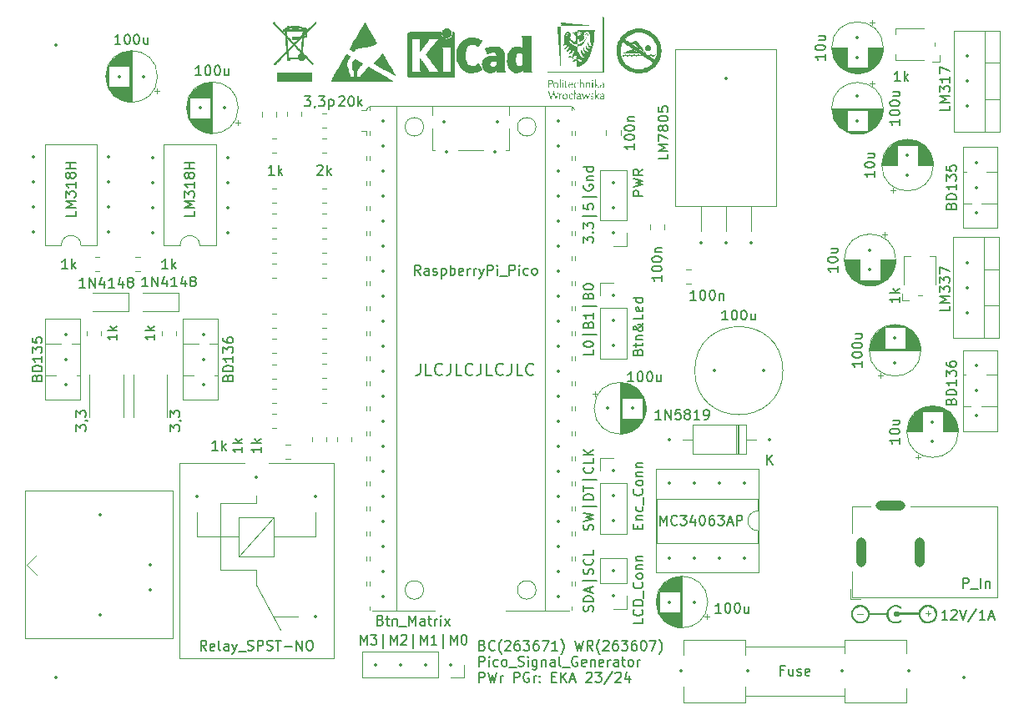
<source format=gto>
%TF.GenerationSoftware,KiCad,Pcbnew,8.0.1*%
%TF.CreationDate,2024-05-10T21:26:46+02:00*%
%TF.ProjectId,SiganlGen,53696761-6e6c-4476-956e-2e6b69636164,rev?*%
%TF.SameCoordinates,Original*%
%TF.FileFunction,Legend,Top*%
%TF.FilePolarity,Positive*%
%FSLAX46Y46*%
G04 Gerber Fmt 4.6, Leading zero omitted, Abs format (unit mm)*
G04 Created by KiCad (PCBNEW 8.0.1) date 2024-05-10 21:26:46*
%MOMM*%
%LPD*%
G01*
G04 APERTURE LIST*
%ADD10C,0.150000*%
%ADD11C,0.200000*%
%ADD12C,0.120000*%
%ADD13C,0.000000*%
%ADD14C,0.010000*%
%ADD15C,0.350000*%
%ADD16O,1.000000X3.000000*%
%ADD17O,3.000000X1.000000*%
G04 APERTURE END LIST*
D10*
X152492255Y-67860342D02*
X152492255Y-68717485D01*
X152492255Y-68717485D02*
X152435112Y-68888914D01*
X152435112Y-68888914D02*
X152320826Y-69003200D01*
X152320826Y-69003200D02*
X152149398Y-69060342D01*
X152149398Y-69060342D02*
X152035112Y-69060342D01*
X153635112Y-69060342D02*
X153063684Y-69060342D01*
X153063684Y-69060342D02*
X153063684Y-67860342D01*
X154720827Y-68946057D02*
X154663684Y-69003200D01*
X154663684Y-69003200D02*
X154492256Y-69060342D01*
X154492256Y-69060342D02*
X154377970Y-69060342D01*
X154377970Y-69060342D02*
X154206541Y-69003200D01*
X154206541Y-69003200D02*
X154092256Y-68888914D01*
X154092256Y-68888914D02*
X154035113Y-68774628D01*
X154035113Y-68774628D02*
X153977970Y-68546057D01*
X153977970Y-68546057D02*
X153977970Y-68374628D01*
X153977970Y-68374628D02*
X154035113Y-68146057D01*
X154035113Y-68146057D02*
X154092256Y-68031771D01*
X154092256Y-68031771D02*
X154206541Y-67917485D01*
X154206541Y-67917485D02*
X154377970Y-67860342D01*
X154377970Y-67860342D02*
X154492256Y-67860342D01*
X154492256Y-67860342D02*
X154663684Y-67917485D01*
X154663684Y-67917485D02*
X154720827Y-67974628D01*
X155577970Y-67860342D02*
X155577970Y-68717485D01*
X155577970Y-68717485D02*
X155520827Y-68888914D01*
X155520827Y-68888914D02*
X155406541Y-69003200D01*
X155406541Y-69003200D02*
X155235113Y-69060342D01*
X155235113Y-69060342D02*
X155120827Y-69060342D01*
X156720827Y-69060342D02*
X156149399Y-69060342D01*
X156149399Y-69060342D02*
X156149399Y-67860342D01*
X157806542Y-68946057D02*
X157749399Y-69003200D01*
X157749399Y-69003200D02*
X157577971Y-69060342D01*
X157577971Y-69060342D02*
X157463685Y-69060342D01*
X157463685Y-69060342D02*
X157292256Y-69003200D01*
X157292256Y-69003200D02*
X157177971Y-68888914D01*
X157177971Y-68888914D02*
X157120828Y-68774628D01*
X157120828Y-68774628D02*
X157063685Y-68546057D01*
X157063685Y-68546057D02*
X157063685Y-68374628D01*
X157063685Y-68374628D02*
X157120828Y-68146057D01*
X157120828Y-68146057D02*
X157177971Y-68031771D01*
X157177971Y-68031771D02*
X157292256Y-67917485D01*
X157292256Y-67917485D02*
X157463685Y-67860342D01*
X157463685Y-67860342D02*
X157577971Y-67860342D01*
X157577971Y-67860342D02*
X157749399Y-67917485D01*
X157749399Y-67917485D02*
X157806542Y-67974628D01*
X158663685Y-67860342D02*
X158663685Y-68717485D01*
X158663685Y-68717485D02*
X158606542Y-68888914D01*
X158606542Y-68888914D02*
X158492256Y-69003200D01*
X158492256Y-69003200D02*
X158320828Y-69060342D01*
X158320828Y-69060342D02*
X158206542Y-69060342D01*
X159806542Y-69060342D02*
X159235114Y-69060342D01*
X159235114Y-69060342D02*
X159235114Y-67860342D01*
X160892257Y-68946057D02*
X160835114Y-69003200D01*
X160835114Y-69003200D02*
X160663686Y-69060342D01*
X160663686Y-69060342D02*
X160549400Y-69060342D01*
X160549400Y-69060342D02*
X160377971Y-69003200D01*
X160377971Y-69003200D02*
X160263686Y-68888914D01*
X160263686Y-68888914D02*
X160206543Y-68774628D01*
X160206543Y-68774628D02*
X160149400Y-68546057D01*
X160149400Y-68546057D02*
X160149400Y-68374628D01*
X160149400Y-68374628D02*
X160206543Y-68146057D01*
X160206543Y-68146057D02*
X160263686Y-68031771D01*
X160263686Y-68031771D02*
X160377971Y-67917485D01*
X160377971Y-67917485D02*
X160549400Y-67860342D01*
X160549400Y-67860342D02*
X160663686Y-67860342D01*
X160663686Y-67860342D02*
X160835114Y-67917485D01*
X160835114Y-67917485D02*
X160892257Y-67974628D01*
X161749400Y-67860342D02*
X161749400Y-68717485D01*
X161749400Y-68717485D02*
X161692257Y-68888914D01*
X161692257Y-68888914D02*
X161577971Y-69003200D01*
X161577971Y-69003200D02*
X161406543Y-69060342D01*
X161406543Y-69060342D02*
X161292257Y-69060342D01*
X162892257Y-69060342D02*
X162320829Y-69060342D01*
X162320829Y-69060342D02*
X162320829Y-67860342D01*
X163977972Y-68946057D02*
X163920829Y-69003200D01*
X163920829Y-69003200D02*
X163749401Y-69060342D01*
X163749401Y-69060342D02*
X163635115Y-69060342D01*
X163635115Y-69060342D02*
X163463686Y-69003200D01*
X163463686Y-69003200D02*
X163349401Y-68888914D01*
X163349401Y-68888914D02*
X163292258Y-68774628D01*
X163292258Y-68774628D02*
X163235115Y-68546057D01*
X163235115Y-68546057D02*
X163235115Y-68374628D01*
X163235115Y-68374628D02*
X163292258Y-68146057D01*
X163292258Y-68146057D02*
X163349401Y-68031771D01*
X163349401Y-68031771D02*
X163463686Y-67917485D01*
X163463686Y-67917485D02*
X163635115Y-67860342D01*
X163635115Y-67860342D02*
X163749401Y-67860342D01*
X163749401Y-67860342D02*
X163920829Y-67917485D01*
X163920829Y-67917485D02*
X163977972Y-67974628D01*
D11*
X169999600Y-93022945D02*
X170047219Y-92880088D01*
X170047219Y-92880088D02*
X170047219Y-92641993D01*
X170047219Y-92641993D02*
X169999600Y-92546755D01*
X169999600Y-92546755D02*
X169951980Y-92499136D01*
X169951980Y-92499136D02*
X169856742Y-92451517D01*
X169856742Y-92451517D02*
X169761504Y-92451517D01*
X169761504Y-92451517D02*
X169666266Y-92499136D01*
X169666266Y-92499136D02*
X169618647Y-92546755D01*
X169618647Y-92546755D02*
X169571028Y-92641993D01*
X169571028Y-92641993D02*
X169523409Y-92832469D01*
X169523409Y-92832469D02*
X169475790Y-92927707D01*
X169475790Y-92927707D02*
X169428171Y-92975326D01*
X169428171Y-92975326D02*
X169332933Y-93022945D01*
X169332933Y-93022945D02*
X169237695Y-93022945D01*
X169237695Y-93022945D02*
X169142457Y-92975326D01*
X169142457Y-92975326D02*
X169094838Y-92927707D01*
X169094838Y-92927707D02*
X169047219Y-92832469D01*
X169047219Y-92832469D02*
X169047219Y-92594374D01*
X169047219Y-92594374D02*
X169094838Y-92451517D01*
X170047219Y-92022945D02*
X169047219Y-92022945D01*
X169047219Y-92022945D02*
X169047219Y-91784850D01*
X169047219Y-91784850D02*
X169094838Y-91641993D01*
X169094838Y-91641993D02*
X169190076Y-91546755D01*
X169190076Y-91546755D02*
X169285314Y-91499136D01*
X169285314Y-91499136D02*
X169475790Y-91451517D01*
X169475790Y-91451517D02*
X169618647Y-91451517D01*
X169618647Y-91451517D02*
X169809123Y-91499136D01*
X169809123Y-91499136D02*
X169904361Y-91546755D01*
X169904361Y-91546755D02*
X169999600Y-91641993D01*
X169999600Y-91641993D02*
X170047219Y-91784850D01*
X170047219Y-91784850D02*
X170047219Y-92022945D01*
X169761504Y-91070564D02*
X169761504Y-90594374D01*
X170047219Y-91165802D02*
X169047219Y-90832469D01*
X169047219Y-90832469D02*
X170047219Y-90499136D01*
X170380552Y-89927707D02*
X168951980Y-89927707D01*
X169999600Y-89261040D02*
X170047219Y-89118183D01*
X170047219Y-89118183D02*
X170047219Y-88880088D01*
X170047219Y-88880088D02*
X169999600Y-88784850D01*
X169999600Y-88784850D02*
X169951980Y-88737231D01*
X169951980Y-88737231D02*
X169856742Y-88689612D01*
X169856742Y-88689612D02*
X169761504Y-88689612D01*
X169761504Y-88689612D02*
X169666266Y-88737231D01*
X169666266Y-88737231D02*
X169618647Y-88784850D01*
X169618647Y-88784850D02*
X169571028Y-88880088D01*
X169571028Y-88880088D02*
X169523409Y-89070564D01*
X169523409Y-89070564D02*
X169475790Y-89165802D01*
X169475790Y-89165802D02*
X169428171Y-89213421D01*
X169428171Y-89213421D02*
X169332933Y-89261040D01*
X169332933Y-89261040D02*
X169237695Y-89261040D01*
X169237695Y-89261040D02*
X169142457Y-89213421D01*
X169142457Y-89213421D02*
X169094838Y-89165802D01*
X169094838Y-89165802D02*
X169047219Y-89070564D01*
X169047219Y-89070564D02*
X169047219Y-88832469D01*
X169047219Y-88832469D02*
X169094838Y-88689612D01*
X169951980Y-87689612D02*
X169999600Y-87737231D01*
X169999600Y-87737231D02*
X170047219Y-87880088D01*
X170047219Y-87880088D02*
X170047219Y-87975326D01*
X170047219Y-87975326D02*
X169999600Y-88118183D01*
X169999600Y-88118183D02*
X169904361Y-88213421D01*
X169904361Y-88213421D02*
X169809123Y-88261040D01*
X169809123Y-88261040D02*
X169618647Y-88308659D01*
X169618647Y-88308659D02*
X169475790Y-88308659D01*
X169475790Y-88308659D02*
X169285314Y-88261040D01*
X169285314Y-88261040D02*
X169190076Y-88213421D01*
X169190076Y-88213421D02*
X169094838Y-88118183D01*
X169094838Y-88118183D02*
X169047219Y-87975326D01*
X169047219Y-87975326D02*
X169047219Y-87880088D01*
X169047219Y-87880088D02*
X169094838Y-87737231D01*
X169094838Y-87737231D02*
X169142457Y-87689612D01*
X170047219Y-86784850D02*
X170047219Y-87261040D01*
X170047219Y-87261040D02*
X169047219Y-87261040D01*
X169999600Y-84767945D02*
X170047219Y-84625088D01*
X170047219Y-84625088D02*
X170047219Y-84386993D01*
X170047219Y-84386993D02*
X169999600Y-84291755D01*
X169999600Y-84291755D02*
X169951980Y-84244136D01*
X169951980Y-84244136D02*
X169856742Y-84196517D01*
X169856742Y-84196517D02*
X169761504Y-84196517D01*
X169761504Y-84196517D02*
X169666266Y-84244136D01*
X169666266Y-84244136D02*
X169618647Y-84291755D01*
X169618647Y-84291755D02*
X169571028Y-84386993D01*
X169571028Y-84386993D02*
X169523409Y-84577469D01*
X169523409Y-84577469D02*
X169475790Y-84672707D01*
X169475790Y-84672707D02*
X169428171Y-84720326D01*
X169428171Y-84720326D02*
X169332933Y-84767945D01*
X169332933Y-84767945D02*
X169237695Y-84767945D01*
X169237695Y-84767945D02*
X169142457Y-84720326D01*
X169142457Y-84720326D02*
X169094838Y-84672707D01*
X169094838Y-84672707D02*
X169047219Y-84577469D01*
X169047219Y-84577469D02*
X169047219Y-84339374D01*
X169047219Y-84339374D02*
X169094838Y-84196517D01*
X169047219Y-83863183D02*
X170047219Y-83625088D01*
X170047219Y-83625088D02*
X169332933Y-83434612D01*
X169332933Y-83434612D02*
X170047219Y-83244136D01*
X170047219Y-83244136D02*
X169047219Y-83006041D01*
X170380552Y-82386993D02*
X168951980Y-82386993D01*
X170047219Y-81672707D02*
X169047219Y-81672707D01*
X169047219Y-81672707D02*
X169047219Y-81434612D01*
X169047219Y-81434612D02*
X169094838Y-81291755D01*
X169094838Y-81291755D02*
X169190076Y-81196517D01*
X169190076Y-81196517D02*
X169285314Y-81148898D01*
X169285314Y-81148898D02*
X169475790Y-81101279D01*
X169475790Y-81101279D02*
X169618647Y-81101279D01*
X169618647Y-81101279D02*
X169809123Y-81148898D01*
X169809123Y-81148898D02*
X169904361Y-81196517D01*
X169904361Y-81196517D02*
X169999600Y-81291755D01*
X169999600Y-81291755D02*
X170047219Y-81434612D01*
X170047219Y-81434612D02*
X170047219Y-81672707D01*
X169047219Y-80815564D02*
X169047219Y-80244136D01*
X170047219Y-80529850D02*
X169047219Y-80529850D01*
X170380552Y-79672707D02*
X168951980Y-79672707D01*
X169951980Y-78386993D02*
X169999600Y-78434612D01*
X169999600Y-78434612D02*
X170047219Y-78577469D01*
X170047219Y-78577469D02*
X170047219Y-78672707D01*
X170047219Y-78672707D02*
X169999600Y-78815564D01*
X169999600Y-78815564D02*
X169904361Y-78910802D01*
X169904361Y-78910802D02*
X169809123Y-78958421D01*
X169809123Y-78958421D02*
X169618647Y-79006040D01*
X169618647Y-79006040D02*
X169475790Y-79006040D01*
X169475790Y-79006040D02*
X169285314Y-78958421D01*
X169285314Y-78958421D02*
X169190076Y-78910802D01*
X169190076Y-78910802D02*
X169094838Y-78815564D01*
X169094838Y-78815564D02*
X169047219Y-78672707D01*
X169047219Y-78672707D02*
X169047219Y-78577469D01*
X169047219Y-78577469D02*
X169094838Y-78434612D01*
X169094838Y-78434612D02*
X169142457Y-78386993D01*
X170047219Y-77482231D02*
X170047219Y-77958421D01*
X170047219Y-77958421D02*
X169047219Y-77958421D01*
X170047219Y-77148897D02*
X169047219Y-77148897D01*
X170047219Y-76577469D02*
X169475790Y-77006040D01*
X169047219Y-76577469D02*
X169618647Y-77148897D01*
X146419673Y-96387219D02*
X146419673Y-95387219D01*
X146419673Y-95387219D02*
X146753006Y-96101504D01*
X146753006Y-96101504D02*
X147086339Y-95387219D01*
X147086339Y-95387219D02*
X147086339Y-96387219D01*
X147467292Y-95387219D02*
X148086339Y-95387219D01*
X148086339Y-95387219D02*
X147753006Y-95768171D01*
X147753006Y-95768171D02*
X147895863Y-95768171D01*
X147895863Y-95768171D02*
X147991101Y-95815790D01*
X147991101Y-95815790D02*
X148038720Y-95863409D01*
X148038720Y-95863409D02*
X148086339Y-95958647D01*
X148086339Y-95958647D02*
X148086339Y-96196742D01*
X148086339Y-96196742D02*
X148038720Y-96291980D01*
X148038720Y-96291980D02*
X147991101Y-96339600D01*
X147991101Y-96339600D02*
X147895863Y-96387219D01*
X147895863Y-96387219D02*
X147610149Y-96387219D01*
X147610149Y-96387219D02*
X147514911Y-96339600D01*
X147514911Y-96339600D02*
X147467292Y-96291980D01*
X148753006Y-96720552D02*
X148753006Y-95291980D01*
X149467292Y-96387219D02*
X149467292Y-95387219D01*
X149467292Y-95387219D02*
X149800625Y-96101504D01*
X149800625Y-96101504D02*
X150133958Y-95387219D01*
X150133958Y-95387219D02*
X150133958Y-96387219D01*
X150562530Y-95482457D02*
X150610149Y-95434838D01*
X150610149Y-95434838D02*
X150705387Y-95387219D01*
X150705387Y-95387219D02*
X150943482Y-95387219D01*
X150943482Y-95387219D02*
X151038720Y-95434838D01*
X151038720Y-95434838D02*
X151086339Y-95482457D01*
X151086339Y-95482457D02*
X151133958Y-95577695D01*
X151133958Y-95577695D02*
X151133958Y-95672933D01*
X151133958Y-95672933D02*
X151086339Y-95815790D01*
X151086339Y-95815790D02*
X150514911Y-96387219D01*
X150514911Y-96387219D02*
X151133958Y-96387219D01*
X151800625Y-96720552D02*
X151800625Y-95291980D01*
X152514911Y-96387219D02*
X152514911Y-95387219D01*
X152514911Y-95387219D02*
X152848244Y-96101504D01*
X152848244Y-96101504D02*
X153181577Y-95387219D01*
X153181577Y-95387219D02*
X153181577Y-96387219D01*
X154181577Y-96387219D02*
X153610149Y-96387219D01*
X153895863Y-96387219D02*
X153895863Y-95387219D01*
X153895863Y-95387219D02*
X153800625Y-95530076D01*
X153800625Y-95530076D02*
X153705387Y-95625314D01*
X153705387Y-95625314D02*
X153610149Y-95672933D01*
X154848244Y-96720552D02*
X154848244Y-95291980D01*
X155562530Y-96387219D02*
X155562530Y-95387219D01*
X155562530Y-95387219D02*
X155895863Y-96101504D01*
X155895863Y-96101504D02*
X156229196Y-95387219D01*
X156229196Y-95387219D02*
X156229196Y-96387219D01*
X156895863Y-95387219D02*
X156991101Y-95387219D01*
X156991101Y-95387219D02*
X157086339Y-95434838D01*
X157086339Y-95434838D02*
X157133958Y-95482457D01*
X157133958Y-95482457D02*
X157181577Y-95577695D01*
X157181577Y-95577695D02*
X157229196Y-95768171D01*
X157229196Y-95768171D02*
X157229196Y-96006266D01*
X157229196Y-96006266D02*
X157181577Y-96196742D01*
X157181577Y-96196742D02*
X157133958Y-96291980D01*
X157133958Y-96291980D02*
X157086339Y-96339600D01*
X157086339Y-96339600D02*
X156991101Y-96387219D01*
X156991101Y-96387219D02*
X156895863Y-96387219D01*
X156895863Y-96387219D02*
X156800625Y-96339600D01*
X156800625Y-96339600D02*
X156753006Y-96291980D01*
X156753006Y-96291980D02*
X156705387Y-96196742D01*
X156705387Y-96196742D02*
X156657768Y-96006266D01*
X156657768Y-96006266D02*
X156657768Y-95768171D01*
X156657768Y-95768171D02*
X156705387Y-95577695D01*
X156705387Y-95577695D02*
X156753006Y-95482457D01*
X156753006Y-95482457D02*
X156800625Y-95434838D01*
X156800625Y-95434838D02*
X156895863Y-95387219D01*
X158818006Y-96453521D02*
X158960863Y-96501140D01*
X158960863Y-96501140D02*
X159008482Y-96548759D01*
X159008482Y-96548759D02*
X159056101Y-96643997D01*
X159056101Y-96643997D02*
X159056101Y-96786854D01*
X159056101Y-96786854D02*
X159008482Y-96882092D01*
X159008482Y-96882092D02*
X158960863Y-96929712D01*
X158960863Y-96929712D02*
X158865625Y-96977331D01*
X158865625Y-96977331D02*
X158484673Y-96977331D01*
X158484673Y-96977331D02*
X158484673Y-95977331D01*
X158484673Y-95977331D02*
X158818006Y-95977331D01*
X158818006Y-95977331D02*
X158913244Y-96024950D01*
X158913244Y-96024950D02*
X158960863Y-96072569D01*
X158960863Y-96072569D02*
X159008482Y-96167807D01*
X159008482Y-96167807D02*
X159008482Y-96263045D01*
X159008482Y-96263045D02*
X158960863Y-96358283D01*
X158960863Y-96358283D02*
X158913244Y-96405902D01*
X158913244Y-96405902D02*
X158818006Y-96453521D01*
X158818006Y-96453521D02*
X158484673Y-96453521D01*
X160056101Y-96882092D02*
X160008482Y-96929712D01*
X160008482Y-96929712D02*
X159865625Y-96977331D01*
X159865625Y-96977331D02*
X159770387Y-96977331D01*
X159770387Y-96977331D02*
X159627530Y-96929712D01*
X159627530Y-96929712D02*
X159532292Y-96834473D01*
X159532292Y-96834473D02*
X159484673Y-96739235D01*
X159484673Y-96739235D02*
X159437054Y-96548759D01*
X159437054Y-96548759D02*
X159437054Y-96405902D01*
X159437054Y-96405902D02*
X159484673Y-96215426D01*
X159484673Y-96215426D02*
X159532292Y-96120188D01*
X159532292Y-96120188D02*
X159627530Y-96024950D01*
X159627530Y-96024950D02*
X159770387Y-95977331D01*
X159770387Y-95977331D02*
X159865625Y-95977331D01*
X159865625Y-95977331D02*
X160008482Y-96024950D01*
X160008482Y-96024950D02*
X160056101Y-96072569D01*
X160770387Y-97358283D02*
X160722768Y-97310664D01*
X160722768Y-97310664D02*
X160627530Y-97167807D01*
X160627530Y-97167807D02*
X160579911Y-97072569D01*
X160579911Y-97072569D02*
X160532292Y-96929712D01*
X160532292Y-96929712D02*
X160484673Y-96691616D01*
X160484673Y-96691616D02*
X160484673Y-96501140D01*
X160484673Y-96501140D02*
X160532292Y-96263045D01*
X160532292Y-96263045D02*
X160579911Y-96120188D01*
X160579911Y-96120188D02*
X160627530Y-96024950D01*
X160627530Y-96024950D02*
X160722768Y-95882092D01*
X160722768Y-95882092D02*
X160770387Y-95834473D01*
X161103721Y-96072569D02*
X161151340Y-96024950D01*
X161151340Y-96024950D02*
X161246578Y-95977331D01*
X161246578Y-95977331D02*
X161484673Y-95977331D01*
X161484673Y-95977331D02*
X161579911Y-96024950D01*
X161579911Y-96024950D02*
X161627530Y-96072569D01*
X161627530Y-96072569D02*
X161675149Y-96167807D01*
X161675149Y-96167807D02*
X161675149Y-96263045D01*
X161675149Y-96263045D02*
X161627530Y-96405902D01*
X161627530Y-96405902D02*
X161056102Y-96977331D01*
X161056102Y-96977331D02*
X161675149Y-96977331D01*
X162532292Y-95977331D02*
X162341816Y-95977331D01*
X162341816Y-95977331D02*
X162246578Y-96024950D01*
X162246578Y-96024950D02*
X162198959Y-96072569D01*
X162198959Y-96072569D02*
X162103721Y-96215426D01*
X162103721Y-96215426D02*
X162056102Y-96405902D01*
X162056102Y-96405902D02*
X162056102Y-96786854D01*
X162056102Y-96786854D02*
X162103721Y-96882092D01*
X162103721Y-96882092D02*
X162151340Y-96929712D01*
X162151340Y-96929712D02*
X162246578Y-96977331D01*
X162246578Y-96977331D02*
X162437054Y-96977331D01*
X162437054Y-96977331D02*
X162532292Y-96929712D01*
X162532292Y-96929712D02*
X162579911Y-96882092D01*
X162579911Y-96882092D02*
X162627530Y-96786854D01*
X162627530Y-96786854D02*
X162627530Y-96548759D01*
X162627530Y-96548759D02*
X162579911Y-96453521D01*
X162579911Y-96453521D02*
X162532292Y-96405902D01*
X162532292Y-96405902D02*
X162437054Y-96358283D01*
X162437054Y-96358283D02*
X162246578Y-96358283D01*
X162246578Y-96358283D02*
X162151340Y-96405902D01*
X162151340Y-96405902D02*
X162103721Y-96453521D01*
X162103721Y-96453521D02*
X162056102Y-96548759D01*
X162960864Y-95977331D02*
X163579911Y-95977331D01*
X163579911Y-95977331D02*
X163246578Y-96358283D01*
X163246578Y-96358283D02*
X163389435Y-96358283D01*
X163389435Y-96358283D02*
X163484673Y-96405902D01*
X163484673Y-96405902D02*
X163532292Y-96453521D01*
X163532292Y-96453521D02*
X163579911Y-96548759D01*
X163579911Y-96548759D02*
X163579911Y-96786854D01*
X163579911Y-96786854D02*
X163532292Y-96882092D01*
X163532292Y-96882092D02*
X163484673Y-96929712D01*
X163484673Y-96929712D02*
X163389435Y-96977331D01*
X163389435Y-96977331D02*
X163103721Y-96977331D01*
X163103721Y-96977331D02*
X163008483Y-96929712D01*
X163008483Y-96929712D02*
X162960864Y-96882092D01*
X164437054Y-95977331D02*
X164246578Y-95977331D01*
X164246578Y-95977331D02*
X164151340Y-96024950D01*
X164151340Y-96024950D02*
X164103721Y-96072569D01*
X164103721Y-96072569D02*
X164008483Y-96215426D01*
X164008483Y-96215426D02*
X163960864Y-96405902D01*
X163960864Y-96405902D02*
X163960864Y-96786854D01*
X163960864Y-96786854D02*
X164008483Y-96882092D01*
X164008483Y-96882092D02*
X164056102Y-96929712D01*
X164056102Y-96929712D02*
X164151340Y-96977331D01*
X164151340Y-96977331D02*
X164341816Y-96977331D01*
X164341816Y-96977331D02*
X164437054Y-96929712D01*
X164437054Y-96929712D02*
X164484673Y-96882092D01*
X164484673Y-96882092D02*
X164532292Y-96786854D01*
X164532292Y-96786854D02*
X164532292Y-96548759D01*
X164532292Y-96548759D02*
X164484673Y-96453521D01*
X164484673Y-96453521D02*
X164437054Y-96405902D01*
X164437054Y-96405902D02*
X164341816Y-96358283D01*
X164341816Y-96358283D02*
X164151340Y-96358283D01*
X164151340Y-96358283D02*
X164056102Y-96405902D01*
X164056102Y-96405902D02*
X164008483Y-96453521D01*
X164008483Y-96453521D02*
X163960864Y-96548759D01*
X164865626Y-95977331D02*
X165532292Y-95977331D01*
X165532292Y-95977331D02*
X165103721Y-96977331D01*
X166437054Y-96977331D02*
X165865626Y-96977331D01*
X166151340Y-96977331D02*
X166151340Y-95977331D01*
X166151340Y-95977331D02*
X166056102Y-96120188D01*
X166056102Y-96120188D02*
X165960864Y-96215426D01*
X165960864Y-96215426D02*
X165865626Y-96263045D01*
X166770388Y-97358283D02*
X166818007Y-97310664D01*
X166818007Y-97310664D02*
X166913245Y-97167807D01*
X166913245Y-97167807D02*
X166960864Y-97072569D01*
X166960864Y-97072569D02*
X167008483Y-96929712D01*
X167008483Y-96929712D02*
X167056102Y-96691616D01*
X167056102Y-96691616D02*
X167056102Y-96501140D01*
X167056102Y-96501140D02*
X167008483Y-96263045D01*
X167008483Y-96263045D02*
X166960864Y-96120188D01*
X166960864Y-96120188D02*
X166913245Y-96024950D01*
X166913245Y-96024950D02*
X166818007Y-95882092D01*
X166818007Y-95882092D02*
X166770388Y-95834473D01*
X168198960Y-95977331D02*
X168437055Y-96977331D01*
X168437055Y-96977331D02*
X168627531Y-96263045D01*
X168627531Y-96263045D02*
X168818007Y-96977331D01*
X168818007Y-96977331D02*
X169056103Y-95977331D01*
X170008483Y-96977331D02*
X169675150Y-96501140D01*
X169437055Y-96977331D02*
X169437055Y-95977331D01*
X169437055Y-95977331D02*
X169818007Y-95977331D01*
X169818007Y-95977331D02*
X169913245Y-96024950D01*
X169913245Y-96024950D02*
X169960864Y-96072569D01*
X169960864Y-96072569D02*
X170008483Y-96167807D01*
X170008483Y-96167807D02*
X170008483Y-96310664D01*
X170008483Y-96310664D02*
X169960864Y-96405902D01*
X169960864Y-96405902D02*
X169913245Y-96453521D01*
X169913245Y-96453521D02*
X169818007Y-96501140D01*
X169818007Y-96501140D02*
X169437055Y-96501140D01*
X170722769Y-97358283D02*
X170675150Y-97310664D01*
X170675150Y-97310664D02*
X170579912Y-97167807D01*
X170579912Y-97167807D02*
X170532293Y-97072569D01*
X170532293Y-97072569D02*
X170484674Y-96929712D01*
X170484674Y-96929712D02*
X170437055Y-96691616D01*
X170437055Y-96691616D02*
X170437055Y-96501140D01*
X170437055Y-96501140D02*
X170484674Y-96263045D01*
X170484674Y-96263045D02*
X170532293Y-96120188D01*
X170532293Y-96120188D02*
X170579912Y-96024950D01*
X170579912Y-96024950D02*
X170675150Y-95882092D01*
X170675150Y-95882092D02*
X170722769Y-95834473D01*
X171056103Y-96072569D02*
X171103722Y-96024950D01*
X171103722Y-96024950D02*
X171198960Y-95977331D01*
X171198960Y-95977331D02*
X171437055Y-95977331D01*
X171437055Y-95977331D02*
X171532293Y-96024950D01*
X171532293Y-96024950D02*
X171579912Y-96072569D01*
X171579912Y-96072569D02*
X171627531Y-96167807D01*
X171627531Y-96167807D02*
X171627531Y-96263045D01*
X171627531Y-96263045D02*
X171579912Y-96405902D01*
X171579912Y-96405902D02*
X171008484Y-96977331D01*
X171008484Y-96977331D02*
X171627531Y-96977331D01*
X172484674Y-95977331D02*
X172294198Y-95977331D01*
X172294198Y-95977331D02*
X172198960Y-96024950D01*
X172198960Y-96024950D02*
X172151341Y-96072569D01*
X172151341Y-96072569D02*
X172056103Y-96215426D01*
X172056103Y-96215426D02*
X172008484Y-96405902D01*
X172008484Y-96405902D02*
X172008484Y-96786854D01*
X172008484Y-96786854D02*
X172056103Y-96882092D01*
X172056103Y-96882092D02*
X172103722Y-96929712D01*
X172103722Y-96929712D02*
X172198960Y-96977331D01*
X172198960Y-96977331D02*
X172389436Y-96977331D01*
X172389436Y-96977331D02*
X172484674Y-96929712D01*
X172484674Y-96929712D02*
X172532293Y-96882092D01*
X172532293Y-96882092D02*
X172579912Y-96786854D01*
X172579912Y-96786854D02*
X172579912Y-96548759D01*
X172579912Y-96548759D02*
X172532293Y-96453521D01*
X172532293Y-96453521D02*
X172484674Y-96405902D01*
X172484674Y-96405902D02*
X172389436Y-96358283D01*
X172389436Y-96358283D02*
X172198960Y-96358283D01*
X172198960Y-96358283D02*
X172103722Y-96405902D01*
X172103722Y-96405902D02*
X172056103Y-96453521D01*
X172056103Y-96453521D02*
X172008484Y-96548759D01*
X172913246Y-95977331D02*
X173532293Y-95977331D01*
X173532293Y-95977331D02*
X173198960Y-96358283D01*
X173198960Y-96358283D02*
X173341817Y-96358283D01*
X173341817Y-96358283D02*
X173437055Y-96405902D01*
X173437055Y-96405902D02*
X173484674Y-96453521D01*
X173484674Y-96453521D02*
X173532293Y-96548759D01*
X173532293Y-96548759D02*
X173532293Y-96786854D01*
X173532293Y-96786854D02*
X173484674Y-96882092D01*
X173484674Y-96882092D02*
X173437055Y-96929712D01*
X173437055Y-96929712D02*
X173341817Y-96977331D01*
X173341817Y-96977331D02*
X173056103Y-96977331D01*
X173056103Y-96977331D02*
X172960865Y-96929712D01*
X172960865Y-96929712D02*
X172913246Y-96882092D01*
X174389436Y-95977331D02*
X174198960Y-95977331D01*
X174198960Y-95977331D02*
X174103722Y-96024950D01*
X174103722Y-96024950D02*
X174056103Y-96072569D01*
X174056103Y-96072569D02*
X173960865Y-96215426D01*
X173960865Y-96215426D02*
X173913246Y-96405902D01*
X173913246Y-96405902D02*
X173913246Y-96786854D01*
X173913246Y-96786854D02*
X173960865Y-96882092D01*
X173960865Y-96882092D02*
X174008484Y-96929712D01*
X174008484Y-96929712D02*
X174103722Y-96977331D01*
X174103722Y-96977331D02*
X174294198Y-96977331D01*
X174294198Y-96977331D02*
X174389436Y-96929712D01*
X174389436Y-96929712D02*
X174437055Y-96882092D01*
X174437055Y-96882092D02*
X174484674Y-96786854D01*
X174484674Y-96786854D02*
X174484674Y-96548759D01*
X174484674Y-96548759D02*
X174437055Y-96453521D01*
X174437055Y-96453521D02*
X174389436Y-96405902D01*
X174389436Y-96405902D02*
X174294198Y-96358283D01*
X174294198Y-96358283D02*
X174103722Y-96358283D01*
X174103722Y-96358283D02*
X174008484Y-96405902D01*
X174008484Y-96405902D02*
X173960865Y-96453521D01*
X173960865Y-96453521D02*
X173913246Y-96548759D01*
X175103722Y-95977331D02*
X175198960Y-95977331D01*
X175198960Y-95977331D02*
X175294198Y-96024950D01*
X175294198Y-96024950D02*
X175341817Y-96072569D01*
X175341817Y-96072569D02*
X175389436Y-96167807D01*
X175389436Y-96167807D02*
X175437055Y-96358283D01*
X175437055Y-96358283D02*
X175437055Y-96596378D01*
X175437055Y-96596378D02*
X175389436Y-96786854D01*
X175389436Y-96786854D02*
X175341817Y-96882092D01*
X175341817Y-96882092D02*
X175294198Y-96929712D01*
X175294198Y-96929712D02*
X175198960Y-96977331D01*
X175198960Y-96977331D02*
X175103722Y-96977331D01*
X175103722Y-96977331D02*
X175008484Y-96929712D01*
X175008484Y-96929712D02*
X174960865Y-96882092D01*
X174960865Y-96882092D02*
X174913246Y-96786854D01*
X174913246Y-96786854D02*
X174865627Y-96596378D01*
X174865627Y-96596378D02*
X174865627Y-96358283D01*
X174865627Y-96358283D02*
X174913246Y-96167807D01*
X174913246Y-96167807D02*
X174960865Y-96072569D01*
X174960865Y-96072569D02*
X175008484Y-96024950D01*
X175008484Y-96024950D02*
X175103722Y-95977331D01*
X175770389Y-95977331D02*
X176437055Y-95977331D01*
X176437055Y-95977331D02*
X176008484Y-96977331D01*
X176722770Y-97358283D02*
X176770389Y-97310664D01*
X176770389Y-97310664D02*
X176865627Y-97167807D01*
X176865627Y-97167807D02*
X176913246Y-97072569D01*
X176913246Y-97072569D02*
X176960865Y-96929712D01*
X176960865Y-96929712D02*
X177008484Y-96691616D01*
X177008484Y-96691616D02*
X177008484Y-96501140D01*
X177008484Y-96501140D02*
X176960865Y-96263045D01*
X176960865Y-96263045D02*
X176913246Y-96120188D01*
X176913246Y-96120188D02*
X176865627Y-96024950D01*
X176865627Y-96024950D02*
X176770389Y-95882092D01*
X176770389Y-95882092D02*
X176722770Y-95834473D01*
X158484673Y-98587275D02*
X158484673Y-97587275D01*
X158484673Y-97587275D02*
X158865625Y-97587275D01*
X158865625Y-97587275D02*
X158960863Y-97634894D01*
X158960863Y-97634894D02*
X159008482Y-97682513D01*
X159008482Y-97682513D02*
X159056101Y-97777751D01*
X159056101Y-97777751D02*
X159056101Y-97920608D01*
X159056101Y-97920608D02*
X159008482Y-98015846D01*
X159008482Y-98015846D02*
X158960863Y-98063465D01*
X158960863Y-98063465D02*
X158865625Y-98111084D01*
X158865625Y-98111084D02*
X158484673Y-98111084D01*
X159484673Y-98587275D02*
X159484673Y-97920608D01*
X159484673Y-97587275D02*
X159437054Y-97634894D01*
X159437054Y-97634894D02*
X159484673Y-97682513D01*
X159484673Y-97682513D02*
X159532292Y-97634894D01*
X159532292Y-97634894D02*
X159484673Y-97587275D01*
X159484673Y-97587275D02*
X159484673Y-97682513D01*
X160389434Y-98539656D02*
X160294196Y-98587275D01*
X160294196Y-98587275D02*
X160103720Y-98587275D01*
X160103720Y-98587275D02*
X160008482Y-98539656D01*
X160008482Y-98539656D02*
X159960863Y-98492036D01*
X159960863Y-98492036D02*
X159913244Y-98396798D01*
X159913244Y-98396798D02*
X159913244Y-98111084D01*
X159913244Y-98111084D02*
X159960863Y-98015846D01*
X159960863Y-98015846D02*
X160008482Y-97968227D01*
X160008482Y-97968227D02*
X160103720Y-97920608D01*
X160103720Y-97920608D02*
X160294196Y-97920608D01*
X160294196Y-97920608D02*
X160389434Y-97968227D01*
X160960863Y-98587275D02*
X160865625Y-98539656D01*
X160865625Y-98539656D02*
X160818006Y-98492036D01*
X160818006Y-98492036D02*
X160770387Y-98396798D01*
X160770387Y-98396798D02*
X160770387Y-98111084D01*
X160770387Y-98111084D02*
X160818006Y-98015846D01*
X160818006Y-98015846D02*
X160865625Y-97968227D01*
X160865625Y-97968227D02*
X160960863Y-97920608D01*
X160960863Y-97920608D02*
X161103720Y-97920608D01*
X161103720Y-97920608D02*
X161198958Y-97968227D01*
X161198958Y-97968227D02*
X161246577Y-98015846D01*
X161246577Y-98015846D02*
X161294196Y-98111084D01*
X161294196Y-98111084D02*
X161294196Y-98396798D01*
X161294196Y-98396798D02*
X161246577Y-98492036D01*
X161246577Y-98492036D02*
X161198958Y-98539656D01*
X161198958Y-98539656D02*
X161103720Y-98587275D01*
X161103720Y-98587275D02*
X160960863Y-98587275D01*
X161484673Y-98682513D02*
X162246577Y-98682513D01*
X162437054Y-98539656D02*
X162579911Y-98587275D01*
X162579911Y-98587275D02*
X162818006Y-98587275D01*
X162818006Y-98587275D02*
X162913244Y-98539656D01*
X162913244Y-98539656D02*
X162960863Y-98492036D01*
X162960863Y-98492036D02*
X163008482Y-98396798D01*
X163008482Y-98396798D02*
X163008482Y-98301560D01*
X163008482Y-98301560D02*
X162960863Y-98206322D01*
X162960863Y-98206322D02*
X162913244Y-98158703D01*
X162913244Y-98158703D02*
X162818006Y-98111084D01*
X162818006Y-98111084D02*
X162627530Y-98063465D01*
X162627530Y-98063465D02*
X162532292Y-98015846D01*
X162532292Y-98015846D02*
X162484673Y-97968227D01*
X162484673Y-97968227D02*
X162437054Y-97872989D01*
X162437054Y-97872989D02*
X162437054Y-97777751D01*
X162437054Y-97777751D02*
X162484673Y-97682513D01*
X162484673Y-97682513D02*
X162532292Y-97634894D01*
X162532292Y-97634894D02*
X162627530Y-97587275D01*
X162627530Y-97587275D02*
X162865625Y-97587275D01*
X162865625Y-97587275D02*
X163008482Y-97634894D01*
X163437054Y-98587275D02*
X163437054Y-97920608D01*
X163437054Y-97587275D02*
X163389435Y-97634894D01*
X163389435Y-97634894D02*
X163437054Y-97682513D01*
X163437054Y-97682513D02*
X163484673Y-97634894D01*
X163484673Y-97634894D02*
X163437054Y-97587275D01*
X163437054Y-97587275D02*
X163437054Y-97682513D01*
X164341815Y-97920608D02*
X164341815Y-98730132D01*
X164341815Y-98730132D02*
X164294196Y-98825370D01*
X164294196Y-98825370D02*
X164246577Y-98872989D01*
X164246577Y-98872989D02*
X164151339Y-98920608D01*
X164151339Y-98920608D02*
X164008482Y-98920608D01*
X164008482Y-98920608D02*
X163913244Y-98872989D01*
X164341815Y-98539656D02*
X164246577Y-98587275D01*
X164246577Y-98587275D02*
X164056101Y-98587275D01*
X164056101Y-98587275D02*
X163960863Y-98539656D01*
X163960863Y-98539656D02*
X163913244Y-98492036D01*
X163913244Y-98492036D02*
X163865625Y-98396798D01*
X163865625Y-98396798D02*
X163865625Y-98111084D01*
X163865625Y-98111084D02*
X163913244Y-98015846D01*
X163913244Y-98015846D02*
X163960863Y-97968227D01*
X163960863Y-97968227D02*
X164056101Y-97920608D01*
X164056101Y-97920608D02*
X164246577Y-97920608D01*
X164246577Y-97920608D02*
X164341815Y-97968227D01*
X164818006Y-97920608D02*
X164818006Y-98587275D01*
X164818006Y-98015846D02*
X164865625Y-97968227D01*
X164865625Y-97968227D02*
X164960863Y-97920608D01*
X164960863Y-97920608D02*
X165103720Y-97920608D01*
X165103720Y-97920608D02*
X165198958Y-97968227D01*
X165198958Y-97968227D02*
X165246577Y-98063465D01*
X165246577Y-98063465D02*
X165246577Y-98587275D01*
X166151339Y-98587275D02*
X166151339Y-98063465D01*
X166151339Y-98063465D02*
X166103720Y-97968227D01*
X166103720Y-97968227D02*
X166008482Y-97920608D01*
X166008482Y-97920608D02*
X165818006Y-97920608D01*
X165818006Y-97920608D02*
X165722768Y-97968227D01*
X166151339Y-98539656D02*
X166056101Y-98587275D01*
X166056101Y-98587275D02*
X165818006Y-98587275D01*
X165818006Y-98587275D02*
X165722768Y-98539656D01*
X165722768Y-98539656D02*
X165675149Y-98444417D01*
X165675149Y-98444417D02*
X165675149Y-98349179D01*
X165675149Y-98349179D02*
X165722768Y-98253941D01*
X165722768Y-98253941D02*
X165818006Y-98206322D01*
X165818006Y-98206322D02*
X166056101Y-98206322D01*
X166056101Y-98206322D02*
X166151339Y-98158703D01*
X166770387Y-98587275D02*
X166675149Y-98539656D01*
X166675149Y-98539656D02*
X166627530Y-98444417D01*
X166627530Y-98444417D02*
X166627530Y-97587275D01*
X166913245Y-98682513D02*
X167675149Y-98682513D01*
X168437054Y-97634894D02*
X168341816Y-97587275D01*
X168341816Y-97587275D02*
X168198959Y-97587275D01*
X168198959Y-97587275D02*
X168056102Y-97634894D01*
X168056102Y-97634894D02*
X167960864Y-97730132D01*
X167960864Y-97730132D02*
X167913245Y-97825370D01*
X167913245Y-97825370D02*
X167865626Y-98015846D01*
X167865626Y-98015846D02*
X167865626Y-98158703D01*
X167865626Y-98158703D02*
X167913245Y-98349179D01*
X167913245Y-98349179D02*
X167960864Y-98444417D01*
X167960864Y-98444417D02*
X168056102Y-98539656D01*
X168056102Y-98539656D02*
X168198959Y-98587275D01*
X168198959Y-98587275D02*
X168294197Y-98587275D01*
X168294197Y-98587275D02*
X168437054Y-98539656D01*
X168437054Y-98539656D02*
X168484673Y-98492036D01*
X168484673Y-98492036D02*
X168484673Y-98158703D01*
X168484673Y-98158703D02*
X168294197Y-98158703D01*
X169294197Y-98539656D02*
X169198959Y-98587275D01*
X169198959Y-98587275D02*
X169008483Y-98587275D01*
X169008483Y-98587275D02*
X168913245Y-98539656D01*
X168913245Y-98539656D02*
X168865626Y-98444417D01*
X168865626Y-98444417D02*
X168865626Y-98063465D01*
X168865626Y-98063465D02*
X168913245Y-97968227D01*
X168913245Y-97968227D02*
X169008483Y-97920608D01*
X169008483Y-97920608D02*
X169198959Y-97920608D01*
X169198959Y-97920608D02*
X169294197Y-97968227D01*
X169294197Y-97968227D02*
X169341816Y-98063465D01*
X169341816Y-98063465D02*
X169341816Y-98158703D01*
X169341816Y-98158703D02*
X168865626Y-98253941D01*
X169770388Y-97920608D02*
X169770388Y-98587275D01*
X169770388Y-98015846D02*
X169818007Y-97968227D01*
X169818007Y-97968227D02*
X169913245Y-97920608D01*
X169913245Y-97920608D02*
X170056102Y-97920608D01*
X170056102Y-97920608D02*
X170151340Y-97968227D01*
X170151340Y-97968227D02*
X170198959Y-98063465D01*
X170198959Y-98063465D02*
X170198959Y-98587275D01*
X171056102Y-98539656D02*
X170960864Y-98587275D01*
X170960864Y-98587275D02*
X170770388Y-98587275D01*
X170770388Y-98587275D02*
X170675150Y-98539656D01*
X170675150Y-98539656D02*
X170627531Y-98444417D01*
X170627531Y-98444417D02*
X170627531Y-98063465D01*
X170627531Y-98063465D02*
X170675150Y-97968227D01*
X170675150Y-97968227D02*
X170770388Y-97920608D01*
X170770388Y-97920608D02*
X170960864Y-97920608D01*
X170960864Y-97920608D02*
X171056102Y-97968227D01*
X171056102Y-97968227D02*
X171103721Y-98063465D01*
X171103721Y-98063465D02*
X171103721Y-98158703D01*
X171103721Y-98158703D02*
X170627531Y-98253941D01*
X171532293Y-98587275D02*
X171532293Y-97920608D01*
X171532293Y-98111084D02*
X171579912Y-98015846D01*
X171579912Y-98015846D02*
X171627531Y-97968227D01*
X171627531Y-97968227D02*
X171722769Y-97920608D01*
X171722769Y-97920608D02*
X171818007Y-97920608D01*
X172579912Y-98587275D02*
X172579912Y-98063465D01*
X172579912Y-98063465D02*
X172532293Y-97968227D01*
X172532293Y-97968227D02*
X172437055Y-97920608D01*
X172437055Y-97920608D02*
X172246579Y-97920608D01*
X172246579Y-97920608D02*
X172151341Y-97968227D01*
X172579912Y-98539656D02*
X172484674Y-98587275D01*
X172484674Y-98587275D02*
X172246579Y-98587275D01*
X172246579Y-98587275D02*
X172151341Y-98539656D01*
X172151341Y-98539656D02*
X172103722Y-98444417D01*
X172103722Y-98444417D02*
X172103722Y-98349179D01*
X172103722Y-98349179D02*
X172151341Y-98253941D01*
X172151341Y-98253941D02*
X172246579Y-98206322D01*
X172246579Y-98206322D02*
X172484674Y-98206322D01*
X172484674Y-98206322D02*
X172579912Y-98158703D01*
X172913246Y-97920608D02*
X173294198Y-97920608D01*
X173056103Y-97587275D02*
X173056103Y-98444417D01*
X173056103Y-98444417D02*
X173103722Y-98539656D01*
X173103722Y-98539656D02*
X173198960Y-98587275D01*
X173198960Y-98587275D02*
X173294198Y-98587275D01*
X173770389Y-98587275D02*
X173675151Y-98539656D01*
X173675151Y-98539656D02*
X173627532Y-98492036D01*
X173627532Y-98492036D02*
X173579913Y-98396798D01*
X173579913Y-98396798D02*
X173579913Y-98111084D01*
X173579913Y-98111084D02*
X173627532Y-98015846D01*
X173627532Y-98015846D02*
X173675151Y-97968227D01*
X173675151Y-97968227D02*
X173770389Y-97920608D01*
X173770389Y-97920608D02*
X173913246Y-97920608D01*
X173913246Y-97920608D02*
X174008484Y-97968227D01*
X174008484Y-97968227D02*
X174056103Y-98015846D01*
X174056103Y-98015846D02*
X174103722Y-98111084D01*
X174103722Y-98111084D02*
X174103722Y-98396798D01*
X174103722Y-98396798D02*
X174056103Y-98492036D01*
X174056103Y-98492036D02*
X174008484Y-98539656D01*
X174008484Y-98539656D02*
X173913246Y-98587275D01*
X173913246Y-98587275D02*
X173770389Y-98587275D01*
X174532294Y-98587275D02*
X174532294Y-97920608D01*
X174532294Y-98111084D02*
X174579913Y-98015846D01*
X174579913Y-98015846D02*
X174627532Y-97968227D01*
X174627532Y-97968227D02*
X174722770Y-97920608D01*
X174722770Y-97920608D02*
X174818008Y-97920608D01*
X158484673Y-100197219D02*
X158484673Y-99197219D01*
X158484673Y-99197219D02*
X158865625Y-99197219D01*
X158865625Y-99197219D02*
X158960863Y-99244838D01*
X158960863Y-99244838D02*
X159008482Y-99292457D01*
X159008482Y-99292457D02*
X159056101Y-99387695D01*
X159056101Y-99387695D02*
X159056101Y-99530552D01*
X159056101Y-99530552D02*
X159008482Y-99625790D01*
X159008482Y-99625790D02*
X158960863Y-99673409D01*
X158960863Y-99673409D02*
X158865625Y-99721028D01*
X158865625Y-99721028D02*
X158484673Y-99721028D01*
X159389435Y-99197219D02*
X159627530Y-100197219D01*
X159627530Y-100197219D02*
X159818006Y-99482933D01*
X159818006Y-99482933D02*
X160008482Y-100197219D01*
X160008482Y-100197219D02*
X160246578Y-99197219D01*
X160627530Y-100197219D02*
X160627530Y-99530552D01*
X160627530Y-99721028D02*
X160675149Y-99625790D01*
X160675149Y-99625790D02*
X160722768Y-99578171D01*
X160722768Y-99578171D02*
X160818006Y-99530552D01*
X160818006Y-99530552D02*
X160913244Y-99530552D01*
X162008483Y-100197219D02*
X162008483Y-99197219D01*
X162008483Y-99197219D02*
X162389435Y-99197219D01*
X162389435Y-99197219D02*
X162484673Y-99244838D01*
X162484673Y-99244838D02*
X162532292Y-99292457D01*
X162532292Y-99292457D02*
X162579911Y-99387695D01*
X162579911Y-99387695D02*
X162579911Y-99530552D01*
X162579911Y-99530552D02*
X162532292Y-99625790D01*
X162532292Y-99625790D02*
X162484673Y-99673409D01*
X162484673Y-99673409D02*
X162389435Y-99721028D01*
X162389435Y-99721028D02*
X162008483Y-99721028D01*
X163532292Y-99244838D02*
X163437054Y-99197219D01*
X163437054Y-99197219D02*
X163294197Y-99197219D01*
X163294197Y-99197219D02*
X163151340Y-99244838D01*
X163151340Y-99244838D02*
X163056102Y-99340076D01*
X163056102Y-99340076D02*
X163008483Y-99435314D01*
X163008483Y-99435314D02*
X162960864Y-99625790D01*
X162960864Y-99625790D02*
X162960864Y-99768647D01*
X162960864Y-99768647D02*
X163008483Y-99959123D01*
X163008483Y-99959123D02*
X163056102Y-100054361D01*
X163056102Y-100054361D02*
X163151340Y-100149600D01*
X163151340Y-100149600D02*
X163294197Y-100197219D01*
X163294197Y-100197219D02*
X163389435Y-100197219D01*
X163389435Y-100197219D02*
X163532292Y-100149600D01*
X163532292Y-100149600D02*
X163579911Y-100101980D01*
X163579911Y-100101980D02*
X163579911Y-99768647D01*
X163579911Y-99768647D02*
X163389435Y-99768647D01*
X164008483Y-100197219D02*
X164008483Y-99530552D01*
X164008483Y-99721028D02*
X164056102Y-99625790D01*
X164056102Y-99625790D02*
X164103721Y-99578171D01*
X164103721Y-99578171D02*
X164198959Y-99530552D01*
X164198959Y-99530552D02*
X164294197Y-99530552D01*
X164627531Y-100101980D02*
X164675150Y-100149600D01*
X164675150Y-100149600D02*
X164627531Y-100197219D01*
X164627531Y-100197219D02*
X164579912Y-100149600D01*
X164579912Y-100149600D02*
X164627531Y-100101980D01*
X164627531Y-100101980D02*
X164627531Y-100197219D01*
X164627531Y-99578171D02*
X164675150Y-99625790D01*
X164675150Y-99625790D02*
X164627531Y-99673409D01*
X164627531Y-99673409D02*
X164579912Y-99625790D01*
X164579912Y-99625790D02*
X164627531Y-99578171D01*
X164627531Y-99578171D02*
X164627531Y-99673409D01*
X165865626Y-99673409D02*
X166198959Y-99673409D01*
X166341816Y-100197219D02*
X165865626Y-100197219D01*
X165865626Y-100197219D02*
X165865626Y-99197219D01*
X165865626Y-99197219D02*
X166341816Y-99197219D01*
X166770388Y-100197219D02*
X166770388Y-99197219D01*
X167341816Y-100197219D02*
X166913245Y-99625790D01*
X167341816Y-99197219D02*
X166770388Y-99768647D01*
X167722769Y-99911504D02*
X168198959Y-99911504D01*
X167627531Y-100197219D02*
X167960864Y-99197219D01*
X167960864Y-99197219D02*
X168294197Y-100197219D01*
X169341817Y-99292457D02*
X169389436Y-99244838D01*
X169389436Y-99244838D02*
X169484674Y-99197219D01*
X169484674Y-99197219D02*
X169722769Y-99197219D01*
X169722769Y-99197219D02*
X169818007Y-99244838D01*
X169818007Y-99244838D02*
X169865626Y-99292457D01*
X169865626Y-99292457D02*
X169913245Y-99387695D01*
X169913245Y-99387695D02*
X169913245Y-99482933D01*
X169913245Y-99482933D02*
X169865626Y-99625790D01*
X169865626Y-99625790D02*
X169294198Y-100197219D01*
X169294198Y-100197219D02*
X169913245Y-100197219D01*
X170246579Y-99197219D02*
X170865626Y-99197219D01*
X170865626Y-99197219D02*
X170532293Y-99578171D01*
X170532293Y-99578171D02*
X170675150Y-99578171D01*
X170675150Y-99578171D02*
X170770388Y-99625790D01*
X170770388Y-99625790D02*
X170818007Y-99673409D01*
X170818007Y-99673409D02*
X170865626Y-99768647D01*
X170865626Y-99768647D02*
X170865626Y-100006742D01*
X170865626Y-100006742D02*
X170818007Y-100101980D01*
X170818007Y-100101980D02*
X170770388Y-100149600D01*
X170770388Y-100149600D02*
X170675150Y-100197219D01*
X170675150Y-100197219D02*
X170389436Y-100197219D01*
X170389436Y-100197219D02*
X170294198Y-100149600D01*
X170294198Y-100149600D02*
X170246579Y-100101980D01*
X172008483Y-99149600D02*
X171151341Y-100435314D01*
X172294198Y-99292457D02*
X172341817Y-99244838D01*
X172341817Y-99244838D02*
X172437055Y-99197219D01*
X172437055Y-99197219D02*
X172675150Y-99197219D01*
X172675150Y-99197219D02*
X172770388Y-99244838D01*
X172770388Y-99244838D02*
X172818007Y-99292457D01*
X172818007Y-99292457D02*
X172865626Y-99387695D01*
X172865626Y-99387695D02*
X172865626Y-99482933D01*
X172865626Y-99482933D02*
X172818007Y-99625790D01*
X172818007Y-99625790D02*
X172246579Y-100197219D01*
X172246579Y-100197219D02*
X172865626Y-100197219D01*
X173722769Y-99530552D02*
X173722769Y-100197219D01*
X173484674Y-99149600D02*
X173246579Y-99863885D01*
X173246579Y-99863885D02*
X173865626Y-99863885D01*
X169047219Y-55605564D02*
X169047219Y-54986517D01*
X169047219Y-54986517D02*
X169428171Y-55319850D01*
X169428171Y-55319850D02*
X169428171Y-55176993D01*
X169428171Y-55176993D02*
X169475790Y-55081755D01*
X169475790Y-55081755D02*
X169523409Y-55034136D01*
X169523409Y-55034136D02*
X169618647Y-54986517D01*
X169618647Y-54986517D02*
X169856742Y-54986517D01*
X169856742Y-54986517D02*
X169951980Y-55034136D01*
X169951980Y-55034136D02*
X169999600Y-55081755D01*
X169999600Y-55081755D02*
X170047219Y-55176993D01*
X170047219Y-55176993D02*
X170047219Y-55462707D01*
X170047219Y-55462707D02*
X169999600Y-55557945D01*
X169999600Y-55557945D02*
X169951980Y-55605564D01*
X169951980Y-54557945D02*
X169999600Y-54510326D01*
X169999600Y-54510326D02*
X170047219Y-54557945D01*
X170047219Y-54557945D02*
X169999600Y-54605564D01*
X169999600Y-54605564D02*
X169951980Y-54557945D01*
X169951980Y-54557945D02*
X170047219Y-54557945D01*
X169047219Y-54176993D02*
X169047219Y-53557946D01*
X169047219Y-53557946D02*
X169428171Y-53891279D01*
X169428171Y-53891279D02*
X169428171Y-53748422D01*
X169428171Y-53748422D02*
X169475790Y-53653184D01*
X169475790Y-53653184D02*
X169523409Y-53605565D01*
X169523409Y-53605565D02*
X169618647Y-53557946D01*
X169618647Y-53557946D02*
X169856742Y-53557946D01*
X169856742Y-53557946D02*
X169951980Y-53605565D01*
X169951980Y-53605565D02*
X169999600Y-53653184D01*
X169999600Y-53653184D02*
X170047219Y-53748422D01*
X170047219Y-53748422D02*
X170047219Y-54034136D01*
X170047219Y-54034136D02*
X169999600Y-54129374D01*
X169999600Y-54129374D02*
X169951980Y-54176993D01*
X170380552Y-52891279D02*
X168951980Y-52891279D01*
X169047219Y-51700803D02*
X169047219Y-52176993D01*
X169047219Y-52176993D02*
X169523409Y-52224612D01*
X169523409Y-52224612D02*
X169475790Y-52176993D01*
X169475790Y-52176993D02*
X169428171Y-52081755D01*
X169428171Y-52081755D02*
X169428171Y-51843660D01*
X169428171Y-51843660D02*
X169475790Y-51748422D01*
X169475790Y-51748422D02*
X169523409Y-51700803D01*
X169523409Y-51700803D02*
X169618647Y-51653184D01*
X169618647Y-51653184D02*
X169856742Y-51653184D01*
X169856742Y-51653184D02*
X169951980Y-51700803D01*
X169951980Y-51700803D02*
X169999600Y-51748422D01*
X169999600Y-51748422D02*
X170047219Y-51843660D01*
X170047219Y-51843660D02*
X170047219Y-52081755D01*
X170047219Y-52081755D02*
X169999600Y-52176993D01*
X169999600Y-52176993D02*
X169951980Y-52224612D01*
X170380552Y-50986517D02*
X168951980Y-50986517D01*
X169094838Y-49748422D02*
X169047219Y-49843660D01*
X169047219Y-49843660D02*
X169047219Y-49986517D01*
X169047219Y-49986517D02*
X169094838Y-50129374D01*
X169094838Y-50129374D02*
X169190076Y-50224612D01*
X169190076Y-50224612D02*
X169285314Y-50272231D01*
X169285314Y-50272231D02*
X169475790Y-50319850D01*
X169475790Y-50319850D02*
X169618647Y-50319850D01*
X169618647Y-50319850D02*
X169809123Y-50272231D01*
X169809123Y-50272231D02*
X169904361Y-50224612D01*
X169904361Y-50224612D02*
X169999600Y-50129374D01*
X169999600Y-50129374D02*
X170047219Y-49986517D01*
X170047219Y-49986517D02*
X170047219Y-49891279D01*
X170047219Y-49891279D02*
X169999600Y-49748422D01*
X169999600Y-49748422D02*
X169951980Y-49700803D01*
X169951980Y-49700803D02*
X169618647Y-49700803D01*
X169618647Y-49700803D02*
X169618647Y-49891279D01*
X169380552Y-49272231D02*
X170047219Y-49272231D01*
X169475790Y-49272231D02*
X169428171Y-49224612D01*
X169428171Y-49224612D02*
X169380552Y-49129374D01*
X169380552Y-49129374D02*
X169380552Y-48986517D01*
X169380552Y-48986517D02*
X169428171Y-48891279D01*
X169428171Y-48891279D02*
X169523409Y-48843660D01*
X169523409Y-48843660D02*
X170047219Y-48843660D01*
X170047219Y-47938898D02*
X169047219Y-47938898D01*
X169999600Y-47938898D02*
X170047219Y-48034136D01*
X170047219Y-48034136D02*
X170047219Y-48224612D01*
X170047219Y-48224612D02*
X169999600Y-48319850D01*
X169999600Y-48319850D02*
X169951980Y-48367469D01*
X169951980Y-48367469D02*
X169856742Y-48415088D01*
X169856742Y-48415088D02*
X169571028Y-48415088D01*
X169571028Y-48415088D02*
X169475790Y-48367469D01*
X169475790Y-48367469D02*
X169428171Y-48319850D01*
X169428171Y-48319850D02*
X169380552Y-48224612D01*
X169380552Y-48224612D02*
X169380552Y-48034136D01*
X169380552Y-48034136D02*
X169428171Y-47938898D01*
X205998482Y-93847219D02*
X205427054Y-93847219D01*
X205712768Y-93847219D02*
X205712768Y-92847219D01*
X205712768Y-92847219D02*
X205617530Y-92990076D01*
X205617530Y-92990076D02*
X205522292Y-93085314D01*
X205522292Y-93085314D02*
X205427054Y-93132933D01*
X206379435Y-92942457D02*
X206427054Y-92894838D01*
X206427054Y-92894838D02*
X206522292Y-92847219D01*
X206522292Y-92847219D02*
X206760387Y-92847219D01*
X206760387Y-92847219D02*
X206855625Y-92894838D01*
X206855625Y-92894838D02*
X206903244Y-92942457D01*
X206903244Y-92942457D02*
X206950863Y-93037695D01*
X206950863Y-93037695D02*
X206950863Y-93132933D01*
X206950863Y-93132933D02*
X206903244Y-93275790D01*
X206903244Y-93275790D02*
X206331816Y-93847219D01*
X206331816Y-93847219D02*
X206950863Y-93847219D01*
X207236578Y-92847219D02*
X207569911Y-93847219D01*
X207569911Y-93847219D02*
X207903244Y-92847219D01*
X208950863Y-92799600D02*
X208093721Y-94085314D01*
X209808006Y-93847219D02*
X209236578Y-93847219D01*
X209522292Y-93847219D02*
X209522292Y-92847219D01*
X209522292Y-92847219D02*
X209427054Y-92990076D01*
X209427054Y-92990076D02*
X209331816Y-93085314D01*
X209331816Y-93085314D02*
X209236578Y-93132933D01*
X210188959Y-93561504D02*
X210665149Y-93561504D01*
X210093721Y-93847219D02*
X210427054Y-92847219D01*
X210427054Y-92847219D02*
X210760387Y-93847219D01*
X170047219Y-66464136D02*
X170047219Y-66940326D01*
X170047219Y-66940326D02*
X169047219Y-66940326D01*
X169047219Y-65940326D02*
X169047219Y-65845088D01*
X169047219Y-65845088D02*
X169094838Y-65749850D01*
X169094838Y-65749850D02*
X169142457Y-65702231D01*
X169142457Y-65702231D02*
X169237695Y-65654612D01*
X169237695Y-65654612D02*
X169428171Y-65606993D01*
X169428171Y-65606993D02*
X169666266Y-65606993D01*
X169666266Y-65606993D02*
X169856742Y-65654612D01*
X169856742Y-65654612D02*
X169951980Y-65702231D01*
X169951980Y-65702231D02*
X169999600Y-65749850D01*
X169999600Y-65749850D02*
X170047219Y-65845088D01*
X170047219Y-65845088D02*
X170047219Y-65940326D01*
X170047219Y-65940326D02*
X169999600Y-66035564D01*
X169999600Y-66035564D02*
X169951980Y-66083183D01*
X169951980Y-66083183D02*
X169856742Y-66130802D01*
X169856742Y-66130802D02*
X169666266Y-66178421D01*
X169666266Y-66178421D02*
X169428171Y-66178421D01*
X169428171Y-66178421D02*
X169237695Y-66130802D01*
X169237695Y-66130802D02*
X169142457Y-66083183D01*
X169142457Y-66083183D02*
X169094838Y-66035564D01*
X169094838Y-66035564D02*
X169047219Y-65940326D01*
X170380552Y-64940326D02*
X168951980Y-64940326D01*
X169523409Y-63892707D02*
X169571028Y-63749850D01*
X169571028Y-63749850D02*
X169618647Y-63702231D01*
X169618647Y-63702231D02*
X169713885Y-63654612D01*
X169713885Y-63654612D02*
X169856742Y-63654612D01*
X169856742Y-63654612D02*
X169951980Y-63702231D01*
X169951980Y-63702231D02*
X169999600Y-63749850D01*
X169999600Y-63749850D02*
X170047219Y-63845088D01*
X170047219Y-63845088D02*
X170047219Y-64226040D01*
X170047219Y-64226040D02*
X169047219Y-64226040D01*
X169047219Y-64226040D02*
X169047219Y-63892707D01*
X169047219Y-63892707D02*
X169094838Y-63797469D01*
X169094838Y-63797469D02*
X169142457Y-63749850D01*
X169142457Y-63749850D02*
X169237695Y-63702231D01*
X169237695Y-63702231D02*
X169332933Y-63702231D01*
X169332933Y-63702231D02*
X169428171Y-63749850D01*
X169428171Y-63749850D02*
X169475790Y-63797469D01*
X169475790Y-63797469D02*
X169523409Y-63892707D01*
X169523409Y-63892707D02*
X169523409Y-64226040D01*
X170047219Y-62702231D02*
X170047219Y-63273659D01*
X170047219Y-62987945D02*
X169047219Y-62987945D01*
X169047219Y-62987945D02*
X169190076Y-63083183D01*
X169190076Y-63083183D02*
X169285314Y-63178421D01*
X169285314Y-63178421D02*
X169332933Y-63273659D01*
X170380552Y-62035564D02*
X168951980Y-62035564D01*
X169523409Y-60987945D02*
X169571028Y-60845088D01*
X169571028Y-60845088D02*
X169618647Y-60797469D01*
X169618647Y-60797469D02*
X169713885Y-60749850D01*
X169713885Y-60749850D02*
X169856742Y-60749850D01*
X169856742Y-60749850D02*
X169951980Y-60797469D01*
X169951980Y-60797469D02*
X169999600Y-60845088D01*
X169999600Y-60845088D02*
X170047219Y-60940326D01*
X170047219Y-60940326D02*
X170047219Y-61321278D01*
X170047219Y-61321278D02*
X169047219Y-61321278D01*
X169047219Y-61321278D02*
X169047219Y-60987945D01*
X169047219Y-60987945D02*
X169094838Y-60892707D01*
X169094838Y-60892707D02*
X169142457Y-60845088D01*
X169142457Y-60845088D02*
X169237695Y-60797469D01*
X169237695Y-60797469D02*
X169332933Y-60797469D01*
X169332933Y-60797469D02*
X169428171Y-60845088D01*
X169428171Y-60845088D02*
X169475790Y-60892707D01*
X169475790Y-60892707D02*
X169523409Y-60987945D01*
X169523409Y-60987945D02*
X169523409Y-61321278D01*
X169047219Y-60130802D02*
X169047219Y-60035564D01*
X169047219Y-60035564D02*
X169094838Y-59940326D01*
X169094838Y-59940326D02*
X169142457Y-59892707D01*
X169142457Y-59892707D02*
X169237695Y-59845088D01*
X169237695Y-59845088D02*
X169428171Y-59797469D01*
X169428171Y-59797469D02*
X169666266Y-59797469D01*
X169666266Y-59797469D02*
X169856742Y-59845088D01*
X169856742Y-59845088D02*
X169951980Y-59892707D01*
X169951980Y-59892707D02*
X169999600Y-59940326D01*
X169999600Y-59940326D02*
X170047219Y-60035564D01*
X170047219Y-60035564D02*
X170047219Y-60130802D01*
X170047219Y-60130802D02*
X169999600Y-60226040D01*
X169999600Y-60226040D02*
X169951980Y-60273659D01*
X169951980Y-60273659D02*
X169856742Y-60321278D01*
X169856742Y-60321278D02*
X169666266Y-60368897D01*
X169666266Y-60368897D02*
X169428171Y-60368897D01*
X169428171Y-60368897D02*
X169237695Y-60321278D01*
X169237695Y-60321278D02*
X169142457Y-60273659D01*
X169142457Y-60273659D02*
X169094838Y-60226040D01*
X169094838Y-60226040D02*
X169047219Y-60130802D01*
D10*
X116720952Y-58239819D02*
X116149524Y-58239819D01*
X116435238Y-58239819D02*
X116435238Y-57239819D01*
X116435238Y-57239819D02*
X116340000Y-57382676D01*
X116340000Y-57382676D02*
X116244762Y-57477914D01*
X116244762Y-57477914D02*
X116149524Y-57525533D01*
X117149524Y-58239819D02*
X117149524Y-57239819D01*
X117244762Y-57858866D02*
X117530476Y-58239819D01*
X117530476Y-57573152D02*
X117149524Y-57954104D01*
X117564819Y-74707618D02*
X117564819Y-74088571D01*
X117564819Y-74088571D02*
X117945771Y-74421904D01*
X117945771Y-74421904D02*
X117945771Y-74279047D01*
X117945771Y-74279047D02*
X117993390Y-74183809D01*
X117993390Y-74183809D02*
X118041009Y-74136190D01*
X118041009Y-74136190D02*
X118136247Y-74088571D01*
X118136247Y-74088571D02*
X118374342Y-74088571D01*
X118374342Y-74088571D02*
X118469580Y-74136190D01*
X118469580Y-74136190D02*
X118517200Y-74183809D01*
X118517200Y-74183809D02*
X118564819Y-74279047D01*
X118564819Y-74279047D02*
X118564819Y-74564761D01*
X118564819Y-74564761D02*
X118517200Y-74659999D01*
X118517200Y-74659999D02*
X118469580Y-74707618D01*
X118517200Y-73612380D02*
X118564819Y-73612380D01*
X118564819Y-73612380D02*
X118660057Y-73659999D01*
X118660057Y-73659999D02*
X118707676Y-73707618D01*
X117564819Y-73279047D02*
X117564819Y-72660000D01*
X117564819Y-72660000D02*
X117945771Y-72993333D01*
X117945771Y-72993333D02*
X117945771Y-72850476D01*
X117945771Y-72850476D02*
X117993390Y-72755238D01*
X117993390Y-72755238D02*
X118041009Y-72707619D01*
X118041009Y-72707619D02*
X118136247Y-72660000D01*
X118136247Y-72660000D02*
X118374342Y-72660000D01*
X118374342Y-72660000D02*
X118469580Y-72707619D01*
X118469580Y-72707619D02*
X118517200Y-72755238D01*
X118517200Y-72755238D02*
X118564819Y-72850476D01*
X118564819Y-72850476D02*
X118564819Y-73136190D01*
X118564819Y-73136190D02*
X118517200Y-73231428D01*
X118517200Y-73231428D02*
X118469580Y-73279047D01*
X174140952Y-69669819D02*
X173569524Y-69669819D01*
X173855238Y-69669819D02*
X173855238Y-68669819D01*
X173855238Y-68669819D02*
X173760000Y-68812676D01*
X173760000Y-68812676D02*
X173664762Y-68907914D01*
X173664762Y-68907914D02*
X173569524Y-68955533D01*
X174760000Y-68669819D02*
X174855238Y-68669819D01*
X174855238Y-68669819D02*
X174950476Y-68717438D01*
X174950476Y-68717438D02*
X174998095Y-68765057D01*
X174998095Y-68765057D02*
X175045714Y-68860295D01*
X175045714Y-68860295D02*
X175093333Y-69050771D01*
X175093333Y-69050771D02*
X175093333Y-69288866D01*
X175093333Y-69288866D02*
X175045714Y-69479342D01*
X175045714Y-69479342D02*
X174998095Y-69574580D01*
X174998095Y-69574580D02*
X174950476Y-69622200D01*
X174950476Y-69622200D02*
X174855238Y-69669819D01*
X174855238Y-69669819D02*
X174760000Y-69669819D01*
X174760000Y-69669819D02*
X174664762Y-69622200D01*
X174664762Y-69622200D02*
X174617143Y-69574580D01*
X174617143Y-69574580D02*
X174569524Y-69479342D01*
X174569524Y-69479342D02*
X174521905Y-69288866D01*
X174521905Y-69288866D02*
X174521905Y-69050771D01*
X174521905Y-69050771D02*
X174569524Y-68860295D01*
X174569524Y-68860295D02*
X174617143Y-68765057D01*
X174617143Y-68765057D02*
X174664762Y-68717438D01*
X174664762Y-68717438D02*
X174760000Y-68669819D01*
X175712381Y-68669819D02*
X175807619Y-68669819D01*
X175807619Y-68669819D02*
X175902857Y-68717438D01*
X175902857Y-68717438D02*
X175950476Y-68765057D01*
X175950476Y-68765057D02*
X175998095Y-68860295D01*
X175998095Y-68860295D02*
X176045714Y-69050771D01*
X176045714Y-69050771D02*
X176045714Y-69288866D01*
X176045714Y-69288866D02*
X175998095Y-69479342D01*
X175998095Y-69479342D02*
X175950476Y-69574580D01*
X175950476Y-69574580D02*
X175902857Y-69622200D01*
X175902857Y-69622200D02*
X175807619Y-69669819D01*
X175807619Y-69669819D02*
X175712381Y-69669819D01*
X175712381Y-69669819D02*
X175617143Y-69622200D01*
X175617143Y-69622200D02*
X175569524Y-69574580D01*
X175569524Y-69574580D02*
X175521905Y-69479342D01*
X175521905Y-69479342D02*
X175474286Y-69288866D01*
X175474286Y-69288866D02*
X175474286Y-69050771D01*
X175474286Y-69050771D02*
X175521905Y-68860295D01*
X175521905Y-68860295D02*
X175569524Y-68765057D01*
X175569524Y-68765057D02*
X175617143Y-68717438D01*
X175617143Y-68717438D02*
X175712381Y-68669819D01*
X176902857Y-69003152D02*
X176902857Y-69669819D01*
X176474286Y-69003152D02*
X176474286Y-69526961D01*
X176474286Y-69526961D02*
X176521905Y-69622200D01*
X176521905Y-69622200D02*
X176617143Y-69669819D01*
X176617143Y-69669819D02*
X176760000Y-69669819D01*
X176760000Y-69669819D02*
X176855238Y-69622200D01*
X176855238Y-69622200D02*
X176902857Y-69574580D01*
X140740000Y-40729819D02*
X141359047Y-40729819D01*
X141359047Y-40729819D02*
X141025714Y-41110771D01*
X141025714Y-41110771D02*
X141168571Y-41110771D01*
X141168571Y-41110771D02*
X141263809Y-41158390D01*
X141263809Y-41158390D02*
X141311428Y-41206009D01*
X141311428Y-41206009D02*
X141359047Y-41301247D01*
X141359047Y-41301247D02*
X141359047Y-41539342D01*
X141359047Y-41539342D02*
X141311428Y-41634580D01*
X141311428Y-41634580D02*
X141263809Y-41682200D01*
X141263809Y-41682200D02*
X141168571Y-41729819D01*
X141168571Y-41729819D02*
X140882857Y-41729819D01*
X140882857Y-41729819D02*
X140787619Y-41682200D01*
X140787619Y-41682200D02*
X140740000Y-41634580D01*
X141835238Y-41682200D02*
X141835238Y-41729819D01*
X141835238Y-41729819D02*
X141787619Y-41825057D01*
X141787619Y-41825057D02*
X141740000Y-41872676D01*
X142168571Y-40729819D02*
X142787618Y-40729819D01*
X142787618Y-40729819D02*
X142454285Y-41110771D01*
X142454285Y-41110771D02*
X142597142Y-41110771D01*
X142597142Y-41110771D02*
X142692380Y-41158390D01*
X142692380Y-41158390D02*
X142739999Y-41206009D01*
X142739999Y-41206009D02*
X142787618Y-41301247D01*
X142787618Y-41301247D02*
X142787618Y-41539342D01*
X142787618Y-41539342D02*
X142739999Y-41634580D01*
X142739999Y-41634580D02*
X142692380Y-41682200D01*
X142692380Y-41682200D02*
X142597142Y-41729819D01*
X142597142Y-41729819D02*
X142311428Y-41729819D01*
X142311428Y-41729819D02*
X142216190Y-41682200D01*
X142216190Y-41682200D02*
X142168571Y-41634580D01*
X143216190Y-41063152D02*
X143216190Y-42063152D01*
X143216190Y-41110771D02*
X143311428Y-41063152D01*
X143311428Y-41063152D02*
X143501904Y-41063152D01*
X143501904Y-41063152D02*
X143597142Y-41110771D01*
X143597142Y-41110771D02*
X143644761Y-41158390D01*
X143644761Y-41158390D02*
X143692380Y-41253628D01*
X143692380Y-41253628D02*
X143692380Y-41539342D01*
X143692380Y-41539342D02*
X143644761Y-41634580D01*
X143644761Y-41634580D02*
X143597142Y-41682200D01*
X143597142Y-41682200D02*
X143501904Y-41729819D01*
X143501904Y-41729819D02*
X143311428Y-41729819D01*
X143311428Y-41729819D02*
X143216190Y-41682200D01*
X137675952Y-48714819D02*
X137104524Y-48714819D01*
X137390238Y-48714819D02*
X137390238Y-47714819D01*
X137390238Y-47714819D02*
X137295000Y-47857676D01*
X137295000Y-47857676D02*
X137199762Y-47952914D01*
X137199762Y-47952914D02*
X137104524Y-48000533D01*
X138104524Y-48714819D02*
X138104524Y-47714819D01*
X138199762Y-48333866D02*
X138485476Y-48714819D01*
X138485476Y-48048152D02*
X138104524Y-48429104D01*
X113596009Y-69292142D02*
X113643628Y-69149285D01*
X113643628Y-69149285D02*
X113691247Y-69101666D01*
X113691247Y-69101666D02*
X113786485Y-69054047D01*
X113786485Y-69054047D02*
X113929342Y-69054047D01*
X113929342Y-69054047D02*
X114024580Y-69101666D01*
X114024580Y-69101666D02*
X114072200Y-69149285D01*
X114072200Y-69149285D02*
X114119819Y-69244523D01*
X114119819Y-69244523D02*
X114119819Y-69625475D01*
X114119819Y-69625475D02*
X113119819Y-69625475D01*
X113119819Y-69625475D02*
X113119819Y-69292142D01*
X113119819Y-69292142D02*
X113167438Y-69196904D01*
X113167438Y-69196904D02*
X113215057Y-69149285D01*
X113215057Y-69149285D02*
X113310295Y-69101666D01*
X113310295Y-69101666D02*
X113405533Y-69101666D01*
X113405533Y-69101666D02*
X113500771Y-69149285D01*
X113500771Y-69149285D02*
X113548390Y-69196904D01*
X113548390Y-69196904D02*
X113596009Y-69292142D01*
X113596009Y-69292142D02*
X113596009Y-69625475D01*
X114119819Y-68625475D02*
X113119819Y-68625475D01*
X113119819Y-68625475D02*
X113119819Y-68387380D01*
X113119819Y-68387380D02*
X113167438Y-68244523D01*
X113167438Y-68244523D02*
X113262676Y-68149285D01*
X113262676Y-68149285D02*
X113357914Y-68101666D01*
X113357914Y-68101666D02*
X113548390Y-68054047D01*
X113548390Y-68054047D02*
X113691247Y-68054047D01*
X113691247Y-68054047D02*
X113881723Y-68101666D01*
X113881723Y-68101666D02*
X113976961Y-68149285D01*
X113976961Y-68149285D02*
X114072200Y-68244523D01*
X114072200Y-68244523D02*
X114119819Y-68387380D01*
X114119819Y-68387380D02*
X114119819Y-68625475D01*
X114119819Y-67101666D02*
X114119819Y-67673094D01*
X114119819Y-67387380D02*
X113119819Y-67387380D01*
X113119819Y-67387380D02*
X113262676Y-67482618D01*
X113262676Y-67482618D02*
X113357914Y-67577856D01*
X113357914Y-67577856D02*
X113405533Y-67673094D01*
X113119819Y-66768332D02*
X113119819Y-66149285D01*
X113119819Y-66149285D02*
X113500771Y-66482618D01*
X113500771Y-66482618D02*
X113500771Y-66339761D01*
X113500771Y-66339761D02*
X113548390Y-66244523D01*
X113548390Y-66244523D02*
X113596009Y-66196904D01*
X113596009Y-66196904D02*
X113691247Y-66149285D01*
X113691247Y-66149285D02*
X113929342Y-66149285D01*
X113929342Y-66149285D02*
X114024580Y-66196904D01*
X114024580Y-66196904D02*
X114072200Y-66244523D01*
X114072200Y-66244523D02*
X114119819Y-66339761D01*
X114119819Y-66339761D02*
X114119819Y-66625475D01*
X114119819Y-66625475D02*
X114072200Y-66720713D01*
X114072200Y-66720713D02*
X114024580Y-66768332D01*
X113119819Y-65244523D02*
X113119819Y-65720713D01*
X113119819Y-65720713D02*
X113596009Y-65768332D01*
X113596009Y-65768332D02*
X113548390Y-65720713D01*
X113548390Y-65720713D02*
X113500771Y-65625475D01*
X113500771Y-65625475D02*
X113500771Y-65387380D01*
X113500771Y-65387380D02*
X113548390Y-65292142D01*
X113548390Y-65292142D02*
X113596009Y-65244523D01*
X113596009Y-65244523D02*
X113691247Y-65196904D01*
X113691247Y-65196904D02*
X113929342Y-65196904D01*
X113929342Y-65196904D02*
X114024580Y-65244523D01*
X114024580Y-65244523D02*
X114072200Y-65292142D01*
X114072200Y-65292142D02*
X114119819Y-65387380D01*
X114119819Y-65387380D02*
X114119819Y-65625475D01*
X114119819Y-65625475D02*
X114072200Y-65720713D01*
X114072200Y-65720713D02*
X114024580Y-65768332D01*
X148455475Y-93911009D02*
X148598332Y-93958628D01*
X148598332Y-93958628D02*
X148645951Y-94006247D01*
X148645951Y-94006247D02*
X148693570Y-94101485D01*
X148693570Y-94101485D02*
X148693570Y-94244342D01*
X148693570Y-94244342D02*
X148645951Y-94339580D01*
X148645951Y-94339580D02*
X148598332Y-94387200D01*
X148598332Y-94387200D02*
X148503094Y-94434819D01*
X148503094Y-94434819D02*
X148122142Y-94434819D01*
X148122142Y-94434819D02*
X148122142Y-93434819D01*
X148122142Y-93434819D02*
X148455475Y-93434819D01*
X148455475Y-93434819D02*
X148550713Y-93482438D01*
X148550713Y-93482438D02*
X148598332Y-93530057D01*
X148598332Y-93530057D02*
X148645951Y-93625295D01*
X148645951Y-93625295D02*
X148645951Y-93720533D01*
X148645951Y-93720533D02*
X148598332Y-93815771D01*
X148598332Y-93815771D02*
X148550713Y-93863390D01*
X148550713Y-93863390D02*
X148455475Y-93911009D01*
X148455475Y-93911009D02*
X148122142Y-93911009D01*
X148979285Y-93768152D02*
X149360237Y-93768152D01*
X149122142Y-93434819D02*
X149122142Y-94291961D01*
X149122142Y-94291961D02*
X149169761Y-94387200D01*
X149169761Y-94387200D02*
X149264999Y-94434819D01*
X149264999Y-94434819D02*
X149360237Y-94434819D01*
X149693571Y-93768152D02*
X149693571Y-94434819D01*
X149693571Y-93863390D02*
X149741190Y-93815771D01*
X149741190Y-93815771D02*
X149836428Y-93768152D01*
X149836428Y-93768152D02*
X149979285Y-93768152D01*
X149979285Y-93768152D02*
X150074523Y-93815771D01*
X150074523Y-93815771D02*
X150122142Y-93911009D01*
X150122142Y-93911009D02*
X150122142Y-94434819D01*
X150360238Y-94530057D02*
X151122142Y-94530057D01*
X151360238Y-94434819D02*
X151360238Y-93434819D01*
X151360238Y-93434819D02*
X151693571Y-94149104D01*
X151693571Y-94149104D02*
X152026904Y-93434819D01*
X152026904Y-93434819D02*
X152026904Y-94434819D01*
X152931666Y-94434819D02*
X152931666Y-93911009D01*
X152931666Y-93911009D02*
X152884047Y-93815771D01*
X152884047Y-93815771D02*
X152788809Y-93768152D01*
X152788809Y-93768152D02*
X152598333Y-93768152D01*
X152598333Y-93768152D02*
X152503095Y-93815771D01*
X152931666Y-94387200D02*
X152836428Y-94434819D01*
X152836428Y-94434819D02*
X152598333Y-94434819D01*
X152598333Y-94434819D02*
X152503095Y-94387200D01*
X152503095Y-94387200D02*
X152455476Y-94291961D01*
X152455476Y-94291961D02*
X152455476Y-94196723D01*
X152455476Y-94196723D02*
X152503095Y-94101485D01*
X152503095Y-94101485D02*
X152598333Y-94053866D01*
X152598333Y-94053866D02*
X152836428Y-94053866D01*
X152836428Y-94053866D02*
X152931666Y-94006247D01*
X153265000Y-93768152D02*
X153645952Y-93768152D01*
X153407857Y-93434819D02*
X153407857Y-94291961D01*
X153407857Y-94291961D02*
X153455476Y-94387200D01*
X153455476Y-94387200D02*
X153550714Y-94434819D01*
X153550714Y-94434819D02*
X153645952Y-94434819D01*
X153979286Y-94434819D02*
X153979286Y-93768152D01*
X153979286Y-93958628D02*
X154026905Y-93863390D01*
X154026905Y-93863390D02*
X154074524Y-93815771D01*
X154074524Y-93815771D02*
X154169762Y-93768152D01*
X154169762Y-93768152D02*
X154265000Y-93768152D01*
X154598334Y-94434819D02*
X154598334Y-93768152D01*
X154598334Y-93434819D02*
X154550715Y-93482438D01*
X154550715Y-93482438D02*
X154598334Y-93530057D01*
X154598334Y-93530057D02*
X154645953Y-93482438D01*
X154645953Y-93482438D02*
X154598334Y-93434819D01*
X154598334Y-93434819D02*
X154598334Y-93530057D01*
X154979286Y-94434819D02*
X155503095Y-93768152D01*
X154979286Y-93768152D02*
X155503095Y-94434819D01*
X129582319Y-52379285D02*
X129582319Y-52855475D01*
X129582319Y-52855475D02*
X128582319Y-52855475D01*
X129582319Y-52045951D02*
X128582319Y-52045951D01*
X128582319Y-52045951D02*
X129296604Y-51712618D01*
X129296604Y-51712618D02*
X128582319Y-51379285D01*
X128582319Y-51379285D02*
X129582319Y-51379285D01*
X128582319Y-50998332D02*
X128582319Y-50379285D01*
X128582319Y-50379285D02*
X128963271Y-50712618D01*
X128963271Y-50712618D02*
X128963271Y-50569761D01*
X128963271Y-50569761D02*
X129010890Y-50474523D01*
X129010890Y-50474523D02*
X129058509Y-50426904D01*
X129058509Y-50426904D02*
X129153747Y-50379285D01*
X129153747Y-50379285D02*
X129391842Y-50379285D01*
X129391842Y-50379285D02*
X129487080Y-50426904D01*
X129487080Y-50426904D02*
X129534700Y-50474523D01*
X129534700Y-50474523D02*
X129582319Y-50569761D01*
X129582319Y-50569761D02*
X129582319Y-50855475D01*
X129582319Y-50855475D02*
X129534700Y-50950713D01*
X129534700Y-50950713D02*
X129487080Y-50998332D01*
X129582319Y-49426904D02*
X129582319Y-49998332D01*
X129582319Y-49712618D02*
X128582319Y-49712618D01*
X128582319Y-49712618D02*
X128725176Y-49807856D01*
X128725176Y-49807856D02*
X128820414Y-49903094D01*
X128820414Y-49903094D02*
X128868033Y-49998332D01*
X129010890Y-48855475D02*
X128963271Y-48950713D01*
X128963271Y-48950713D02*
X128915652Y-48998332D01*
X128915652Y-48998332D02*
X128820414Y-49045951D01*
X128820414Y-49045951D02*
X128772795Y-49045951D01*
X128772795Y-49045951D02*
X128677557Y-48998332D01*
X128677557Y-48998332D02*
X128629938Y-48950713D01*
X128629938Y-48950713D02*
X128582319Y-48855475D01*
X128582319Y-48855475D02*
X128582319Y-48664999D01*
X128582319Y-48664999D02*
X128629938Y-48569761D01*
X128629938Y-48569761D02*
X128677557Y-48522142D01*
X128677557Y-48522142D02*
X128772795Y-48474523D01*
X128772795Y-48474523D02*
X128820414Y-48474523D01*
X128820414Y-48474523D02*
X128915652Y-48522142D01*
X128915652Y-48522142D02*
X128963271Y-48569761D01*
X128963271Y-48569761D02*
X129010890Y-48664999D01*
X129010890Y-48664999D02*
X129010890Y-48855475D01*
X129010890Y-48855475D02*
X129058509Y-48950713D01*
X129058509Y-48950713D02*
X129106128Y-48998332D01*
X129106128Y-48998332D02*
X129201366Y-49045951D01*
X129201366Y-49045951D02*
X129391842Y-49045951D01*
X129391842Y-49045951D02*
X129487080Y-48998332D01*
X129487080Y-48998332D02*
X129534700Y-48950713D01*
X129534700Y-48950713D02*
X129582319Y-48855475D01*
X129582319Y-48855475D02*
X129582319Y-48664999D01*
X129582319Y-48664999D02*
X129534700Y-48569761D01*
X129534700Y-48569761D02*
X129487080Y-48522142D01*
X129487080Y-48522142D02*
X129391842Y-48474523D01*
X129391842Y-48474523D02*
X129201366Y-48474523D01*
X129201366Y-48474523D02*
X129106128Y-48522142D01*
X129106128Y-48522142D02*
X129058509Y-48569761D01*
X129058509Y-48569761D02*
X129010890Y-48664999D01*
X129582319Y-48045951D02*
X128582319Y-48045951D01*
X129058509Y-48045951D02*
X129058509Y-47474523D01*
X129582319Y-47474523D02*
X128582319Y-47474523D01*
X174556009Y-84613333D02*
X174556009Y-84280000D01*
X175079819Y-84137143D02*
X175079819Y-84613333D01*
X175079819Y-84613333D02*
X174079819Y-84613333D01*
X174079819Y-84613333D02*
X174079819Y-84137143D01*
X174413152Y-83708571D02*
X175079819Y-83708571D01*
X174508390Y-83708571D02*
X174460771Y-83660952D01*
X174460771Y-83660952D02*
X174413152Y-83565714D01*
X174413152Y-83565714D02*
X174413152Y-83422857D01*
X174413152Y-83422857D02*
X174460771Y-83327619D01*
X174460771Y-83327619D02*
X174556009Y-83280000D01*
X174556009Y-83280000D02*
X175079819Y-83280000D01*
X175032200Y-82375238D02*
X175079819Y-82470476D01*
X175079819Y-82470476D02*
X175079819Y-82660952D01*
X175079819Y-82660952D02*
X175032200Y-82756190D01*
X175032200Y-82756190D02*
X174984580Y-82803809D01*
X174984580Y-82803809D02*
X174889342Y-82851428D01*
X174889342Y-82851428D02*
X174603628Y-82851428D01*
X174603628Y-82851428D02*
X174508390Y-82803809D01*
X174508390Y-82803809D02*
X174460771Y-82756190D01*
X174460771Y-82756190D02*
X174413152Y-82660952D01*
X174413152Y-82660952D02*
X174413152Y-82470476D01*
X174413152Y-82470476D02*
X174460771Y-82375238D01*
X175175057Y-82184762D02*
X175175057Y-81422857D01*
X174984580Y-80613333D02*
X175032200Y-80660952D01*
X175032200Y-80660952D02*
X175079819Y-80803809D01*
X175079819Y-80803809D02*
X175079819Y-80899047D01*
X175079819Y-80899047D02*
X175032200Y-81041904D01*
X175032200Y-81041904D02*
X174936961Y-81137142D01*
X174936961Y-81137142D02*
X174841723Y-81184761D01*
X174841723Y-81184761D02*
X174651247Y-81232380D01*
X174651247Y-81232380D02*
X174508390Y-81232380D01*
X174508390Y-81232380D02*
X174317914Y-81184761D01*
X174317914Y-81184761D02*
X174222676Y-81137142D01*
X174222676Y-81137142D02*
X174127438Y-81041904D01*
X174127438Y-81041904D02*
X174079819Y-80899047D01*
X174079819Y-80899047D02*
X174079819Y-80803809D01*
X174079819Y-80803809D02*
X174127438Y-80660952D01*
X174127438Y-80660952D02*
X174175057Y-80613333D01*
X175079819Y-80041904D02*
X175032200Y-80137142D01*
X175032200Y-80137142D02*
X174984580Y-80184761D01*
X174984580Y-80184761D02*
X174889342Y-80232380D01*
X174889342Y-80232380D02*
X174603628Y-80232380D01*
X174603628Y-80232380D02*
X174508390Y-80184761D01*
X174508390Y-80184761D02*
X174460771Y-80137142D01*
X174460771Y-80137142D02*
X174413152Y-80041904D01*
X174413152Y-80041904D02*
X174413152Y-79899047D01*
X174413152Y-79899047D02*
X174460771Y-79803809D01*
X174460771Y-79803809D02*
X174508390Y-79756190D01*
X174508390Y-79756190D02*
X174603628Y-79708571D01*
X174603628Y-79708571D02*
X174889342Y-79708571D01*
X174889342Y-79708571D02*
X174984580Y-79756190D01*
X174984580Y-79756190D02*
X175032200Y-79803809D01*
X175032200Y-79803809D02*
X175079819Y-79899047D01*
X175079819Y-79899047D02*
X175079819Y-80041904D01*
X174413152Y-79279999D02*
X175079819Y-79279999D01*
X174508390Y-79279999D02*
X174460771Y-79232380D01*
X174460771Y-79232380D02*
X174413152Y-79137142D01*
X174413152Y-79137142D02*
X174413152Y-78994285D01*
X174413152Y-78994285D02*
X174460771Y-78899047D01*
X174460771Y-78899047D02*
X174556009Y-78851428D01*
X174556009Y-78851428D02*
X175079819Y-78851428D01*
X174413152Y-78375237D02*
X175079819Y-78375237D01*
X174508390Y-78375237D02*
X174460771Y-78327618D01*
X174460771Y-78327618D02*
X174413152Y-78232380D01*
X174413152Y-78232380D02*
X174413152Y-78089523D01*
X174413152Y-78089523D02*
X174460771Y-77994285D01*
X174460771Y-77994285D02*
X174556009Y-77946666D01*
X174556009Y-77946666D02*
X175079819Y-77946666D01*
X174556009Y-66706428D02*
X174603628Y-66563571D01*
X174603628Y-66563571D02*
X174651247Y-66515952D01*
X174651247Y-66515952D02*
X174746485Y-66468333D01*
X174746485Y-66468333D02*
X174889342Y-66468333D01*
X174889342Y-66468333D02*
X174984580Y-66515952D01*
X174984580Y-66515952D02*
X175032200Y-66563571D01*
X175032200Y-66563571D02*
X175079819Y-66658809D01*
X175079819Y-66658809D02*
X175079819Y-67039761D01*
X175079819Y-67039761D02*
X174079819Y-67039761D01*
X174079819Y-67039761D02*
X174079819Y-66706428D01*
X174079819Y-66706428D02*
X174127438Y-66611190D01*
X174127438Y-66611190D02*
X174175057Y-66563571D01*
X174175057Y-66563571D02*
X174270295Y-66515952D01*
X174270295Y-66515952D02*
X174365533Y-66515952D01*
X174365533Y-66515952D02*
X174460771Y-66563571D01*
X174460771Y-66563571D02*
X174508390Y-66611190D01*
X174508390Y-66611190D02*
X174556009Y-66706428D01*
X174556009Y-66706428D02*
X174556009Y-67039761D01*
X174413152Y-66182618D02*
X174413152Y-65801666D01*
X174079819Y-66039761D02*
X174936961Y-66039761D01*
X174936961Y-66039761D02*
X175032200Y-65992142D01*
X175032200Y-65992142D02*
X175079819Y-65896904D01*
X175079819Y-65896904D02*
X175079819Y-65801666D01*
X174413152Y-65468332D02*
X175079819Y-65468332D01*
X174508390Y-65468332D02*
X174460771Y-65420713D01*
X174460771Y-65420713D02*
X174413152Y-65325475D01*
X174413152Y-65325475D02*
X174413152Y-65182618D01*
X174413152Y-65182618D02*
X174460771Y-65087380D01*
X174460771Y-65087380D02*
X174556009Y-65039761D01*
X174556009Y-65039761D02*
X175079819Y-65039761D01*
X175079819Y-63754046D02*
X175079819Y-63801666D01*
X175079819Y-63801666D02*
X175032200Y-63896904D01*
X175032200Y-63896904D02*
X174889342Y-64039761D01*
X174889342Y-64039761D02*
X174603628Y-64277856D01*
X174603628Y-64277856D02*
X174460771Y-64373094D01*
X174460771Y-64373094D02*
X174317914Y-64420713D01*
X174317914Y-64420713D02*
X174222676Y-64420713D01*
X174222676Y-64420713D02*
X174127438Y-64373094D01*
X174127438Y-64373094D02*
X174079819Y-64277856D01*
X174079819Y-64277856D02*
X174079819Y-64230237D01*
X174079819Y-64230237D02*
X174127438Y-64134999D01*
X174127438Y-64134999D02*
X174222676Y-64087380D01*
X174222676Y-64087380D02*
X174270295Y-64087380D01*
X174270295Y-64087380D02*
X174365533Y-64134999D01*
X174365533Y-64134999D02*
X174413152Y-64182618D01*
X174413152Y-64182618D02*
X174603628Y-64468332D01*
X174603628Y-64468332D02*
X174651247Y-64515951D01*
X174651247Y-64515951D02*
X174746485Y-64563570D01*
X174746485Y-64563570D02*
X174889342Y-64563570D01*
X174889342Y-64563570D02*
X174984580Y-64515951D01*
X174984580Y-64515951D02*
X175032200Y-64468332D01*
X175032200Y-64468332D02*
X175079819Y-64373094D01*
X175079819Y-64373094D02*
X175079819Y-64230237D01*
X175079819Y-64230237D02*
X175032200Y-64134999D01*
X175032200Y-64134999D02*
X174984580Y-64087380D01*
X174984580Y-64087380D02*
X174794104Y-63944523D01*
X174794104Y-63944523D02*
X174651247Y-63896904D01*
X174651247Y-63896904D02*
X174556009Y-63896904D01*
X175079819Y-62849285D02*
X175079819Y-63325475D01*
X175079819Y-63325475D02*
X174079819Y-63325475D01*
X175032200Y-62134999D02*
X175079819Y-62230237D01*
X175079819Y-62230237D02*
X175079819Y-62420713D01*
X175079819Y-62420713D02*
X175032200Y-62515951D01*
X175032200Y-62515951D02*
X174936961Y-62563570D01*
X174936961Y-62563570D02*
X174556009Y-62563570D01*
X174556009Y-62563570D02*
X174460771Y-62515951D01*
X174460771Y-62515951D02*
X174413152Y-62420713D01*
X174413152Y-62420713D02*
X174413152Y-62230237D01*
X174413152Y-62230237D02*
X174460771Y-62134999D01*
X174460771Y-62134999D02*
X174556009Y-62087380D01*
X174556009Y-62087380D02*
X174651247Y-62087380D01*
X174651247Y-62087380D02*
X174746485Y-62563570D01*
X175079819Y-61230237D02*
X174079819Y-61230237D01*
X175032200Y-61230237D02*
X175079819Y-61325475D01*
X175079819Y-61325475D02*
X175079819Y-61515951D01*
X175079819Y-61515951D02*
X175032200Y-61611189D01*
X175032200Y-61611189D02*
X174984580Y-61658808D01*
X174984580Y-61658808D02*
X174889342Y-61706427D01*
X174889342Y-61706427D02*
X174603628Y-61706427D01*
X174603628Y-61706427D02*
X174508390Y-61658808D01*
X174508390Y-61658808D02*
X174460771Y-61611189D01*
X174460771Y-61611189D02*
X174413152Y-61515951D01*
X174413152Y-61515951D02*
X174413152Y-61325475D01*
X174413152Y-61325475D02*
X174460771Y-61230237D01*
X152495951Y-58874819D02*
X152162618Y-58398628D01*
X151924523Y-58874819D02*
X151924523Y-57874819D01*
X151924523Y-57874819D02*
X152305475Y-57874819D01*
X152305475Y-57874819D02*
X152400713Y-57922438D01*
X152400713Y-57922438D02*
X152448332Y-57970057D01*
X152448332Y-57970057D02*
X152495951Y-58065295D01*
X152495951Y-58065295D02*
X152495951Y-58208152D01*
X152495951Y-58208152D02*
X152448332Y-58303390D01*
X152448332Y-58303390D02*
X152400713Y-58351009D01*
X152400713Y-58351009D02*
X152305475Y-58398628D01*
X152305475Y-58398628D02*
X151924523Y-58398628D01*
X153353094Y-58874819D02*
X153353094Y-58351009D01*
X153353094Y-58351009D02*
X153305475Y-58255771D01*
X153305475Y-58255771D02*
X153210237Y-58208152D01*
X153210237Y-58208152D02*
X153019761Y-58208152D01*
X153019761Y-58208152D02*
X152924523Y-58255771D01*
X153353094Y-58827200D02*
X153257856Y-58874819D01*
X153257856Y-58874819D02*
X153019761Y-58874819D01*
X153019761Y-58874819D02*
X152924523Y-58827200D01*
X152924523Y-58827200D02*
X152876904Y-58731961D01*
X152876904Y-58731961D02*
X152876904Y-58636723D01*
X152876904Y-58636723D02*
X152924523Y-58541485D01*
X152924523Y-58541485D02*
X153019761Y-58493866D01*
X153019761Y-58493866D02*
X153257856Y-58493866D01*
X153257856Y-58493866D02*
X153353094Y-58446247D01*
X153781666Y-58827200D02*
X153876904Y-58874819D01*
X153876904Y-58874819D02*
X154067380Y-58874819D01*
X154067380Y-58874819D02*
X154162618Y-58827200D01*
X154162618Y-58827200D02*
X154210237Y-58731961D01*
X154210237Y-58731961D02*
X154210237Y-58684342D01*
X154210237Y-58684342D02*
X154162618Y-58589104D01*
X154162618Y-58589104D02*
X154067380Y-58541485D01*
X154067380Y-58541485D02*
X153924523Y-58541485D01*
X153924523Y-58541485D02*
X153829285Y-58493866D01*
X153829285Y-58493866D02*
X153781666Y-58398628D01*
X153781666Y-58398628D02*
X153781666Y-58351009D01*
X153781666Y-58351009D02*
X153829285Y-58255771D01*
X153829285Y-58255771D02*
X153924523Y-58208152D01*
X153924523Y-58208152D02*
X154067380Y-58208152D01*
X154067380Y-58208152D02*
X154162618Y-58255771D01*
X154638809Y-58208152D02*
X154638809Y-59208152D01*
X154638809Y-58255771D02*
X154734047Y-58208152D01*
X154734047Y-58208152D02*
X154924523Y-58208152D01*
X154924523Y-58208152D02*
X155019761Y-58255771D01*
X155019761Y-58255771D02*
X155067380Y-58303390D01*
X155067380Y-58303390D02*
X155114999Y-58398628D01*
X155114999Y-58398628D02*
X155114999Y-58684342D01*
X155114999Y-58684342D02*
X155067380Y-58779580D01*
X155067380Y-58779580D02*
X155019761Y-58827200D01*
X155019761Y-58827200D02*
X154924523Y-58874819D01*
X154924523Y-58874819D02*
X154734047Y-58874819D01*
X154734047Y-58874819D02*
X154638809Y-58827200D01*
X155543571Y-58874819D02*
X155543571Y-57874819D01*
X155543571Y-58255771D02*
X155638809Y-58208152D01*
X155638809Y-58208152D02*
X155829285Y-58208152D01*
X155829285Y-58208152D02*
X155924523Y-58255771D01*
X155924523Y-58255771D02*
X155972142Y-58303390D01*
X155972142Y-58303390D02*
X156019761Y-58398628D01*
X156019761Y-58398628D02*
X156019761Y-58684342D01*
X156019761Y-58684342D02*
X155972142Y-58779580D01*
X155972142Y-58779580D02*
X155924523Y-58827200D01*
X155924523Y-58827200D02*
X155829285Y-58874819D01*
X155829285Y-58874819D02*
X155638809Y-58874819D01*
X155638809Y-58874819D02*
X155543571Y-58827200D01*
X156829285Y-58827200D02*
X156734047Y-58874819D01*
X156734047Y-58874819D02*
X156543571Y-58874819D01*
X156543571Y-58874819D02*
X156448333Y-58827200D01*
X156448333Y-58827200D02*
X156400714Y-58731961D01*
X156400714Y-58731961D02*
X156400714Y-58351009D01*
X156400714Y-58351009D02*
X156448333Y-58255771D01*
X156448333Y-58255771D02*
X156543571Y-58208152D01*
X156543571Y-58208152D02*
X156734047Y-58208152D01*
X156734047Y-58208152D02*
X156829285Y-58255771D01*
X156829285Y-58255771D02*
X156876904Y-58351009D01*
X156876904Y-58351009D02*
X156876904Y-58446247D01*
X156876904Y-58446247D02*
X156400714Y-58541485D01*
X157305476Y-58874819D02*
X157305476Y-58208152D01*
X157305476Y-58398628D02*
X157353095Y-58303390D01*
X157353095Y-58303390D02*
X157400714Y-58255771D01*
X157400714Y-58255771D02*
X157495952Y-58208152D01*
X157495952Y-58208152D02*
X157591190Y-58208152D01*
X157924524Y-58874819D02*
X157924524Y-58208152D01*
X157924524Y-58398628D02*
X157972143Y-58303390D01*
X157972143Y-58303390D02*
X158019762Y-58255771D01*
X158019762Y-58255771D02*
X158115000Y-58208152D01*
X158115000Y-58208152D02*
X158210238Y-58208152D01*
X158448334Y-58208152D02*
X158686429Y-58874819D01*
X158924524Y-58208152D02*
X158686429Y-58874819D01*
X158686429Y-58874819D02*
X158591191Y-59112914D01*
X158591191Y-59112914D02*
X158543572Y-59160533D01*
X158543572Y-59160533D02*
X158448334Y-59208152D01*
X159305477Y-58874819D02*
X159305477Y-57874819D01*
X159305477Y-57874819D02*
X159686429Y-57874819D01*
X159686429Y-57874819D02*
X159781667Y-57922438D01*
X159781667Y-57922438D02*
X159829286Y-57970057D01*
X159829286Y-57970057D02*
X159876905Y-58065295D01*
X159876905Y-58065295D02*
X159876905Y-58208152D01*
X159876905Y-58208152D02*
X159829286Y-58303390D01*
X159829286Y-58303390D02*
X159781667Y-58351009D01*
X159781667Y-58351009D02*
X159686429Y-58398628D01*
X159686429Y-58398628D02*
X159305477Y-58398628D01*
X160305477Y-58874819D02*
X160305477Y-58208152D01*
X160305477Y-57874819D02*
X160257858Y-57922438D01*
X160257858Y-57922438D02*
X160305477Y-57970057D01*
X160305477Y-57970057D02*
X160353096Y-57922438D01*
X160353096Y-57922438D02*
X160305477Y-57874819D01*
X160305477Y-57874819D02*
X160305477Y-57970057D01*
X160543572Y-58970057D02*
X161305476Y-58970057D01*
X161543572Y-58874819D02*
X161543572Y-57874819D01*
X161543572Y-57874819D02*
X161924524Y-57874819D01*
X161924524Y-57874819D02*
X162019762Y-57922438D01*
X162019762Y-57922438D02*
X162067381Y-57970057D01*
X162067381Y-57970057D02*
X162115000Y-58065295D01*
X162115000Y-58065295D02*
X162115000Y-58208152D01*
X162115000Y-58208152D02*
X162067381Y-58303390D01*
X162067381Y-58303390D02*
X162019762Y-58351009D01*
X162019762Y-58351009D02*
X161924524Y-58398628D01*
X161924524Y-58398628D02*
X161543572Y-58398628D01*
X162543572Y-58874819D02*
X162543572Y-58208152D01*
X162543572Y-57874819D02*
X162495953Y-57922438D01*
X162495953Y-57922438D02*
X162543572Y-57970057D01*
X162543572Y-57970057D02*
X162591191Y-57922438D01*
X162591191Y-57922438D02*
X162543572Y-57874819D01*
X162543572Y-57874819D02*
X162543572Y-57970057D01*
X163448333Y-58827200D02*
X163353095Y-58874819D01*
X163353095Y-58874819D02*
X163162619Y-58874819D01*
X163162619Y-58874819D02*
X163067381Y-58827200D01*
X163067381Y-58827200D02*
X163019762Y-58779580D01*
X163019762Y-58779580D02*
X162972143Y-58684342D01*
X162972143Y-58684342D02*
X162972143Y-58398628D01*
X162972143Y-58398628D02*
X163019762Y-58303390D01*
X163019762Y-58303390D02*
X163067381Y-58255771D01*
X163067381Y-58255771D02*
X163162619Y-58208152D01*
X163162619Y-58208152D02*
X163353095Y-58208152D01*
X163353095Y-58208152D02*
X163448333Y-58255771D01*
X164019762Y-58874819D02*
X163924524Y-58827200D01*
X163924524Y-58827200D02*
X163876905Y-58779580D01*
X163876905Y-58779580D02*
X163829286Y-58684342D01*
X163829286Y-58684342D02*
X163829286Y-58398628D01*
X163829286Y-58398628D02*
X163876905Y-58303390D01*
X163876905Y-58303390D02*
X163924524Y-58255771D01*
X163924524Y-58255771D02*
X164019762Y-58208152D01*
X164019762Y-58208152D02*
X164162619Y-58208152D01*
X164162619Y-58208152D02*
X164257857Y-58255771D01*
X164257857Y-58255771D02*
X164305476Y-58303390D01*
X164305476Y-58303390D02*
X164353095Y-58398628D01*
X164353095Y-58398628D02*
X164353095Y-58684342D01*
X164353095Y-58684342D02*
X164305476Y-58779580D01*
X164305476Y-58779580D02*
X164257857Y-58827200D01*
X164257857Y-58827200D02*
X164162619Y-58874819D01*
X164162619Y-58874819D02*
X164019762Y-58874819D01*
X177619819Y-46616666D02*
X177619819Y-47092856D01*
X177619819Y-47092856D02*
X176619819Y-47092856D01*
X177619819Y-46283332D02*
X176619819Y-46283332D01*
X176619819Y-46283332D02*
X177334104Y-45949999D01*
X177334104Y-45949999D02*
X176619819Y-45616666D01*
X176619819Y-45616666D02*
X177619819Y-45616666D01*
X176619819Y-45235713D02*
X176619819Y-44569047D01*
X176619819Y-44569047D02*
X177619819Y-44997618D01*
X177048390Y-44045237D02*
X177000771Y-44140475D01*
X177000771Y-44140475D02*
X176953152Y-44188094D01*
X176953152Y-44188094D02*
X176857914Y-44235713D01*
X176857914Y-44235713D02*
X176810295Y-44235713D01*
X176810295Y-44235713D02*
X176715057Y-44188094D01*
X176715057Y-44188094D02*
X176667438Y-44140475D01*
X176667438Y-44140475D02*
X176619819Y-44045237D01*
X176619819Y-44045237D02*
X176619819Y-43854761D01*
X176619819Y-43854761D02*
X176667438Y-43759523D01*
X176667438Y-43759523D02*
X176715057Y-43711904D01*
X176715057Y-43711904D02*
X176810295Y-43664285D01*
X176810295Y-43664285D02*
X176857914Y-43664285D01*
X176857914Y-43664285D02*
X176953152Y-43711904D01*
X176953152Y-43711904D02*
X177000771Y-43759523D01*
X177000771Y-43759523D02*
X177048390Y-43854761D01*
X177048390Y-43854761D02*
X177048390Y-44045237D01*
X177048390Y-44045237D02*
X177096009Y-44140475D01*
X177096009Y-44140475D02*
X177143628Y-44188094D01*
X177143628Y-44188094D02*
X177238866Y-44235713D01*
X177238866Y-44235713D02*
X177429342Y-44235713D01*
X177429342Y-44235713D02*
X177524580Y-44188094D01*
X177524580Y-44188094D02*
X177572200Y-44140475D01*
X177572200Y-44140475D02*
X177619819Y-44045237D01*
X177619819Y-44045237D02*
X177619819Y-43854761D01*
X177619819Y-43854761D02*
X177572200Y-43759523D01*
X177572200Y-43759523D02*
X177524580Y-43711904D01*
X177524580Y-43711904D02*
X177429342Y-43664285D01*
X177429342Y-43664285D02*
X177238866Y-43664285D01*
X177238866Y-43664285D02*
X177143628Y-43711904D01*
X177143628Y-43711904D02*
X177096009Y-43759523D01*
X177096009Y-43759523D02*
X177048390Y-43854761D01*
X176619819Y-43045237D02*
X176619819Y-42949999D01*
X176619819Y-42949999D02*
X176667438Y-42854761D01*
X176667438Y-42854761D02*
X176715057Y-42807142D01*
X176715057Y-42807142D02*
X176810295Y-42759523D01*
X176810295Y-42759523D02*
X177000771Y-42711904D01*
X177000771Y-42711904D02*
X177238866Y-42711904D01*
X177238866Y-42711904D02*
X177429342Y-42759523D01*
X177429342Y-42759523D02*
X177524580Y-42807142D01*
X177524580Y-42807142D02*
X177572200Y-42854761D01*
X177572200Y-42854761D02*
X177619819Y-42949999D01*
X177619819Y-42949999D02*
X177619819Y-43045237D01*
X177619819Y-43045237D02*
X177572200Y-43140475D01*
X177572200Y-43140475D02*
X177524580Y-43188094D01*
X177524580Y-43188094D02*
X177429342Y-43235713D01*
X177429342Y-43235713D02*
X177238866Y-43283332D01*
X177238866Y-43283332D02*
X177000771Y-43283332D01*
X177000771Y-43283332D02*
X176810295Y-43235713D01*
X176810295Y-43235713D02*
X176715057Y-43188094D01*
X176715057Y-43188094D02*
X176667438Y-43140475D01*
X176667438Y-43140475D02*
X176619819Y-43045237D01*
X176619819Y-41807142D02*
X176619819Y-42283332D01*
X176619819Y-42283332D02*
X177096009Y-42330951D01*
X177096009Y-42330951D02*
X177048390Y-42283332D01*
X177048390Y-42283332D02*
X177000771Y-42188094D01*
X177000771Y-42188094D02*
X177000771Y-41949999D01*
X177000771Y-41949999D02*
X177048390Y-41854761D01*
X177048390Y-41854761D02*
X177096009Y-41807142D01*
X177096009Y-41807142D02*
X177191247Y-41759523D01*
X177191247Y-41759523D02*
X177429342Y-41759523D01*
X177429342Y-41759523D02*
X177524580Y-41807142D01*
X177524580Y-41807142D02*
X177572200Y-41854761D01*
X177572200Y-41854761D02*
X177619819Y-41949999D01*
X177619819Y-41949999D02*
X177619819Y-42188094D01*
X177619819Y-42188094D02*
X177572200Y-42283332D01*
X177572200Y-42283332D02*
X177524580Y-42330951D01*
X206346009Y-51844698D02*
X206393628Y-51701841D01*
X206393628Y-51701841D02*
X206441247Y-51654222D01*
X206441247Y-51654222D02*
X206536485Y-51606603D01*
X206536485Y-51606603D02*
X206679342Y-51606603D01*
X206679342Y-51606603D02*
X206774580Y-51654222D01*
X206774580Y-51654222D02*
X206822200Y-51701841D01*
X206822200Y-51701841D02*
X206869819Y-51797079D01*
X206869819Y-51797079D02*
X206869819Y-52178031D01*
X206869819Y-52178031D02*
X205869819Y-52178031D01*
X205869819Y-52178031D02*
X205869819Y-51844698D01*
X205869819Y-51844698D02*
X205917438Y-51749460D01*
X205917438Y-51749460D02*
X205965057Y-51701841D01*
X205965057Y-51701841D02*
X206060295Y-51654222D01*
X206060295Y-51654222D02*
X206155533Y-51654222D01*
X206155533Y-51654222D02*
X206250771Y-51701841D01*
X206250771Y-51701841D02*
X206298390Y-51749460D01*
X206298390Y-51749460D02*
X206346009Y-51844698D01*
X206346009Y-51844698D02*
X206346009Y-52178031D01*
X206869819Y-51178031D02*
X205869819Y-51178031D01*
X205869819Y-51178031D02*
X205869819Y-50939936D01*
X205869819Y-50939936D02*
X205917438Y-50797079D01*
X205917438Y-50797079D02*
X206012676Y-50701841D01*
X206012676Y-50701841D02*
X206107914Y-50654222D01*
X206107914Y-50654222D02*
X206298390Y-50606603D01*
X206298390Y-50606603D02*
X206441247Y-50606603D01*
X206441247Y-50606603D02*
X206631723Y-50654222D01*
X206631723Y-50654222D02*
X206726961Y-50701841D01*
X206726961Y-50701841D02*
X206822200Y-50797079D01*
X206822200Y-50797079D02*
X206869819Y-50939936D01*
X206869819Y-50939936D02*
X206869819Y-51178031D01*
X206869819Y-49654222D02*
X206869819Y-50225650D01*
X206869819Y-49939936D02*
X205869819Y-49939936D01*
X205869819Y-49939936D02*
X206012676Y-50035174D01*
X206012676Y-50035174D02*
X206107914Y-50130412D01*
X206107914Y-50130412D02*
X206155533Y-50225650D01*
X205869819Y-49320888D02*
X205869819Y-48701841D01*
X205869819Y-48701841D02*
X206250771Y-49035174D01*
X206250771Y-49035174D02*
X206250771Y-48892317D01*
X206250771Y-48892317D02*
X206298390Y-48797079D01*
X206298390Y-48797079D02*
X206346009Y-48749460D01*
X206346009Y-48749460D02*
X206441247Y-48701841D01*
X206441247Y-48701841D02*
X206679342Y-48701841D01*
X206679342Y-48701841D02*
X206774580Y-48749460D01*
X206774580Y-48749460D02*
X206822200Y-48797079D01*
X206822200Y-48797079D02*
X206869819Y-48892317D01*
X206869819Y-48892317D02*
X206869819Y-49178031D01*
X206869819Y-49178031D02*
X206822200Y-49273269D01*
X206822200Y-49273269D02*
X206774580Y-49320888D01*
X205869819Y-47797079D02*
X205869819Y-48273269D01*
X205869819Y-48273269D02*
X206346009Y-48320888D01*
X206346009Y-48320888D02*
X206298390Y-48273269D01*
X206298390Y-48273269D02*
X206250771Y-48178031D01*
X206250771Y-48178031D02*
X206250771Y-47939936D01*
X206250771Y-47939936D02*
X206298390Y-47844698D01*
X206298390Y-47844698D02*
X206346009Y-47797079D01*
X206346009Y-47797079D02*
X206441247Y-47749460D01*
X206441247Y-47749460D02*
X206679342Y-47749460D01*
X206679342Y-47749460D02*
X206774580Y-47797079D01*
X206774580Y-47797079D02*
X206822200Y-47844698D01*
X206822200Y-47844698D02*
X206869819Y-47939936D01*
X206869819Y-47939936D02*
X206869819Y-48178031D01*
X206869819Y-48178031D02*
X206822200Y-48273269D01*
X206822200Y-48273269D02*
X206774580Y-48320888D01*
X176984819Y-58904047D02*
X176984819Y-59475475D01*
X176984819Y-59189761D02*
X175984819Y-59189761D01*
X175984819Y-59189761D02*
X176127676Y-59284999D01*
X176127676Y-59284999D02*
X176222914Y-59380237D01*
X176222914Y-59380237D02*
X176270533Y-59475475D01*
X175984819Y-58284999D02*
X175984819Y-58189761D01*
X175984819Y-58189761D02*
X176032438Y-58094523D01*
X176032438Y-58094523D02*
X176080057Y-58046904D01*
X176080057Y-58046904D02*
X176175295Y-57999285D01*
X176175295Y-57999285D02*
X176365771Y-57951666D01*
X176365771Y-57951666D02*
X176603866Y-57951666D01*
X176603866Y-57951666D02*
X176794342Y-57999285D01*
X176794342Y-57999285D02*
X176889580Y-58046904D01*
X176889580Y-58046904D02*
X176937200Y-58094523D01*
X176937200Y-58094523D02*
X176984819Y-58189761D01*
X176984819Y-58189761D02*
X176984819Y-58284999D01*
X176984819Y-58284999D02*
X176937200Y-58380237D01*
X176937200Y-58380237D02*
X176889580Y-58427856D01*
X176889580Y-58427856D02*
X176794342Y-58475475D01*
X176794342Y-58475475D02*
X176603866Y-58523094D01*
X176603866Y-58523094D02*
X176365771Y-58523094D01*
X176365771Y-58523094D02*
X176175295Y-58475475D01*
X176175295Y-58475475D02*
X176080057Y-58427856D01*
X176080057Y-58427856D02*
X176032438Y-58380237D01*
X176032438Y-58380237D02*
X175984819Y-58284999D01*
X175984819Y-57332618D02*
X175984819Y-57237380D01*
X175984819Y-57237380D02*
X176032438Y-57142142D01*
X176032438Y-57142142D02*
X176080057Y-57094523D01*
X176080057Y-57094523D02*
X176175295Y-57046904D01*
X176175295Y-57046904D02*
X176365771Y-56999285D01*
X176365771Y-56999285D02*
X176603866Y-56999285D01*
X176603866Y-56999285D02*
X176794342Y-57046904D01*
X176794342Y-57046904D02*
X176889580Y-57094523D01*
X176889580Y-57094523D02*
X176937200Y-57142142D01*
X176937200Y-57142142D02*
X176984819Y-57237380D01*
X176984819Y-57237380D02*
X176984819Y-57332618D01*
X176984819Y-57332618D02*
X176937200Y-57427856D01*
X176937200Y-57427856D02*
X176889580Y-57475475D01*
X176889580Y-57475475D02*
X176794342Y-57523094D01*
X176794342Y-57523094D02*
X176603866Y-57570713D01*
X176603866Y-57570713D02*
X176365771Y-57570713D01*
X176365771Y-57570713D02*
X176175295Y-57523094D01*
X176175295Y-57523094D02*
X176080057Y-57475475D01*
X176080057Y-57475475D02*
X176032438Y-57427856D01*
X176032438Y-57427856D02*
X175984819Y-57332618D01*
X176318152Y-56570713D02*
X176984819Y-56570713D01*
X176413390Y-56570713D02*
X176365771Y-56523094D01*
X176365771Y-56523094D02*
X176318152Y-56427856D01*
X176318152Y-56427856D02*
X176318152Y-56284999D01*
X176318152Y-56284999D02*
X176365771Y-56189761D01*
X176365771Y-56189761D02*
X176461009Y-56142142D01*
X176461009Y-56142142D02*
X176984819Y-56142142D01*
X131960952Y-76654819D02*
X131389524Y-76654819D01*
X131675238Y-76654819D02*
X131675238Y-75654819D01*
X131675238Y-75654819D02*
X131580000Y-75797676D01*
X131580000Y-75797676D02*
X131484762Y-75892914D01*
X131484762Y-75892914D02*
X131389524Y-75940533D01*
X132389524Y-76654819D02*
X132389524Y-75654819D01*
X132484762Y-76273866D02*
X132770476Y-76654819D01*
X132770476Y-75988152D02*
X132389524Y-76369104D01*
X175079819Y-50863332D02*
X174079819Y-50863332D01*
X174079819Y-50863332D02*
X174079819Y-50482380D01*
X174079819Y-50482380D02*
X174127438Y-50387142D01*
X174127438Y-50387142D02*
X174175057Y-50339523D01*
X174175057Y-50339523D02*
X174270295Y-50291904D01*
X174270295Y-50291904D02*
X174413152Y-50291904D01*
X174413152Y-50291904D02*
X174508390Y-50339523D01*
X174508390Y-50339523D02*
X174556009Y-50387142D01*
X174556009Y-50387142D02*
X174603628Y-50482380D01*
X174603628Y-50482380D02*
X174603628Y-50863332D01*
X174079819Y-49958570D02*
X175079819Y-49720475D01*
X175079819Y-49720475D02*
X174365533Y-49529999D01*
X174365533Y-49529999D02*
X175079819Y-49339523D01*
X175079819Y-49339523D02*
X174079819Y-49101428D01*
X175079819Y-48149047D02*
X174603628Y-48482380D01*
X175079819Y-48720475D02*
X174079819Y-48720475D01*
X174079819Y-48720475D02*
X174079819Y-48339523D01*
X174079819Y-48339523D02*
X174127438Y-48244285D01*
X174127438Y-48244285D02*
X174175057Y-48196666D01*
X174175057Y-48196666D02*
X174270295Y-48149047D01*
X174270295Y-48149047D02*
X174413152Y-48149047D01*
X174413152Y-48149047D02*
X174508390Y-48196666D01*
X174508390Y-48196666D02*
X174556009Y-48244285D01*
X174556009Y-48244285D02*
X174603628Y-48339523D01*
X174603628Y-48339523D02*
X174603628Y-48720475D01*
X176927142Y-73539819D02*
X176355714Y-73539819D01*
X176641428Y-73539819D02*
X176641428Y-72539819D01*
X176641428Y-72539819D02*
X176546190Y-72682676D01*
X176546190Y-72682676D02*
X176450952Y-72777914D01*
X176450952Y-72777914D02*
X176355714Y-72825533D01*
X177355714Y-73539819D02*
X177355714Y-72539819D01*
X177355714Y-72539819D02*
X177927142Y-73539819D01*
X177927142Y-73539819D02*
X177927142Y-72539819D01*
X178879523Y-72539819D02*
X178403333Y-72539819D01*
X178403333Y-72539819D02*
X178355714Y-73016009D01*
X178355714Y-73016009D02*
X178403333Y-72968390D01*
X178403333Y-72968390D02*
X178498571Y-72920771D01*
X178498571Y-72920771D02*
X178736666Y-72920771D01*
X178736666Y-72920771D02*
X178831904Y-72968390D01*
X178831904Y-72968390D02*
X178879523Y-73016009D01*
X178879523Y-73016009D02*
X178927142Y-73111247D01*
X178927142Y-73111247D02*
X178927142Y-73349342D01*
X178927142Y-73349342D02*
X178879523Y-73444580D01*
X178879523Y-73444580D02*
X178831904Y-73492200D01*
X178831904Y-73492200D02*
X178736666Y-73539819D01*
X178736666Y-73539819D02*
X178498571Y-73539819D01*
X178498571Y-73539819D02*
X178403333Y-73492200D01*
X178403333Y-73492200D02*
X178355714Y-73444580D01*
X179498571Y-72968390D02*
X179403333Y-72920771D01*
X179403333Y-72920771D02*
X179355714Y-72873152D01*
X179355714Y-72873152D02*
X179308095Y-72777914D01*
X179308095Y-72777914D02*
X179308095Y-72730295D01*
X179308095Y-72730295D02*
X179355714Y-72635057D01*
X179355714Y-72635057D02*
X179403333Y-72587438D01*
X179403333Y-72587438D02*
X179498571Y-72539819D01*
X179498571Y-72539819D02*
X179689047Y-72539819D01*
X179689047Y-72539819D02*
X179784285Y-72587438D01*
X179784285Y-72587438D02*
X179831904Y-72635057D01*
X179831904Y-72635057D02*
X179879523Y-72730295D01*
X179879523Y-72730295D02*
X179879523Y-72777914D01*
X179879523Y-72777914D02*
X179831904Y-72873152D01*
X179831904Y-72873152D02*
X179784285Y-72920771D01*
X179784285Y-72920771D02*
X179689047Y-72968390D01*
X179689047Y-72968390D02*
X179498571Y-72968390D01*
X179498571Y-72968390D02*
X179403333Y-73016009D01*
X179403333Y-73016009D02*
X179355714Y-73063628D01*
X179355714Y-73063628D02*
X179308095Y-73158866D01*
X179308095Y-73158866D02*
X179308095Y-73349342D01*
X179308095Y-73349342D02*
X179355714Y-73444580D01*
X179355714Y-73444580D02*
X179403333Y-73492200D01*
X179403333Y-73492200D02*
X179498571Y-73539819D01*
X179498571Y-73539819D02*
X179689047Y-73539819D01*
X179689047Y-73539819D02*
X179784285Y-73492200D01*
X179784285Y-73492200D02*
X179831904Y-73444580D01*
X179831904Y-73444580D02*
X179879523Y-73349342D01*
X179879523Y-73349342D02*
X179879523Y-73158866D01*
X179879523Y-73158866D02*
X179831904Y-73063628D01*
X179831904Y-73063628D02*
X179784285Y-73016009D01*
X179784285Y-73016009D02*
X179689047Y-72968390D01*
X180831904Y-73539819D02*
X180260476Y-73539819D01*
X180546190Y-73539819D02*
X180546190Y-72539819D01*
X180546190Y-72539819D02*
X180450952Y-72682676D01*
X180450952Y-72682676D02*
X180355714Y-72777914D01*
X180355714Y-72777914D02*
X180260476Y-72825533D01*
X181308095Y-73539819D02*
X181498571Y-73539819D01*
X181498571Y-73539819D02*
X181593809Y-73492200D01*
X181593809Y-73492200D02*
X181641428Y-73444580D01*
X181641428Y-73444580D02*
X181736666Y-73301723D01*
X181736666Y-73301723D02*
X181784285Y-73111247D01*
X181784285Y-73111247D02*
X181784285Y-72730295D01*
X181784285Y-72730295D02*
X181736666Y-72635057D01*
X181736666Y-72635057D02*
X181689047Y-72587438D01*
X181689047Y-72587438D02*
X181593809Y-72539819D01*
X181593809Y-72539819D02*
X181403333Y-72539819D01*
X181403333Y-72539819D02*
X181308095Y-72587438D01*
X181308095Y-72587438D02*
X181260476Y-72635057D01*
X181260476Y-72635057D02*
X181212857Y-72730295D01*
X181212857Y-72730295D02*
X181212857Y-72968390D01*
X181212857Y-72968390D02*
X181260476Y-73063628D01*
X181260476Y-73063628D02*
X181308095Y-73111247D01*
X181308095Y-73111247D02*
X181403333Y-73158866D01*
X181403333Y-73158866D02*
X181593809Y-73158866D01*
X181593809Y-73158866D02*
X181689047Y-73111247D01*
X181689047Y-73111247D02*
X181736666Y-73063628D01*
X181736666Y-73063628D02*
X181784285Y-72968390D01*
X187688095Y-78109819D02*
X187688095Y-77109819D01*
X188259523Y-78109819D02*
X187830952Y-77538390D01*
X188259523Y-77109819D02*
X187688095Y-77681247D01*
X122090952Y-35439819D02*
X121519524Y-35439819D01*
X121805238Y-35439819D02*
X121805238Y-34439819D01*
X121805238Y-34439819D02*
X121710000Y-34582676D01*
X121710000Y-34582676D02*
X121614762Y-34677914D01*
X121614762Y-34677914D02*
X121519524Y-34725533D01*
X122710000Y-34439819D02*
X122805238Y-34439819D01*
X122805238Y-34439819D02*
X122900476Y-34487438D01*
X122900476Y-34487438D02*
X122948095Y-34535057D01*
X122948095Y-34535057D02*
X122995714Y-34630295D01*
X122995714Y-34630295D02*
X123043333Y-34820771D01*
X123043333Y-34820771D02*
X123043333Y-35058866D01*
X123043333Y-35058866D02*
X122995714Y-35249342D01*
X122995714Y-35249342D02*
X122948095Y-35344580D01*
X122948095Y-35344580D02*
X122900476Y-35392200D01*
X122900476Y-35392200D02*
X122805238Y-35439819D01*
X122805238Y-35439819D02*
X122710000Y-35439819D01*
X122710000Y-35439819D02*
X122614762Y-35392200D01*
X122614762Y-35392200D02*
X122567143Y-35344580D01*
X122567143Y-35344580D02*
X122519524Y-35249342D01*
X122519524Y-35249342D02*
X122471905Y-35058866D01*
X122471905Y-35058866D02*
X122471905Y-34820771D01*
X122471905Y-34820771D02*
X122519524Y-34630295D01*
X122519524Y-34630295D02*
X122567143Y-34535057D01*
X122567143Y-34535057D02*
X122614762Y-34487438D01*
X122614762Y-34487438D02*
X122710000Y-34439819D01*
X123662381Y-34439819D02*
X123757619Y-34439819D01*
X123757619Y-34439819D02*
X123852857Y-34487438D01*
X123852857Y-34487438D02*
X123900476Y-34535057D01*
X123900476Y-34535057D02*
X123948095Y-34630295D01*
X123948095Y-34630295D02*
X123995714Y-34820771D01*
X123995714Y-34820771D02*
X123995714Y-35058866D01*
X123995714Y-35058866D02*
X123948095Y-35249342D01*
X123948095Y-35249342D02*
X123900476Y-35344580D01*
X123900476Y-35344580D02*
X123852857Y-35392200D01*
X123852857Y-35392200D02*
X123757619Y-35439819D01*
X123757619Y-35439819D02*
X123662381Y-35439819D01*
X123662381Y-35439819D02*
X123567143Y-35392200D01*
X123567143Y-35392200D02*
X123519524Y-35344580D01*
X123519524Y-35344580D02*
X123471905Y-35249342D01*
X123471905Y-35249342D02*
X123424286Y-35058866D01*
X123424286Y-35058866D02*
X123424286Y-34820771D01*
X123424286Y-34820771D02*
X123471905Y-34630295D01*
X123471905Y-34630295D02*
X123519524Y-34535057D01*
X123519524Y-34535057D02*
X123567143Y-34487438D01*
X123567143Y-34487438D02*
X123662381Y-34439819D01*
X124852857Y-34773152D02*
X124852857Y-35439819D01*
X124424286Y-34773152D02*
X124424286Y-35296961D01*
X124424286Y-35296961D02*
X124471905Y-35392200D01*
X124471905Y-35392200D02*
X124567143Y-35439819D01*
X124567143Y-35439819D02*
X124710000Y-35439819D01*
X124710000Y-35439819D02*
X124805238Y-35392200D01*
X124805238Y-35392200D02*
X124852857Y-35344580D01*
X124857142Y-60049819D02*
X124285714Y-60049819D01*
X124571428Y-60049819D02*
X124571428Y-59049819D01*
X124571428Y-59049819D02*
X124476190Y-59192676D01*
X124476190Y-59192676D02*
X124380952Y-59287914D01*
X124380952Y-59287914D02*
X124285714Y-59335533D01*
X125285714Y-60049819D02*
X125285714Y-59049819D01*
X125285714Y-59049819D02*
X125857142Y-60049819D01*
X125857142Y-60049819D02*
X125857142Y-59049819D01*
X126761904Y-59383152D02*
X126761904Y-60049819D01*
X126523809Y-59002200D02*
X126285714Y-59716485D01*
X126285714Y-59716485D02*
X126904761Y-59716485D01*
X127809523Y-60049819D02*
X127238095Y-60049819D01*
X127523809Y-60049819D02*
X127523809Y-59049819D01*
X127523809Y-59049819D02*
X127428571Y-59192676D01*
X127428571Y-59192676D02*
X127333333Y-59287914D01*
X127333333Y-59287914D02*
X127238095Y-59335533D01*
X128666666Y-59383152D02*
X128666666Y-60049819D01*
X128428571Y-59002200D02*
X128190476Y-59716485D01*
X128190476Y-59716485D02*
X128809523Y-59716485D01*
X129333333Y-59478390D02*
X129238095Y-59430771D01*
X129238095Y-59430771D02*
X129190476Y-59383152D01*
X129190476Y-59383152D02*
X129142857Y-59287914D01*
X129142857Y-59287914D02*
X129142857Y-59240295D01*
X129142857Y-59240295D02*
X129190476Y-59145057D01*
X129190476Y-59145057D02*
X129238095Y-59097438D01*
X129238095Y-59097438D02*
X129333333Y-59049819D01*
X129333333Y-59049819D02*
X129523809Y-59049819D01*
X129523809Y-59049819D02*
X129619047Y-59097438D01*
X129619047Y-59097438D02*
X129666666Y-59145057D01*
X129666666Y-59145057D02*
X129714285Y-59240295D01*
X129714285Y-59240295D02*
X129714285Y-59287914D01*
X129714285Y-59287914D02*
X129666666Y-59383152D01*
X129666666Y-59383152D02*
X129619047Y-59430771D01*
X129619047Y-59430771D02*
X129523809Y-59478390D01*
X129523809Y-59478390D02*
X129333333Y-59478390D01*
X129333333Y-59478390D02*
X129238095Y-59526009D01*
X129238095Y-59526009D02*
X129190476Y-59573628D01*
X129190476Y-59573628D02*
X129142857Y-59668866D01*
X129142857Y-59668866D02*
X129142857Y-59859342D01*
X129142857Y-59859342D02*
X129190476Y-59954580D01*
X129190476Y-59954580D02*
X129238095Y-60002200D01*
X129238095Y-60002200D02*
X129333333Y-60049819D01*
X129333333Y-60049819D02*
X129523809Y-60049819D01*
X129523809Y-60049819D02*
X129619047Y-60002200D01*
X129619047Y-60002200D02*
X129666666Y-59954580D01*
X129666666Y-59954580D02*
X129714285Y-59859342D01*
X129714285Y-59859342D02*
X129714285Y-59668866D01*
X129714285Y-59668866D02*
X129666666Y-59573628D01*
X129666666Y-59573628D02*
X129619047Y-59526009D01*
X129619047Y-59526009D02*
X129523809Y-59478390D01*
X198574819Y-48360413D02*
X198574819Y-48931841D01*
X198574819Y-48646127D02*
X197574819Y-48646127D01*
X197574819Y-48646127D02*
X197717676Y-48741365D01*
X197717676Y-48741365D02*
X197812914Y-48836603D01*
X197812914Y-48836603D02*
X197860533Y-48931841D01*
X197574819Y-47741365D02*
X197574819Y-47646127D01*
X197574819Y-47646127D02*
X197622438Y-47550889D01*
X197622438Y-47550889D02*
X197670057Y-47503270D01*
X197670057Y-47503270D02*
X197765295Y-47455651D01*
X197765295Y-47455651D02*
X197955771Y-47408032D01*
X197955771Y-47408032D02*
X198193866Y-47408032D01*
X198193866Y-47408032D02*
X198384342Y-47455651D01*
X198384342Y-47455651D02*
X198479580Y-47503270D01*
X198479580Y-47503270D02*
X198527200Y-47550889D01*
X198527200Y-47550889D02*
X198574819Y-47646127D01*
X198574819Y-47646127D02*
X198574819Y-47741365D01*
X198574819Y-47741365D02*
X198527200Y-47836603D01*
X198527200Y-47836603D02*
X198479580Y-47884222D01*
X198479580Y-47884222D02*
X198384342Y-47931841D01*
X198384342Y-47931841D02*
X198193866Y-47979460D01*
X198193866Y-47979460D02*
X197955771Y-47979460D01*
X197955771Y-47979460D02*
X197765295Y-47931841D01*
X197765295Y-47931841D02*
X197670057Y-47884222D01*
X197670057Y-47884222D02*
X197622438Y-47836603D01*
X197622438Y-47836603D02*
X197574819Y-47741365D01*
X197908152Y-46550889D02*
X198574819Y-46550889D01*
X197908152Y-46979460D02*
X198431961Y-46979460D01*
X198431961Y-46979460D02*
X198527200Y-46931841D01*
X198527200Y-46931841D02*
X198574819Y-46836603D01*
X198574819Y-46836603D02*
X198574819Y-46693746D01*
X198574819Y-46693746D02*
X198527200Y-46598508D01*
X198527200Y-46598508D02*
X198479580Y-46550889D01*
X118507142Y-60144819D02*
X117935714Y-60144819D01*
X118221428Y-60144819D02*
X118221428Y-59144819D01*
X118221428Y-59144819D02*
X118126190Y-59287676D01*
X118126190Y-59287676D02*
X118030952Y-59382914D01*
X118030952Y-59382914D02*
X117935714Y-59430533D01*
X118935714Y-60144819D02*
X118935714Y-59144819D01*
X118935714Y-59144819D02*
X119507142Y-60144819D01*
X119507142Y-60144819D02*
X119507142Y-59144819D01*
X120411904Y-59478152D02*
X120411904Y-60144819D01*
X120173809Y-59097200D02*
X119935714Y-59811485D01*
X119935714Y-59811485D02*
X120554761Y-59811485D01*
X121459523Y-60144819D02*
X120888095Y-60144819D01*
X121173809Y-60144819D02*
X121173809Y-59144819D01*
X121173809Y-59144819D02*
X121078571Y-59287676D01*
X121078571Y-59287676D02*
X120983333Y-59382914D01*
X120983333Y-59382914D02*
X120888095Y-59430533D01*
X122316666Y-59478152D02*
X122316666Y-60144819D01*
X122078571Y-59097200D02*
X121840476Y-59811485D01*
X121840476Y-59811485D02*
X122459523Y-59811485D01*
X122983333Y-59573390D02*
X122888095Y-59525771D01*
X122888095Y-59525771D02*
X122840476Y-59478152D01*
X122840476Y-59478152D02*
X122792857Y-59382914D01*
X122792857Y-59382914D02*
X122792857Y-59335295D01*
X122792857Y-59335295D02*
X122840476Y-59240057D01*
X122840476Y-59240057D02*
X122888095Y-59192438D01*
X122888095Y-59192438D02*
X122983333Y-59144819D01*
X122983333Y-59144819D02*
X123173809Y-59144819D01*
X123173809Y-59144819D02*
X123269047Y-59192438D01*
X123269047Y-59192438D02*
X123316666Y-59240057D01*
X123316666Y-59240057D02*
X123364285Y-59335295D01*
X123364285Y-59335295D02*
X123364285Y-59382914D01*
X123364285Y-59382914D02*
X123316666Y-59478152D01*
X123316666Y-59478152D02*
X123269047Y-59525771D01*
X123269047Y-59525771D02*
X123173809Y-59573390D01*
X123173809Y-59573390D02*
X122983333Y-59573390D01*
X122983333Y-59573390D02*
X122888095Y-59621009D01*
X122888095Y-59621009D02*
X122840476Y-59668628D01*
X122840476Y-59668628D02*
X122792857Y-59763866D01*
X122792857Y-59763866D02*
X122792857Y-59954342D01*
X122792857Y-59954342D02*
X122840476Y-60049580D01*
X122840476Y-60049580D02*
X122888095Y-60097200D01*
X122888095Y-60097200D02*
X122983333Y-60144819D01*
X122983333Y-60144819D02*
X123173809Y-60144819D01*
X123173809Y-60144819D02*
X123269047Y-60097200D01*
X123269047Y-60097200D02*
X123316666Y-60049580D01*
X123316666Y-60049580D02*
X123364285Y-59954342D01*
X123364285Y-59954342D02*
X123364285Y-59763866D01*
X123364285Y-59763866D02*
X123316666Y-59668628D01*
X123316666Y-59668628D02*
X123269047Y-59621009D01*
X123269047Y-59621009D02*
X123173809Y-59573390D01*
X121739819Y-64889047D02*
X121739819Y-65460475D01*
X121739819Y-65174761D02*
X120739819Y-65174761D01*
X120739819Y-65174761D02*
X120882676Y-65269999D01*
X120882676Y-65269999D02*
X120977914Y-65365237D01*
X120977914Y-65365237D02*
X121025533Y-65460475D01*
X121739819Y-64460475D02*
X120739819Y-64460475D01*
X121358866Y-64365237D02*
X121739819Y-64079523D01*
X121073152Y-64079523D02*
X121454104Y-64460475D01*
X189357142Y-98991009D02*
X189023809Y-98991009D01*
X189023809Y-99514819D02*
X189023809Y-98514819D01*
X189023809Y-98514819D02*
X189499999Y-98514819D01*
X190309523Y-98848152D02*
X190309523Y-99514819D01*
X189880952Y-98848152D02*
X189880952Y-99371961D01*
X189880952Y-99371961D02*
X189928571Y-99467200D01*
X189928571Y-99467200D02*
X190023809Y-99514819D01*
X190023809Y-99514819D02*
X190166666Y-99514819D01*
X190166666Y-99514819D02*
X190261904Y-99467200D01*
X190261904Y-99467200D02*
X190309523Y-99419580D01*
X190738095Y-99467200D02*
X190833333Y-99514819D01*
X190833333Y-99514819D02*
X191023809Y-99514819D01*
X191023809Y-99514819D02*
X191119047Y-99467200D01*
X191119047Y-99467200D02*
X191166666Y-99371961D01*
X191166666Y-99371961D02*
X191166666Y-99324342D01*
X191166666Y-99324342D02*
X191119047Y-99229104D01*
X191119047Y-99229104D02*
X191023809Y-99181485D01*
X191023809Y-99181485D02*
X190880952Y-99181485D01*
X190880952Y-99181485D02*
X190785714Y-99133866D01*
X190785714Y-99133866D02*
X190738095Y-99038628D01*
X190738095Y-99038628D02*
X190738095Y-98991009D01*
X190738095Y-98991009D02*
X190785714Y-98895771D01*
X190785714Y-98895771D02*
X190880952Y-98848152D01*
X190880952Y-98848152D02*
X191023809Y-98848152D01*
X191023809Y-98848152D02*
X191119047Y-98895771D01*
X191976190Y-99467200D02*
X191880952Y-99514819D01*
X191880952Y-99514819D02*
X191690476Y-99514819D01*
X191690476Y-99514819D02*
X191595238Y-99467200D01*
X191595238Y-99467200D02*
X191547619Y-99371961D01*
X191547619Y-99371961D02*
X191547619Y-98991009D01*
X191547619Y-98991009D02*
X191595238Y-98895771D01*
X191595238Y-98895771D02*
X191690476Y-98848152D01*
X191690476Y-98848152D02*
X191880952Y-98848152D01*
X191880952Y-98848152D02*
X191976190Y-98895771D01*
X191976190Y-98895771D02*
X192023809Y-98991009D01*
X192023809Y-98991009D02*
X192023809Y-99086247D01*
X192023809Y-99086247D02*
X191547619Y-99181485D01*
X136344819Y-76319047D02*
X136344819Y-76890475D01*
X136344819Y-76604761D02*
X135344819Y-76604761D01*
X135344819Y-76604761D02*
X135487676Y-76699999D01*
X135487676Y-76699999D02*
X135582914Y-76795237D01*
X135582914Y-76795237D02*
X135630533Y-76890475D01*
X136344819Y-75890475D02*
X135344819Y-75890475D01*
X135963866Y-75795237D02*
X136344819Y-75509523D01*
X135678152Y-75509523D02*
X136059104Y-75890475D01*
X144248333Y-40825057D02*
X144295952Y-40777438D01*
X144295952Y-40777438D02*
X144391190Y-40729819D01*
X144391190Y-40729819D02*
X144629285Y-40729819D01*
X144629285Y-40729819D02*
X144724523Y-40777438D01*
X144724523Y-40777438D02*
X144772142Y-40825057D01*
X144772142Y-40825057D02*
X144819761Y-40920295D01*
X144819761Y-40920295D02*
X144819761Y-41015533D01*
X144819761Y-41015533D02*
X144772142Y-41158390D01*
X144772142Y-41158390D02*
X144200714Y-41729819D01*
X144200714Y-41729819D02*
X144819761Y-41729819D01*
X145438809Y-40729819D02*
X145534047Y-40729819D01*
X145534047Y-40729819D02*
X145629285Y-40777438D01*
X145629285Y-40777438D02*
X145676904Y-40825057D01*
X145676904Y-40825057D02*
X145724523Y-40920295D01*
X145724523Y-40920295D02*
X145772142Y-41110771D01*
X145772142Y-41110771D02*
X145772142Y-41348866D01*
X145772142Y-41348866D02*
X145724523Y-41539342D01*
X145724523Y-41539342D02*
X145676904Y-41634580D01*
X145676904Y-41634580D02*
X145629285Y-41682200D01*
X145629285Y-41682200D02*
X145534047Y-41729819D01*
X145534047Y-41729819D02*
X145438809Y-41729819D01*
X145438809Y-41729819D02*
X145343571Y-41682200D01*
X145343571Y-41682200D02*
X145295952Y-41634580D01*
X145295952Y-41634580D02*
X145248333Y-41539342D01*
X145248333Y-41539342D02*
X145200714Y-41348866D01*
X145200714Y-41348866D02*
X145200714Y-41110771D01*
X145200714Y-41110771D02*
X145248333Y-40920295D01*
X145248333Y-40920295D02*
X145295952Y-40825057D01*
X145295952Y-40825057D02*
X145343571Y-40777438D01*
X145343571Y-40777438D02*
X145438809Y-40729819D01*
X146200714Y-41729819D02*
X146200714Y-40729819D01*
X146295952Y-41348866D02*
X146581666Y-41729819D01*
X146581666Y-41063152D02*
X146200714Y-41444104D01*
X206194819Y-62015476D02*
X206194819Y-62491666D01*
X206194819Y-62491666D02*
X205194819Y-62491666D01*
X206194819Y-61682142D02*
X205194819Y-61682142D01*
X205194819Y-61682142D02*
X205909104Y-61348809D01*
X205909104Y-61348809D02*
X205194819Y-61015476D01*
X205194819Y-61015476D02*
X206194819Y-61015476D01*
X205194819Y-60634523D02*
X205194819Y-60015476D01*
X205194819Y-60015476D02*
X205575771Y-60348809D01*
X205575771Y-60348809D02*
X205575771Y-60205952D01*
X205575771Y-60205952D02*
X205623390Y-60110714D01*
X205623390Y-60110714D02*
X205671009Y-60063095D01*
X205671009Y-60063095D02*
X205766247Y-60015476D01*
X205766247Y-60015476D02*
X206004342Y-60015476D01*
X206004342Y-60015476D02*
X206099580Y-60063095D01*
X206099580Y-60063095D02*
X206147200Y-60110714D01*
X206147200Y-60110714D02*
X206194819Y-60205952D01*
X206194819Y-60205952D02*
X206194819Y-60491666D01*
X206194819Y-60491666D02*
X206147200Y-60586904D01*
X206147200Y-60586904D02*
X206099580Y-60634523D01*
X205194819Y-59682142D02*
X205194819Y-59063095D01*
X205194819Y-59063095D02*
X205575771Y-59396428D01*
X205575771Y-59396428D02*
X205575771Y-59253571D01*
X205575771Y-59253571D02*
X205623390Y-59158333D01*
X205623390Y-59158333D02*
X205671009Y-59110714D01*
X205671009Y-59110714D02*
X205766247Y-59063095D01*
X205766247Y-59063095D02*
X206004342Y-59063095D01*
X206004342Y-59063095D02*
X206099580Y-59110714D01*
X206099580Y-59110714D02*
X206147200Y-59158333D01*
X206147200Y-59158333D02*
X206194819Y-59253571D01*
X206194819Y-59253571D02*
X206194819Y-59539285D01*
X206194819Y-59539285D02*
X206147200Y-59634523D01*
X206147200Y-59634523D02*
X206099580Y-59682142D01*
X205194819Y-58729761D02*
X205194819Y-58063095D01*
X205194819Y-58063095D02*
X206194819Y-58491666D01*
X206194819Y-41695476D02*
X206194819Y-42171666D01*
X206194819Y-42171666D02*
X205194819Y-42171666D01*
X206194819Y-41362142D02*
X205194819Y-41362142D01*
X205194819Y-41362142D02*
X205909104Y-41028809D01*
X205909104Y-41028809D02*
X205194819Y-40695476D01*
X205194819Y-40695476D02*
X206194819Y-40695476D01*
X205194819Y-40314523D02*
X205194819Y-39695476D01*
X205194819Y-39695476D02*
X205575771Y-40028809D01*
X205575771Y-40028809D02*
X205575771Y-39885952D01*
X205575771Y-39885952D02*
X205623390Y-39790714D01*
X205623390Y-39790714D02*
X205671009Y-39743095D01*
X205671009Y-39743095D02*
X205766247Y-39695476D01*
X205766247Y-39695476D02*
X206004342Y-39695476D01*
X206004342Y-39695476D02*
X206099580Y-39743095D01*
X206099580Y-39743095D02*
X206147200Y-39790714D01*
X206147200Y-39790714D02*
X206194819Y-39885952D01*
X206194819Y-39885952D02*
X206194819Y-40171666D01*
X206194819Y-40171666D02*
X206147200Y-40266904D01*
X206147200Y-40266904D02*
X206099580Y-40314523D01*
X206194819Y-38743095D02*
X206194819Y-39314523D01*
X206194819Y-39028809D02*
X205194819Y-39028809D01*
X205194819Y-39028809D02*
X205337676Y-39124047D01*
X205337676Y-39124047D02*
X205432914Y-39219285D01*
X205432914Y-39219285D02*
X205480533Y-39314523D01*
X205194819Y-38409761D02*
X205194819Y-37743095D01*
X205194819Y-37743095D02*
X206194819Y-38171666D01*
X125549819Y-64889047D02*
X125549819Y-65460475D01*
X125549819Y-65174761D02*
X124549819Y-65174761D01*
X124549819Y-65174761D02*
X124692676Y-65269999D01*
X124692676Y-65269999D02*
X124787914Y-65365237D01*
X124787914Y-65365237D02*
X124835533Y-65460475D01*
X125549819Y-64460475D02*
X124549819Y-64460475D01*
X125168866Y-64365237D02*
X125549819Y-64079523D01*
X124883152Y-64079523D02*
X125264104Y-64460475D01*
X201175952Y-39189819D02*
X200604524Y-39189819D01*
X200890238Y-39189819D02*
X200890238Y-38189819D01*
X200890238Y-38189819D02*
X200795000Y-38332676D01*
X200795000Y-38332676D02*
X200699762Y-38427914D01*
X200699762Y-38427914D02*
X200604524Y-38475533D01*
X201604524Y-39189819D02*
X201604524Y-38189819D01*
X201699762Y-38808866D02*
X201985476Y-39189819D01*
X201985476Y-38523152D02*
X201604524Y-38904104D01*
X207581667Y-90624819D02*
X207581667Y-89624819D01*
X207581667Y-89624819D02*
X207962619Y-89624819D01*
X207962619Y-89624819D02*
X208057857Y-89672438D01*
X208057857Y-89672438D02*
X208105476Y-89720057D01*
X208105476Y-89720057D02*
X208153095Y-89815295D01*
X208153095Y-89815295D02*
X208153095Y-89958152D01*
X208153095Y-89958152D02*
X208105476Y-90053390D01*
X208105476Y-90053390D02*
X208057857Y-90101009D01*
X208057857Y-90101009D02*
X207962619Y-90148628D01*
X207962619Y-90148628D02*
X207581667Y-90148628D01*
X208343572Y-90720057D02*
X209105476Y-90720057D01*
X209343572Y-90624819D02*
X209343572Y-89624819D01*
X209819762Y-89958152D02*
X209819762Y-90624819D01*
X209819762Y-90053390D02*
X209867381Y-90005771D01*
X209867381Y-90005771D02*
X209962619Y-89958152D01*
X209962619Y-89958152D02*
X210105476Y-89958152D01*
X210105476Y-89958152D02*
X210200714Y-90005771D01*
X210200714Y-90005771D02*
X210248333Y-90101009D01*
X210248333Y-90101009D02*
X210248333Y-90624819D01*
X201114819Y-75415413D02*
X201114819Y-75986841D01*
X201114819Y-75701127D02*
X200114819Y-75701127D01*
X200114819Y-75701127D02*
X200257676Y-75796365D01*
X200257676Y-75796365D02*
X200352914Y-75891603D01*
X200352914Y-75891603D02*
X200400533Y-75986841D01*
X200114819Y-74796365D02*
X200114819Y-74701127D01*
X200114819Y-74701127D02*
X200162438Y-74605889D01*
X200162438Y-74605889D02*
X200210057Y-74558270D01*
X200210057Y-74558270D02*
X200305295Y-74510651D01*
X200305295Y-74510651D02*
X200495771Y-74463032D01*
X200495771Y-74463032D02*
X200733866Y-74463032D01*
X200733866Y-74463032D02*
X200924342Y-74510651D01*
X200924342Y-74510651D02*
X201019580Y-74558270D01*
X201019580Y-74558270D02*
X201067200Y-74605889D01*
X201067200Y-74605889D02*
X201114819Y-74701127D01*
X201114819Y-74701127D02*
X201114819Y-74796365D01*
X201114819Y-74796365D02*
X201067200Y-74891603D01*
X201067200Y-74891603D02*
X201019580Y-74939222D01*
X201019580Y-74939222D02*
X200924342Y-74986841D01*
X200924342Y-74986841D02*
X200733866Y-75034460D01*
X200733866Y-75034460D02*
X200495771Y-75034460D01*
X200495771Y-75034460D02*
X200305295Y-74986841D01*
X200305295Y-74986841D02*
X200210057Y-74939222D01*
X200210057Y-74939222D02*
X200162438Y-74891603D01*
X200162438Y-74891603D02*
X200114819Y-74796365D01*
X200448152Y-73605889D02*
X201114819Y-73605889D01*
X200448152Y-74034460D02*
X200971961Y-74034460D01*
X200971961Y-74034460D02*
X201067200Y-73986841D01*
X201067200Y-73986841D02*
X201114819Y-73891603D01*
X201114819Y-73891603D02*
X201114819Y-73748746D01*
X201114819Y-73748746D02*
X201067200Y-73653508D01*
X201067200Y-73653508D02*
X201019580Y-73605889D01*
X174219819Y-45569047D02*
X174219819Y-46140475D01*
X174219819Y-45854761D02*
X173219819Y-45854761D01*
X173219819Y-45854761D02*
X173362676Y-45949999D01*
X173362676Y-45949999D02*
X173457914Y-46045237D01*
X173457914Y-46045237D02*
X173505533Y-46140475D01*
X173219819Y-44949999D02*
X173219819Y-44854761D01*
X173219819Y-44854761D02*
X173267438Y-44759523D01*
X173267438Y-44759523D02*
X173315057Y-44711904D01*
X173315057Y-44711904D02*
X173410295Y-44664285D01*
X173410295Y-44664285D02*
X173600771Y-44616666D01*
X173600771Y-44616666D02*
X173838866Y-44616666D01*
X173838866Y-44616666D02*
X174029342Y-44664285D01*
X174029342Y-44664285D02*
X174124580Y-44711904D01*
X174124580Y-44711904D02*
X174172200Y-44759523D01*
X174172200Y-44759523D02*
X174219819Y-44854761D01*
X174219819Y-44854761D02*
X174219819Y-44949999D01*
X174219819Y-44949999D02*
X174172200Y-45045237D01*
X174172200Y-45045237D02*
X174124580Y-45092856D01*
X174124580Y-45092856D02*
X174029342Y-45140475D01*
X174029342Y-45140475D02*
X173838866Y-45188094D01*
X173838866Y-45188094D02*
X173600771Y-45188094D01*
X173600771Y-45188094D02*
X173410295Y-45140475D01*
X173410295Y-45140475D02*
X173315057Y-45092856D01*
X173315057Y-45092856D02*
X173267438Y-45045237D01*
X173267438Y-45045237D02*
X173219819Y-44949999D01*
X173219819Y-43997618D02*
X173219819Y-43902380D01*
X173219819Y-43902380D02*
X173267438Y-43807142D01*
X173267438Y-43807142D02*
X173315057Y-43759523D01*
X173315057Y-43759523D02*
X173410295Y-43711904D01*
X173410295Y-43711904D02*
X173600771Y-43664285D01*
X173600771Y-43664285D02*
X173838866Y-43664285D01*
X173838866Y-43664285D02*
X174029342Y-43711904D01*
X174029342Y-43711904D02*
X174124580Y-43759523D01*
X174124580Y-43759523D02*
X174172200Y-43807142D01*
X174172200Y-43807142D02*
X174219819Y-43902380D01*
X174219819Y-43902380D02*
X174219819Y-43997618D01*
X174219819Y-43997618D02*
X174172200Y-44092856D01*
X174172200Y-44092856D02*
X174124580Y-44140475D01*
X174124580Y-44140475D02*
X174029342Y-44188094D01*
X174029342Y-44188094D02*
X173838866Y-44235713D01*
X173838866Y-44235713D02*
X173600771Y-44235713D01*
X173600771Y-44235713D02*
X173410295Y-44188094D01*
X173410295Y-44188094D02*
X173315057Y-44140475D01*
X173315057Y-44140475D02*
X173267438Y-44092856D01*
X173267438Y-44092856D02*
X173219819Y-43997618D01*
X173553152Y-43235713D02*
X174219819Y-43235713D01*
X173648390Y-43235713D02*
X173600771Y-43188094D01*
X173600771Y-43188094D02*
X173553152Y-43092856D01*
X173553152Y-43092856D02*
X173553152Y-42949999D01*
X173553152Y-42949999D02*
X173600771Y-42854761D01*
X173600771Y-42854761D02*
X173696009Y-42807142D01*
X173696009Y-42807142D02*
X174219819Y-42807142D01*
X130281065Y-38614819D02*
X129709637Y-38614819D01*
X129995351Y-38614819D02*
X129995351Y-37614819D01*
X129995351Y-37614819D02*
X129900113Y-37757676D01*
X129900113Y-37757676D02*
X129804875Y-37852914D01*
X129804875Y-37852914D02*
X129709637Y-37900533D01*
X130900113Y-37614819D02*
X130995351Y-37614819D01*
X130995351Y-37614819D02*
X131090589Y-37662438D01*
X131090589Y-37662438D02*
X131138208Y-37710057D01*
X131138208Y-37710057D02*
X131185827Y-37805295D01*
X131185827Y-37805295D02*
X131233446Y-37995771D01*
X131233446Y-37995771D02*
X131233446Y-38233866D01*
X131233446Y-38233866D02*
X131185827Y-38424342D01*
X131185827Y-38424342D02*
X131138208Y-38519580D01*
X131138208Y-38519580D02*
X131090589Y-38567200D01*
X131090589Y-38567200D02*
X130995351Y-38614819D01*
X130995351Y-38614819D02*
X130900113Y-38614819D01*
X130900113Y-38614819D02*
X130804875Y-38567200D01*
X130804875Y-38567200D02*
X130757256Y-38519580D01*
X130757256Y-38519580D02*
X130709637Y-38424342D01*
X130709637Y-38424342D02*
X130662018Y-38233866D01*
X130662018Y-38233866D02*
X130662018Y-37995771D01*
X130662018Y-37995771D02*
X130709637Y-37805295D01*
X130709637Y-37805295D02*
X130757256Y-37710057D01*
X130757256Y-37710057D02*
X130804875Y-37662438D01*
X130804875Y-37662438D02*
X130900113Y-37614819D01*
X131852494Y-37614819D02*
X131947732Y-37614819D01*
X131947732Y-37614819D02*
X132042970Y-37662438D01*
X132042970Y-37662438D02*
X132090589Y-37710057D01*
X132090589Y-37710057D02*
X132138208Y-37805295D01*
X132138208Y-37805295D02*
X132185827Y-37995771D01*
X132185827Y-37995771D02*
X132185827Y-38233866D01*
X132185827Y-38233866D02*
X132138208Y-38424342D01*
X132138208Y-38424342D02*
X132090589Y-38519580D01*
X132090589Y-38519580D02*
X132042970Y-38567200D01*
X132042970Y-38567200D02*
X131947732Y-38614819D01*
X131947732Y-38614819D02*
X131852494Y-38614819D01*
X131852494Y-38614819D02*
X131757256Y-38567200D01*
X131757256Y-38567200D02*
X131709637Y-38519580D01*
X131709637Y-38519580D02*
X131662018Y-38424342D01*
X131662018Y-38424342D02*
X131614399Y-38233866D01*
X131614399Y-38233866D02*
X131614399Y-37995771D01*
X131614399Y-37995771D02*
X131662018Y-37805295D01*
X131662018Y-37805295D02*
X131709637Y-37710057D01*
X131709637Y-37710057D02*
X131757256Y-37662438D01*
X131757256Y-37662438D02*
X131852494Y-37614819D01*
X133042970Y-37948152D02*
X133042970Y-38614819D01*
X132614399Y-37948152D02*
X132614399Y-38471961D01*
X132614399Y-38471961D02*
X132662018Y-38567200D01*
X132662018Y-38567200D02*
X132757256Y-38614819D01*
X132757256Y-38614819D02*
X132900113Y-38614819D01*
X132900113Y-38614819D02*
X132995351Y-38567200D01*
X132995351Y-38567200D02*
X133042970Y-38519580D01*
X176832143Y-84274819D02*
X176832143Y-83274819D01*
X176832143Y-83274819D02*
X177165476Y-83989104D01*
X177165476Y-83989104D02*
X177498809Y-83274819D01*
X177498809Y-83274819D02*
X177498809Y-84274819D01*
X178546428Y-84179580D02*
X178498809Y-84227200D01*
X178498809Y-84227200D02*
X178355952Y-84274819D01*
X178355952Y-84274819D02*
X178260714Y-84274819D01*
X178260714Y-84274819D02*
X178117857Y-84227200D01*
X178117857Y-84227200D02*
X178022619Y-84131961D01*
X178022619Y-84131961D02*
X177975000Y-84036723D01*
X177975000Y-84036723D02*
X177927381Y-83846247D01*
X177927381Y-83846247D02*
X177927381Y-83703390D01*
X177927381Y-83703390D02*
X177975000Y-83512914D01*
X177975000Y-83512914D02*
X178022619Y-83417676D01*
X178022619Y-83417676D02*
X178117857Y-83322438D01*
X178117857Y-83322438D02*
X178260714Y-83274819D01*
X178260714Y-83274819D02*
X178355952Y-83274819D01*
X178355952Y-83274819D02*
X178498809Y-83322438D01*
X178498809Y-83322438D02*
X178546428Y-83370057D01*
X178879762Y-83274819D02*
X179498809Y-83274819D01*
X179498809Y-83274819D02*
X179165476Y-83655771D01*
X179165476Y-83655771D02*
X179308333Y-83655771D01*
X179308333Y-83655771D02*
X179403571Y-83703390D01*
X179403571Y-83703390D02*
X179451190Y-83751009D01*
X179451190Y-83751009D02*
X179498809Y-83846247D01*
X179498809Y-83846247D02*
X179498809Y-84084342D01*
X179498809Y-84084342D02*
X179451190Y-84179580D01*
X179451190Y-84179580D02*
X179403571Y-84227200D01*
X179403571Y-84227200D02*
X179308333Y-84274819D01*
X179308333Y-84274819D02*
X179022619Y-84274819D01*
X179022619Y-84274819D02*
X178927381Y-84227200D01*
X178927381Y-84227200D02*
X178879762Y-84179580D01*
X180355952Y-83608152D02*
X180355952Y-84274819D01*
X180117857Y-83227200D02*
X179879762Y-83941485D01*
X179879762Y-83941485D02*
X180498809Y-83941485D01*
X181070238Y-83274819D02*
X181165476Y-83274819D01*
X181165476Y-83274819D02*
X181260714Y-83322438D01*
X181260714Y-83322438D02*
X181308333Y-83370057D01*
X181308333Y-83370057D02*
X181355952Y-83465295D01*
X181355952Y-83465295D02*
X181403571Y-83655771D01*
X181403571Y-83655771D02*
X181403571Y-83893866D01*
X181403571Y-83893866D02*
X181355952Y-84084342D01*
X181355952Y-84084342D02*
X181308333Y-84179580D01*
X181308333Y-84179580D02*
X181260714Y-84227200D01*
X181260714Y-84227200D02*
X181165476Y-84274819D01*
X181165476Y-84274819D02*
X181070238Y-84274819D01*
X181070238Y-84274819D02*
X180975000Y-84227200D01*
X180975000Y-84227200D02*
X180927381Y-84179580D01*
X180927381Y-84179580D02*
X180879762Y-84084342D01*
X180879762Y-84084342D02*
X180832143Y-83893866D01*
X180832143Y-83893866D02*
X180832143Y-83655771D01*
X180832143Y-83655771D02*
X180879762Y-83465295D01*
X180879762Y-83465295D02*
X180927381Y-83370057D01*
X180927381Y-83370057D02*
X180975000Y-83322438D01*
X180975000Y-83322438D02*
X181070238Y-83274819D01*
X182260714Y-83274819D02*
X182070238Y-83274819D01*
X182070238Y-83274819D02*
X181975000Y-83322438D01*
X181975000Y-83322438D02*
X181927381Y-83370057D01*
X181927381Y-83370057D02*
X181832143Y-83512914D01*
X181832143Y-83512914D02*
X181784524Y-83703390D01*
X181784524Y-83703390D02*
X181784524Y-84084342D01*
X181784524Y-84084342D02*
X181832143Y-84179580D01*
X181832143Y-84179580D02*
X181879762Y-84227200D01*
X181879762Y-84227200D02*
X181975000Y-84274819D01*
X181975000Y-84274819D02*
X182165476Y-84274819D01*
X182165476Y-84274819D02*
X182260714Y-84227200D01*
X182260714Y-84227200D02*
X182308333Y-84179580D01*
X182308333Y-84179580D02*
X182355952Y-84084342D01*
X182355952Y-84084342D02*
X182355952Y-83846247D01*
X182355952Y-83846247D02*
X182308333Y-83751009D01*
X182308333Y-83751009D02*
X182260714Y-83703390D01*
X182260714Y-83703390D02*
X182165476Y-83655771D01*
X182165476Y-83655771D02*
X181975000Y-83655771D01*
X181975000Y-83655771D02*
X181879762Y-83703390D01*
X181879762Y-83703390D02*
X181832143Y-83751009D01*
X181832143Y-83751009D02*
X181784524Y-83846247D01*
X182689286Y-83274819D02*
X183308333Y-83274819D01*
X183308333Y-83274819D02*
X182975000Y-83655771D01*
X182975000Y-83655771D02*
X183117857Y-83655771D01*
X183117857Y-83655771D02*
X183213095Y-83703390D01*
X183213095Y-83703390D02*
X183260714Y-83751009D01*
X183260714Y-83751009D02*
X183308333Y-83846247D01*
X183308333Y-83846247D02*
X183308333Y-84084342D01*
X183308333Y-84084342D02*
X183260714Y-84179580D01*
X183260714Y-84179580D02*
X183213095Y-84227200D01*
X183213095Y-84227200D02*
X183117857Y-84274819D01*
X183117857Y-84274819D02*
X182832143Y-84274819D01*
X182832143Y-84274819D02*
X182736905Y-84227200D01*
X182736905Y-84227200D02*
X182689286Y-84179580D01*
X183689286Y-83989104D02*
X184165476Y-83989104D01*
X183594048Y-84274819D02*
X183927381Y-83274819D01*
X183927381Y-83274819D02*
X184260714Y-84274819D01*
X184594048Y-84274819D02*
X184594048Y-83274819D01*
X184594048Y-83274819D02*
X184975000Y-83274819D01*
X184975000Y-83274819D02*
X185070238Y-83322438D01*
X185070238Y-83322438D02*
X185117857Y-83370057D01*
X185117857Y-83370057D02*
X185165476Y-83465295D01*
X185165476Y-83465295D02*
X185165476Y-83608152D01*
X185165476Y-83608152D02*
X185117857Y-83703390D01*
X185117857Y-83703390D02*
X185070238Y-83751009D01*
X185070238Y-83751009D02*
X184975000Y-83798628D01*
X184975000Y-83798628D02*
X184594048Y-83798628D01*
X201114819Y-43073935D02*
X201114819Y-43645363D01*
X201114819Y-43359649D02*
X200114819Y-43359649D01*
X200114819Y-43359649D02*
X200257676Y-43454887D01*
X200257676Y-43454887D02*
X200352914Y-43550125D01*
X200352914Y-43550125D02*
X200400533Y-43645363D01*
X200114819Y-42454887D02*
X200114819Y-42359649D01*
X200114819Y-42359649D02*
X200162438Y-42264411D01*
X200162438Y-42264411D02*
X200210057Y-42216792D01*
X200210057Y-42216792D02*
X200305295Y-42169173D01*
X200305295Y-42169173D02*
X200495771Y-42121554D01*
X200495771Y-42121554D02*
X200733866Y-42121554D01*
X200733866Y-42121554D02*
X200924342Y-42169173D01*
X200924342Y-42169173D02*
X201019580Y-42216792D01*
X201019580Y-42216792D02*
X201067200Y-42264411D01*
X201067200Y-42264411D02*
X201114819Y-42359649D01*
X201114819Y-42359649D02*
X201114819Y-42454887D01*
X201114819Y-42454887D02*
X201067200Y-42550125D01*
X201067200Y-42550125D02*
X201019580Y-42597744D01*
X201019580Y-42597744D02*
X200924342Y-42645363D01*
X200924342Y-42645363D02*
X200733866Y-42692982D01*
X200733866Y-42692982D02*
X200495771Y-42692982D01*
X200495771Y-42692982D02*
X200305295Y-42645363D01*
X200305295Y-42645363D02*
X200210057Y-42597744D01*
X200210057Y-42597744D02*
X200162438Y-42550125D01*
X200162438Y-42550125D02*
X200114819Y-42454887D01*
X200114819Y-41502506D02*
X200114819Y-41407268D01*
X200114819Y-41407268D02*
X200162438Y-41312030D01*
X200162438Y-41312030D02*
X200210057Y-41264411D01*
X200210057Y-41264411D02*
X200305295Y-41216792D01*
X200305295Y-41216792D02*
X200495771Y-41169173D01*
X200495771Y-41169173D02*
X200733866Y-41169173D01*
X200733866Y-41169173D02*
X200924342Y-41216792D01*
X200924342Y-41216792D02*
X201019580Y-41264411D01*
X201019580Y-41264411D02*
X201067200Y-41312030D01*
X201067200Y-41312030D02*
X201114819Y-41407268D01*
X201114819Y-41407268D02*
X201114819Y-41502506D01*
X201114819Y-41502506D02*
X201067200Y-41597744D01*
X201067200Y-41597744D02*
X201019580Y-41645363D01*
X201019580Y-41645363D02*
X200924342Y-41692982D01*
X200924342Y-41692982D02*
X200733866Y-41740601D01*
X200733866Y-41740601D02*
X200495771Y-41740601D01*
X200495771Y-41740601D02*
X200305295Y-41692982D01*
X200305295Y-41692982D02*
X200210057Y-41645363D01*
X200210057Y-41645363D02*
X200162438Y-41597744D01*
X200162438Y-41597744D02*
X200114819Y-41502506D01*
X200448152Y-40312030D02*
X201114819Y-40312030D01*
X200448152Y-40740601D02*
X200971961Y-40740601D01*
X200971961Y-40740601D02*
X201067200Y-40692982D01*
X201067200Y-40692982D02*
X201114819Y-40597744D01*
X201114819Y-40597744D02*
X201114819Y-40454887D01*
X201114819Y-40454887D02*
X201067200Y-40359649D01*
X201067200Y-40359649D02*
X201019580Y-40312030D01*
X132981009Y-69292142D02*
X133028628Y-69149285D01*
X133028628Y-69149285D02*
X133076247Y-69101666D01*
X133076247Y-69101666D02*
X133171485Y-69054047D01*
X133171485Y-69054047D02*
X133314342Y-69054047D01*
X133314342Y-69054047D02*
X133409580Y-69101666D01*
X133409580Y-69101666D02*
X133457200Y-69149285D01*
X133457200Y-69149285D02*
X133504819Y-69244523D01*
X133504819Y-69244523D02*
X133504819Y-69625475D01*
X133504819Y-69625475D02*
X132504819Y-69625475D01*
X132504819Y-69625475D02*
X132504819Y-69292142D01*
X132504819Y-69292142D02*
X132552438Y-69196904D01*
X132552438Y-69196904D02*
X132600057Y-69149285D01*
X132600057Y-69149285D02*
X132695295Y-69101666D01*
X132695295Y-69101666D02*
X132790533Y-69101666D01*
X132790533Y-69101666D02*
X132885771Y-69149285D01*
X132885771Y-69149285D02*
X132933390Y-69196904D01*
X132933390Y-69196904D02*
X132981009Y-69292142D01*
X132981009Y-69292142D02*
X132981009Y-69625475D01*
X133504819Y-68625475D02*
X132504819Y-68625475D01*
X132504819Y-68625475D02*
X132504819Y-68387380D01*
X132504819Y-68387380D02*
X132552438Y-68244523D01*
X132552438Y-68244523D02*
X132647676Y-68149285D01*
X132647676Y-68149285D02*
X132742914Y-68101666D01*
X132742914Y-68101666D02*
X132933390Y-68054047D01*
X132933390Y-68054047D02*
X133076247Y-68054047D01*
X133076247Y-68054047D02*
X133266723Y-68101666D01*
X133266723Y-68101666D02*
X133361961Y-68149285D01*
X133361961Y-68149285D02*
X133457200Y-68244523D01*
X133457200Y-68244523D02*
X133504819Y-68387380D01*
X133504819Y-68387380D02*
X133504819Y-68625475D01*
X133504819Y-67101666D02*
X133504819Y-67673094D01*
X133504819Y-67387380D02*
X132504819Y-67387380D01*
X132504819Y-67387380D02*
X132647676Y-67482618D01*
X132647676Y-67482618D02*
X132742914Y-67577856D01*
X132742914Y-67577856D02*
X132790533Y-67673094D01*
X132504819Y-66768332D02*
X132504819Y-66149285D01*
X132504819Y-66149285D02*
X132885771Y-66482618D01*
X132885771Y-66482618D02*
X132885771Y-66339761D01*
X132885771Y-66339761D02*
X132933390Y-66244523D01*
X132933390Y-66244523D02*
X132981009Y-66196904D01*
X132981009Y-66196904D02*
X133076247Y-66149285D01*
X133076247Y-66149285D02*
X133314342Y-66149285D01*
X133314342Y-66149285D02*
X133409580Y-66196904D01*
X133409580Y-66196904D02*
X133457200Y-66244523D01*
X133457200Y-66244523D02*
X133504819Y-66339761D01*
X133504819Y-66339761D02*
X133504819Y-66625475D01*
X133504819Y-66625475D02*
X133457200Y-66720713D01*
X133457200Y-66720713D02*
X133409580Y-66768332D01*
X132504819Y-65292142D02*
X132504819Y-65482618D01*
X132504819Y-65482618D02*
X132552438Y-65577856D01*
X132552438Y-65577856D02*
X132600057Y-65625475D01*
X132600057Y-65625475D02*
X132742914Y-65720713D01*
X132742914Y-65720713D02*
X132933390Y-65768332D01*
X132933390Y-65768332D02*
X133314342Y-65768332D01*
X133314342Y-65768332D02*
X133409580Y-65720713D01*
X133409580Y-65720713D02*
X133457200Y-65673094D01*
X133457200Y-65673094D02*
X133504819Y-65577856D01*
X133504819Y-65577856D02*
X133504819Y-65387380D01*
X133504819Y-65387380D02*
X133457200Y-65292142D01*
X133457200Y-65292142D02*
X133409580Y-65244523D01*
X133409580Y-65244523D02*
X133314342Y-65196904D01*
X133314342Y-65196904D02*
X133076247Y-65196904D01*
X133076247Y-65196904D02*
X132981009Y-65244523D01*
X132981009Y-65244523D02*
X132933390Y-65292142D01*
X132933390Y-65292142D02*
X132885771Y-65387380D01*
X132885771Y-65387380D02*
X132885771Y-65577856D01*
X132885771Y-65577856D02*
X132933390Y-65673094D01*
X132933390Y-65673094D02*
X132981009Y-65720713D01*
X132981009Y-65720713D02*
X133076247Y-65768332D01*
X183030952Y-93164819D02*
X182459524Y-93164819D01*
X182745238Y-93164819D02*
X182745238Y-92164819D01*
X182745238Y-92164819D02*
X182650000Y-92307676D01*
X182650000Y-92307676D02*
X182554762Y-92402914D01*
X182554762Y-92402914D02*
X182459524Y-92450533D01*
X183650000Y-92164819D02*
X183745238Y-92164819D01*
X183745238Y-92164819D02*
X183840476Y-92212438D01*
X183840476Y-92212438D02*
X183888095Y-92260057D01*
X183888095Y-92260057D02*
X183935714Y-92355295D01*
X183935714Y-92355295D02*
X183983333Y-92545771D01*
X183983333Y-92545771D02*
X183983333Y-92783866D01*
X183983333Y-92783866D02*
X183935714Y-92974342D01*
X183935714Y-92974342D02*
X183888095Y-93069580D01*
X183888095Y-93069580D02*
X183840476Y-93117200D01*
X183840476Y-93117200D02*
X183745238Y-93164819D01*
X183745238Y-93164819D02*
X183650000Y-93164819D01*
X183650000Y-93164819D02*
X183554762Y-93117200D01*
X183554762Y-93117200D02*
X183507143Y-93069580D01*
X183507143Y-93069580D02*
X183459524Y-92974342D01*
X183459524Y-92974342D02*
X183411905Y-92783866D01*
X183411905Y-92783866D02*
X183411905Y-92545771D01*
X183411905Y-92545771D02*
X183459524Y-92355295D01*
X183459524Y-92355295D02*
X183507143Y-92260057D01*
X183507143Y-92260057D02*
X183554762Y-92212438D01*
X183554762Y-92212438D02*
X183650000Y-92164819D01*
X184602381Y-92164819D02*
X184697619Y-92164819D01*
X184697619Y-92164819D02*
X184792857Y-92212438D01*
X184792857Y-92212438D02*
X184840476Y-92260057D01*
X184840476Y-92260057D02*
X184888095Y-92355295D01*
X184888095Y-92355295D02*
X184935714Y-92545771D01*
X184935714Y-92545771D02*
X184935714Y-92783866D01*
X184935714Y-92783866D02*
X184888095Y-92974342D01*
X184888095Y-92974342D02*
X184840476Y-93069580D01*
X184840476Y-93069580D02*
X184792857Y-93117200D01*
X184792857Y-93117200D02*
X184697619Y-93164819D01*
X184697619Y-93164819D02*
X184602381Y-93164819D01*
X184602381Y-93164819D02*
X184507143Y-93117200D01*
X184507143Y-93117200D02*
X184459524Y-93069580D01*
X184459524Y-93069580D02*
X184411905Y-92974342D01*
X184411905Y-92974342D02*
X184364286Y-92783866D01*
X184364286Y-92783866D02*
X184364286Y-92545771D01*
X184364286Y-92545771D02*
X184411905Y-92355295D01*
X184411905Y-92355295D02*
X184459524Y-92260057D01*
X184459524Y-92260057D02*
X184507143Y-92212438D01*
X184507143Y-92212438D02*
X184602381Y-92164819D01*
X185792857Y-92498152D02*
X185792857Y-93164819D01*
X185364286Y-92498152D02*
X185364286Y-93021961D01*
X185364286Y-93021961D02*
X185411905Y-93117200D01*
X185411905Y-93117200D02*
X185507143Y-93164819D01*
X185507143Y-93164819D02*
X185650000Y-93164819D01*
X185650000Y-93164819D02*
X185745238Y-93117200D01*
X185745238Y-93117200D02*
X185792857Y-93069580D01*
X180490952Y-61414819D02*
X179919524Y-61414819D01*
X180205238Y-61414819D02*
X180205238Y-60414819D01*
X180205238Y-60414819D02*
X180110000Y-60557676D01*
X180110000Y-60557676D02*
X180014762Y-60652914D01*
X180014762Y-60652914D02*
X179919524Y-60700533D01*
X181110000Y-60414819D02*
X181205238Y-60414819D01*
X181205238Y-60414819D02*
X181300476Y-60462438D01*
X181300476Y-60462438D02*
X181348095Y-60510057D01*
X181348095Y-60510057D02*
X181395714Y-60605295D01*
X181395714Y-60605295D02*
X181443333Y-60795771D01*
X181443333Y-60795771D02*
X181443333Y-61033866D01*
X181443333Y-61033866D02*
X181395714Y-61224342D01*
X181395714Y-61224342D02*
X181348095Y-61319580D01*
X181348095Y-61319580D02*
X181300476Y-61367200D01*
X181300476Y-61367200D02*
X181205238Y-61414819D01*
X181205238Y-61414819D02*
X181110000Y-61414819D01*
X181110000Y-61414819D02*
X181014762Y-61367200D01*
X181014762Y-61367200D02*
X180967143Y-61319580D01*
X180967143Y-61319580D02*
X180919524Y-61224342D01*
X180919524Y-61224342D02*
X180871905Y-61033866D01*
X180871905Y-61033866D02*
X180871905Y-60795771D01*
X180871905Y-60795771D02*
X180919524Y-60605295D01*
X180919524Y-60605295D02*
X180967143Y-60510057D01*
X180967143Y-60510057D02*
X181014762Y-60462438D01*
X181014762Y-60462438D02*
X181110000Y-60414819D01*
X182062381Y-60414819D02*
X182157619Y-60414819D01*
X182157619Y-60414819D02*
X182252857Y-60462438D01*
X182252857Y-60462438D02*
X182300476Y-60510057D01*
X182300476Y-60510057D02*
X182348095Y-60605295D01*
X182348095Y-60605295D02*
X182395714Y-60795771D01*
X182395714Y-60795771D02*
X182395714Y-61033866D01*
X182395714Y-61033866D02*
X182348095Y-61224342D01*
X182348095Y-61224342D02*
X182300476Y-61319580D01*
X182300476Y-61319580D02*
X182252857Y-61367200D01*
X182252857Y-61367200D02*
X182157619Y-61414819D01*
X182157619Y-61414819D02*
X182062381Y-61414819D01*
X182062381Y-61414819D02*
X181967143Y-61367200D01*
X181967143Y-61367200D02*
X181919524Y-61319580D01*
X181919524Y-61319580D02*
X181871905Y-61224342D01*
X181871905Y-61224342D02*
X181824286Y-61033866D01*
X181824286Y-61033866D02*
X181824286Y-60795771D01*
X181824286Y-60795771D02*
X181871905Y-60605295D01*
X181871905Y-60605295D02*
X181919524Y-60510057D01*
X181919524Y-60510057D02*
X181967143Y-60462438D01*
X181967143Y-60462438D02*
X182062381Y-60414819D01*
X182824286Y-60748152D02*
X182824286Y-61414819D01*
X182824286Y-60843390D02*
X182871905Y-60795771D01*
X182871905Y-60795771D02*
X182967143Y-60748152D01*
X182967143Y-60748152D02*
X183110000Y-60748152D01*
X183110000Y-60748152D02*
X183205238Y-60795771D01*
X183205238Y-60795771D02*
X183252857Y-60891009D01*
X183252857Y-60891009D02*
X183252857Y-61414819D01*
X142057524Y-47810057D02*
X142105143Y-47762438D01*
X142105143Y-47762438D02*
X142200381Y-47714819D01*
X142200381Y-47714819D02*
X142438476Y-47714819D01*
X142438476Y-47714819D02*
X142533714Y-47762438D01*
X142533714Y-47762438D02*
X142581333Y-47810057D01*
X142581333Y-47810057D02*
X142628952Y-47905295D01*
X142628952Y-47905295D02*
X142628952Y-48000533D01*
X142628952Y-48000533D02*
X142581333Y-48143390D01*
X142581333Y-48143390D02*
X142009905Y-48714819D01*
X142009905Y-48714819D02*
X142628952Y-48714819D01*
X143057524Y-48714819D02*
X143057524Y-47714819D01*
X143152762Y-48333866D02*
X143438476Y-48714819D01*
X143438476Y-48048152D02*
X143057524Y-48429104D01*
X117527319Y-52379285D02*
X117527319Y-52855475D01*
X117527319Y-52855475D02*
X116527319Y-52855475D01*
X117527319Y-52045951D02*
X116527319Y-52045951D01*
X116527319Y-52045951D02*
X117241604Y-51712618D01*
X117241604Y-51712618D02*
X116527319Y-51379285D01*
X116527319Y-51379285D02*
X117527319Y-51379285D01*
X116527319Y-50998332D02*
X116527319Y-50379285D01*
X116527319Y-50379285D02*
X116908271Y-50712618D01*
X116908271Y-50712618D02*
X116908271Y-50569761D01*
X116908271Y-50569761D02*
X116955890Y-50474523D01*
X116955890Y-50474523D02*
X117003509Y-50426904D01*
X117003509Y-50426904D02*
X117098747Y-50379285D01*
X117098747Y-50379285D02*
X117336842Y-50379285D01*
X117336842Y-50379285D02*
X117432080Y-50426904D01*
X117432080Y-50426904D02*
X117479700Y-50474523D01*
X117479700Y-50474523D02*
X117527319Y-50569761D01*
X117527319Y-50569761D02*
X117527319Y-50855475D01*
X117527319Y-50855475D02*
X117479700Y-50950713D01*
X117479700Y-50950713D02*
X117432080Y-50998332D01*
X117527319Y-49426904D02*
X117527319Y-49998332D01*
X117527319Y-49712618D02*
X116527319Y-49712618D01*
X116527319Y-49712618D02*
X116670176Y-49807856D01*
X116670176Y-49807856D02*
X116765414Y-49903094D01*
X116765414Y-49903094D02*
X116813033Y-49998332D01*
X116955890Y-48855475D02*
X116908271Y-48950713D01*
X116908271Y-48950713D02*
X116860652Y-48998332D01*
X116860652Y-48998332D02*
X116765414Y-49045951D01*
X116765414Y-49045951D02*
X116717795Y-49045951D01*
X116717795Y-49045951D02*
X116622557Y-48998332D01*
X116622557Y-48998332D02*
X116574938Y-48950713D01*
X116574938Y-48950713D02*
X116527319Y-48855475D01*
X116527319Y-48855475D02*
X116527319Y-48664999D01*
X116527319Y-48664999D02*
X116574938Y-48569761D01*
X116574938Y-48569761D02*
X116622557Y-48522142D01*
X116622557Y-48522142D02*
X116717795Y-48474523D01*
X116717795Y-48474523D02*
X116765414Y-48474523D01*
X116765414Y-48474523D02*
X116860652Y-48522142D01*
X116860652Y-48522142D02*
X116908271Y-48569761D01*
X116908271Y-48569761D02*
X116955890Y-48664999D01*
X116955890Y-48664999D02*
X116955890Y-48855475D01*
X116955890Y-48855475D02*
X117003509Y-48950713D01*
X117003509Y-48950713D02*
X117051128Y-48998332D01*
X117051128Y-48998332D02*
X117146366Y-49045951D01*
X117146366Y-49045951D02*
X117336842Y-49045951D01*
X117336842Y-49045951D02*
X117432080Y-48998332D01*
X117432080Y-48998332D02*
X117479700Y-48950713D01*
X117479700Y-48950713D02*
X117527319Y-48855475D01*
X117527319Y-48855475D02*
X117527319Y-48664999D01*
X117527319Y-48664999D02*
X117479700Y-48569761D01*
X117479700Y-48569761D02*
X117432080Y-48522142D01*
X117432080Y-48522142D02*
X117336842Y-48474523D01*
X117336842Y-48474523D02*
X117146366Y-48474523D01*
X117146366Y-48474523D02*
X117051128Y-48522142D01*
X117051128Y-48522142D02*
X117003509Y-48569761D01*
X117003509Y-48569761D02*
X116955890Y-48664999D01*
X117527319Y-48045951D02*
X116527319Y-48045951D01*
X117003509Y-48045951D02*
X117003509Y-47474523D01*
X117527319Y-47474523D02*
X116527319Y-47474523D01*
X175079819Y-93733571D02*
X175079819Y-94209761D01*
X175079819Y-94209761D02*
X174079819Y-94209761D01*
X174984580Y-92828809D02*
X175032200Y-92876428D01*
X175032200Y-92876428D02*
X175079819Y-93019285D01*
X175079819Y-93019285D02*
X175079819Y-93114523D01*
X175079819Y-93114523D02*
X175032200Y-93257380D01*
X175032200Y-93257380D02*
X174936961Y-93352618D01*
X174936961Y-93352618D02*
X174841723Y-93400237D01*
X174841723Y-93400237D02*
X174651247Y-93447856D01*
X174651247Y-93447856D02*
X174508390Y-93447856D01*
X174508390Y-93447856D02*
X174317914Y-93400237D01*
X174317914Y-93400237D02*
X174222676Y-93352618D01*
X174222676Y-93352618D02*
X174127438Y-93257380D01*
X174127438Y-93257380D02*
X174079819Y-93114523D01*
X174079819Y-93114523D02*
X174079819Y-93019285D01*
X174079819Y-93019285D02*
X174127438Y-92876428D01*
X174127438Y-92876428D02*
X174175057Y-92828809D01*
X175079819Y-92400237D02*
X174079819Y-92400237D01*
X174079819Y-92400237D02*
X174079819Y-92162142D01*
X174079819Y-92162142D02*
X174127438Y-92019285D01*
X174127438Y-92019285D02*
X174222676Y-91924047D01*
X174222676Y-91924047D02*
X174317914Y-91876428D01*
X174317914Y-91876428D02*
X174508390Y-91828809D01*
X174508390Y-91828809D02*
X174651247Y-91828809D01*
X174651247Y-91828809D02*
X174841723Y-91876428D01*
X174841723Y-91876428D02*
X174936961Y-91924047D01*
X174936961Y-91924047D02*
X175032200Y-92019285D01*
X175032200Y-92019285D02*
X175079819Y-92162142D01*
X175079819Y-92162142D02*
X175079819Y-92400237D01*
X175175057Y-91638333D02*
X175175057Y-90876428D01*
X174984580Y-90066904D02*
X175032200Y-90114523D01*
X175032200Y-90114523D02*
X175079819Y-90257380D01*
X175079819Y-90257380D02*
X175079819Y-90352618D01*
X175079819Y-90352618D02*
X175032200Y-90495475D01*
X175032200Y-90495475D02*
X174936961Y-90590713D01*
X174936961Y-90590713D02*
X174841723Y-90638332D01*
X174841723Y-90638332D02*
X174651247Y-90685951D01*
X174651247Y-90685951D02*
X174508390Y-90685951D01*
X174508390Y-90685951D02*
X174317914Y-90638332D01*
X174317914Y-90638332D02*
X174222676Y-90590713D01*
X174222676Y-90590713D02*
X174127438Y-90495475D01*
X174127438Y-90495475D02*
X174079819Y-90352618D01*
X174079819Y-90352618D02*
X174079819Y-90257380D01*
X174079819Y-90257380D02*
X174127438Y-90114523D01*
X174127438Y-90114523D02*
X174175057Y-90066904D01*
X175079819Y-89495475D02*
X175032200Y-89590713D01*
X175032200Y-89590713D02*
X174984580Y-89638332D01*
X174984580Y-89638332D02*
X174889342Y-89685951D01*
X174889342Y-89685951D02*
X174603628Y-89685951D01*
X174603628Y-89685951D02*
X174508390Y-89638332D01*
X174508390Y-89638332D02*
X174460771Y-89590713D01*
X174460771Y-89590713D02*
X174413152Y-89495475D01*
X174413152Y-89495475D02*
X174413152Y-89352618D01*
X174413152Y-89352618D02*
X174460771Y-89257380D01*
X174460771Y-89257380D02*
X174508390Y-89209761D01*
X174508390Y-89209761D02*
X174603628Y-89162142D01*
X174603628Y-89162142D02*
X174889342Y-89162142D01*
X174889342Y-89162142D02*
X174984580Y-89209761D01*
X174984580Y-89209761D02*
X175032200Y-89257380D01*
X175032200Y-89257380D02*
X175079819Y-89352618D01*
X175079819Y-89352618D02*
X175079819Y-89495475D01*
X174413152Y-88733570D02*
X175079819Y-88733570D01*
X174508390Y-88733570D02*
X174460771Y-88685951D01*
X174460771Y-88685951D02*
X174413152Y-88590713D01*
X174413152Y-88590713D02*
X174413152Y-88447856D01*
X174413152Y-88447856D02*
X174460771Y-88352618D01*
X174460771Y-88352618D02*
X174556009Y-88304999D01*
X174556009Y-88304999D02*
X175079819Y-88304999D01*
X174413152Y-87828808D02*
X175079819Y-87828808D01*
X174508390Y-87828808D02*
X174460771Y-87781189D01*
X174460771Y-87781189D02*
X174413152Y-87685951D01*
X174413152Y-87685951D02*
X174413152Y-87543094D01*
X174413152Y-87543094D02*
X174460771Y-87447856D01*
X174460771Y-87447856D02*
X174556009Y-87400237D01*
X174556009Y-87400237D02*
X175079819Y-87400237D01*
X127089819Y-74707618D02*
X127089819Y-74088571D01*
X127089819Y-74088571D02*
X127470771Y-74421904D01*
X127470771Y-74421904D02*
X127470771Y-74279047D01*
X127470771Y-74279047D02*
X127518390Y-74183809D01*
X127518390Y-74183809D02*
X127566009Y-74136190D01*
X127566009Y-74136190D02*
X127661247Y-74088571D01*
X127661247Y-74088571D02*
X127899342Y-74088571D01*
X127899342Y-74088571D02*
X127994580Y-74136190D01*
X127994580Y-74136190D02*
X128042200Y-74183809D01*
X128042200Y-74183809D02*
X128089819Y-74279047D01*
X128089819Y-74279047D02*
X128089819Y-74564761D01*
X128089819Y-74564761D02*
X128042200Y-74659999D01*
X128042200Y-74659999D02*
X127994580Y-74707618D01*
X128042200Y-73612380D02*
X128089819Y-73612380D01*
X128089819Y-73612380D02*
X128185057Y-73659999D01*
X128185057Y-73659999D02*
X128232676Y-73707618D01*
X127089819Y-73279047D02*
X127089819Y-72660000D01*
X127089819Y-72660000D02*
X127470771Y-72993333D01*
X127470771Y-72993333D02*
X127470771Y-72850476D01*
X127470771Y-72850476D02*
X127518390Y-72755238D01*
X127518390Y-72755238D02*
X127566009Y-72707619D01*
X127566009Y-72707619D02*
X127661247Y-72660000D01*
X127661247Y-72660000D02*
X127899342Y-72660000D01*
X127899342Y-72660000D02*
X127994580Y-72707619D01*
X127994580Y-72707619D02*
X128042200Y-72755238D01*
X128042200Y-72755238D02*
X128089819Y-72850476D01*
X128089819Y-72850476D02*
X128089819Y-73136190D01*
X128089819Y-73136190D02*
X128042200Y-73231428D01*
X128042200Y-73231428D02*
X127994580Y-73279047D01*
X194824819Y-57980413D02*
X194824819Y-58551841D01*
X194824819Y-58266127D02*
X193824819Y-58266127D01*
X193824819Y-58266127D02*
X193967676Y-58361365D01*
X193967676Y-58361365D02*
X194062914Y-58456603D01*
X194062914Y-58456603D02*
X194110533Y-58551841D01*
X193824819Y-57361365D02*
X193824819Y-57266127D01*
X193824819Y-57266127D02*
X193872438Y-57170889D01*
X193872438Y-57170889D02*
X193920057Y-57123270D01*
X193920057Y-57123270D02*
X194015295Y-57075651D01*
X194015295Y-57075651D02*
X194205771Y-57028032D01*
X194205771Y-57028032D02*
X194443866Y-57028032D01*
X194443866Y-57028032D02*
X194634342Y-57075651D01*
X194634342Y-57075651D02*
X194729580Y-57123270D01*
X194729580Y-57123270D02*
X194777200Y-57170889D01*
X194777200Y-57170889D02*
X194824819Y-57266127D01*
X194824819Y-57266127D02*
X194824819Y-57361365D01*
X194824819Y-57361365D02*
X194777200Y-57456603D01*
X194777200Y-57456603D02*
X194729580Y-57504222D01*
X194729580Y-57504222D02*
X194634342Y-57551841D01*
X194634342Y-57551841D02*
X194443866Y-57599460D01*
X194443866Y-57599460D02*
X194205771Y-57599460D01*
X194205771Y-57599460D02*
X194015295Y-57551841D01*
X194015295Y-57551841D02*
X193920057Y-57504222D01*
X193920057Y-57504222D02*
X193872438Y-57456603D01*
X193872438Y-57456603D02*
X193824819Y-57361365D01*
X194158152Y-56170889D02*
X194824819Y-56170889D01*
X194158152Y-56599460D02*
X194681961Y-56599460D01*
X194681961Y-56599460D02*
X194777200Y-56551841D01*
X194777200Y-56551841D02*
X194824819Y-56456603D01*
X194824819Y-56456603D02*
X194824819Y-56313746D01*
X194824819Y-56313746D02*
X194777200Y-56218508D01*
X194777200Y-56218508D02*
X194729580Y-56170889D01*
X183695952Y-63434819D02*
X183124524Y-63434819D01*
X183410238Y-63434819D02*
X183410238Y-62434819D01*
X183410238Y-62434819D02*
X183315000Y-62577676D01*
X183315000Y-62577676D02*
X183219762Y-62672914D01*
X183219762Y-62672914D02*
X183124524Y-62720533D01*
X184315000Y-62434819D02*
X184410238Y-62434819D01*
X184410238Y-62434819D02*
X184505476Y-62482438D01*
X184505476Y-62482438D02*
X184553095Y-62530057D01*
X184553095Y-62530057D02*
X184600714Y-62625295D01*
X184600714Y-62625295D02*
X184648333Y-62815771D01*
X184648333Y-62815771D02*
X184648333Y-63053866D01*
X184648333Y-63053866D02*
X184600714Y-63244342D01*
X184600714Y-63244342D02*
X184553095Y-63339580D01*
X184553095Y-63339580D02*
X184505476Y-63387200D01*
X184505476Y-63387200D02*
X184410238Y-63434819D01*
X184410238Y-63434819D02*
X184315000Y-63434819D01*
X184315000Y-63434819D02*
X184219762Y-63387200D01*
X184219762Y-63387200D02*
X184172143Y-63339580D01*
X184172143Y-63339580D02*
X184124524Y-63244342D01*
X184124524Y-63244342D02*
X184076905Y-63053866D01*
X184076905Y-63053866D02*
X184076905Y-62815771D01*
X184076905Y-62815771D02*
X184124524Y-62625295D01*
X184124524Y-62625295D02*
X184172143Y-62530057D01*
X184172143Y-62530057D02*
X184219762Y-62482438D01*
X184219762Y-62482438D02*
X184315000Y-62434819D01*
X185267381Y-62434819D02*
X185362619Y-62434819D01*
X185362619Y-62434819D02*
X185457857Y-62482438D01*
X185457857Y-62482438D02*
X185505476Y-62530057D01*
X185505476Y-62530057D02*
X185553095Y-62625295D01*
X185553095Y-62625295D02*
X185600714Y-62815771D01*
X185600714Y-62815771D02*
X185600714Y-63053866D01*
X185600714Y-63053866D02*
X185553095Y-63244342D01*
X185553095Y-63244342D02*
X185505476Y-63339580D01*
X185505476Y-63339580D02*
X185457857Y-63387200D01*
X185457857Y-63387200D02*
X185362619Y-63434819D01*
X185362619Y-63434819D02*
X185267381Y-63434819D01*
X185267381Y-63434819D02*
X185172143Y-63387200D01*
X185172143Y-63387200D02*
X185124524Y-63339580D01*
X185124524Y-63339580D02*
X185076905Y-63244342D01*
X185076905Y-63244342D02*
X185029286Y-63053866D01*
X185029286Y-63053866D02*
X185029286Y-62815771D01*
X185029286Y-62815771D02*
X185076905Y-62625295D01*
X185076905Y-62625295D02*
X185124524Y-62530057D01*
X185124524Y-62530057D02*
X185172143Y-62482438D01*
X185172143Y-62482438D02*
X185267381Y-62434819D01*
X186457857Y-62768152D02*
X186457857Y-63434819D01*
X186029286Y-62768152D02*
X186029286Y-63291961D01*
X186029286Y-63291961D02*
X186076905Y-63387200D01*
X186076905Y-63387200D02*
X186172143Y-63434819D01*
X186172143Y-63434819D02*
X186315000Y-63434819D01*
X186315000Y-63434819D02*
X186410238Y-63387200D01*
X186410238Y-63387200D02*
X186457857Y-63339580D01*
X130794761Y-96974819D02*
X130461428Y-96498628D01*
X130223333Y-96974819D02*
X130223333Y-95974819D01*
X130223333Y-95974819D02*
X130604285Y-95974819D01*
X130604285Y-95974819D02*
X130699523Y-96022438D01*
X130699523Y-96022438D02*
X130747142Y-96070057D01*
X130747142Y-96070057D02*
X130794761Y-96165295D01*
X130794761Y-96165295D02*
X130794761Y-96308152D01*
X130794761Y-96308152D02*
X130747142Y-96403390D01*
X130747142Y-96403390D02*
X130699523Y-96451009D01*
X130699523Y-96451009D02*
X130604285Y-96498628D01*
X130604285Y-96498628D02*
X130223333Y-96498628D01*
X131604285Y-96927200D02*
X131509047Y-96974819D01*
X131509047Y-96974819D02*
X131318571Y-96974819D01*
X131318571Y-96974819D02*
X131223333Y-96927200D01*
X131223333Y-96927200D02*
X131175714Y-96831961D01*
X131175714Y-96831961D02*
X131175714Y-96451009D01*
X131175714Y-96451009D02*
X131223333Y-96355771D01*
X131223333Y-96355771D02*
X131318571Y-96308152D01*
X131318571Y-96308152D02*
X131509047Y-96308152D01*
X131509047Y-96308152D02*
X131604285Y-96355771D01*
X131604285Y-96355771D02*
X131651904Y-96451009D01*
X131651904Y-96451009D02*
X131651904Y-96546247D01*
X131651904Y-96546247D02*
X131175714Y-96641485D01*
X132223333Y-96974819D02*
X132128095Y-96927200D01*
X132128095Y-96927200D02*
X132080476Y-96831961D01*
X132080476Y-96831961D02*
X132080476Y-95974819D01*
X133032857Y-96974819D02*
X133032857Y-96451009D01*
X133032857Y-96451009D02*
X132985238Y-96355771D01*
X132985238Y-96355771D02*
X132890000Y-96308152D01*
X132890000Y-96308152D02*
X132699524Y-96308152D01*
X132699524Y-96308152D02*
X132604286Y-96355771D01*
X133032857Y-96927200D02*
X132937619Y-96974819D01*
X132937619Y-96974819D02*
X132699524Y-96974819D01*
X132699524Y-96974819D02*
X132604286Y-96927200D01*
X132604286Y-96927200D02*
X132556667Y-96831961D01*
X132556667Y-96831961D02*
X132556667Y-96736723D01*
X132556667Y-96736723D02*
X132604286Y-96641485D01*
X132604286Y-96641485D02*
X132699524Y-96593866D01*
X132699524Y-96593866D02*
X132937619Y-96593866D01*
X132937619Y-96593866D02*
X133032857Y-96546247D01*
X133413810Y-96308152D02*
X133651905Y-96974819D01*
X133890000Y-96308152D02*
X133651905Y-96974819D01*
X133651905Y-96974819D02*
X133556667Y-97212914D01*
X133556667Y-97212914D02*
X133509048Y-97260533D01*
X133509048Y-97260533D02*
X133413810Y-97308152D01*
X134032858Y-97070057D02*
X134794762Y-97070057D01*
X134985239Y-96927200D02*
X135128096Y-96974819D01*
X135128096Y-96974819D02*
X135366191Y-96974819D01*
X135366191Y-96974819D02*
X135461429Y-96927200D01*
X135461429Y-96927200D02*
X135509048Y-96879580D01*
X135509048Y-96879580D02*
X135556667Y-96784342D01*
X135556667Y-96784342D02*
X135556667Y-96689104D01*
X135556667Y-96689104D02*
X135509048Y-96593866D01*
X135509048Y-96593866D02*
X135461429Y-96546247D01*
X135461429Y-96546247D02*
X135366191Y-96498628D01*
X135366191Y-96498628D02*
X135175715Y-96451009D01*
X135175715Y-96451009D02*
X135080477Y-96403390D01*
X135080477Y-96403390D02*
X135032858Y-96355771D01*
X135032858Y-96355771D02*
X134985239Y-96260533D01*
X134985239Y-96260533D02*
X134985239Y-96165295D01*
X134985239Y-96165295D02*
X135032858Y-96070057D01*
X135032858Y-96070057D02*
X135080477Y-96022438D01*
X135080477Y-96022438D02*
X135175715Y-95974819D01*
X135175715Y-95974819D02*
X135413810Y-95974819D01*
X135413810Y-95974819D02*
X135556667Y-96022438D01*
X135985239Y-96974819D02*
X135985239Y-95974819D01*
X135985239Y-95974819D02*
X136366191Y-95974819D01*
X136366191Y-95974819D02*
X136461429Y-96022438D01*
X136461429Y-96022438D02*
X136509048Y-96070057D01*
X136509048Y-96070057D02*
X136556667Y-96165295D01*
X136556667Y-96165295D02*
X136556667Y-96308152D01*
X136556667Y-96308152D02*
X136509048Y-96403390D01*
X136509048Y-96403390D02*
X136461429Y-96451009D01*
X136461429Y-96451009D02*
X136366191Y-96498628D01*
X136366191Y-96498628D02*
X135985239Y-96498628D01*
X136937620Y-96927200D02*
X137080477Y-96974819D01*
X137080477Y-96974819D02*
X137318572Y-96974819D01*
X137318572Y-96974819D02*
X137413810Y-96927200D01*
X137413810Y-96927200D02*
X137461429Y-96879580D01*
X137461429Y-96879580D02*
X137509048Y-96784342D01*
X137509048Y-96784342D02*
X137509048Y-96689104D01*
X137509048Y-96689104D02*
X137461429Y-96593866D01*
X137461429Y-96593866D02*
X137413810Y-96546247D01*
X137413810Y-96546247D02*
X137318572Y-96498628D01*
X137318572Y-96498628D02*
X137128096Y-96451009D01*
X137128096Y-96451009D02*
X137032858Y-96403390D01*
X137032858Y-96403390D02*
X136985239Y-96355771D01*
X136985239Y-96355771D02*
X136937620Y-96260533D01*
X136937620Y-96260533D02*
X136937620Y-96165295D01*
X136937620Y-96165295D02*
X136985239Y-96070057D01*
X136985239Y-96070057D02*
X137032858Y-96022438D01*
X137032858Y-96022438D02*
X137128096Y-95974819D01*
X137128096Y-95974819D02*
X137366191Y-95974819D01*
X137366191Y-95974819D02*
X137509048Y-96022438D01*
X137794763Y-95974819D02*
X138366191Y-95974819D01*
X138080477Y-96974819D02*
X138080477Y-95974819D01*
X138699525Y-96593866D02*
X139461430Y-96593866D01*
X139937620Y-96974819D02*
X139937620Y-95974819D01*
X139937620Y-95974819D02*
X140509048Y-96974819D01*
X140509048Y-96974819D02*
X140509048Y-95974819D01*
X141175715Y-95974819D02*
X141366191Y-95974819D01*
X141366191Y-95974819D02*
X141461429Y-96022438D01*
X141461429Y-96022438D02*
X141556667Y-96117676D01*
X141556667Y-96117676D02*
X141604286Y-96308152D01*
X141604286Y-96308152D02*
X141604286Y-96641485D01*
X141604286Y-96641485D02*
X141556667Y-96831961D01*
X141556667Y-96831961D02*
X141461429Y-96927200D01*
X141461429Y-96927200D02*
X141366191Y-96974819D01*
X141366191Y-96974819D02*
X141175715Y-96974819D01*
X141175715Y-96974819D02*
X141080477Y-96927200D01*
X141080477Y-96927200D02*
X140985239Y-96831961D01*
X140985239Y-96831961D02*
X140937620Y-96641485D01*
X140937620Y-96641485D02*
X140937620Y-96308152D01*
X140937620Y-96308152D02*
X140985239Y-96117676D01*
X140985239Y-96117676D02*
X141080477Y-96022438D01*
X141080477Y-96022438D02*
X141175715Y-95974819D01*
X126880952Y-58239819D02*
X126309524Y-58239819D01*
X126595238Y-58239819D02*
X126595238Y-57239819D01*
X126595238Y-57239819D02*
X126500000Y-57382676D01*
X126500000Y-57382676D02*
X126404762Y-57477914D01*
X126404762Y-57477914D02*
X126309524Y-57525533D01*
X127309524Y-58239819D02*
X127309524Y-57239819D01*
X127404762Y-57858866D02*
X127690476Y-58239819D01*
X127690476Y-57573152D02*
X127309524Y-57954104D01*
X193554819Y-36453913D02*
X193554819Y-37025341D01*
X193554819Y-36739627D02*
X192554819Y-36739627D01*
X192554819Y-36739627D02*
X192697676Y-36834865D01*
X192697676Y-36834865D02*
X192792914Y-36930103D01*
X192792914Y-36930103D02*
X192840533Y-37025341D01*
X192554819Y-35834865D02*
X192554819Y-35739627D01*
X192554819Y-35739627D02*
X192602438Y-35644389D01*
X192602438Y-35644389D02*
X192650057Y-35596770D01*
X192650057Y-35596770D02*
X192745295Y-35549151D01*
X192745295Y-35549151D02*
X192935771Y-35501532D01*
X192935771Y-35501532D02*
X193173866Y-35501532D01*
X193173866Y-35501532D02*
X193364342Y-35549151D01*
X193364342Y-35549151D02*
X193459580Y-35596770D01*
X193459580Y-35596770D02*
X193507200Y-35644389D01*
X193507200Y-35644389D02*
X193554819Y-35739627D01*
X193554819Y-35739627D02*
X193554819Y-35834865D01*
X193554819Y-35834865D02*
X193507200Y-35930103D01*
X193507200Y-35930103D02*
X193459580Y-35977722D01*
X193459580Y-35977722D02*
X193364342Y-36025341D01*
X193364342Y-36025341D02*
X193173866Y-36072960D01*
X193173866Y-36072960D02*
X192935771Y-36072960D01*
X192935771Y-36072960D02*
X192745295Y-36025341D01*
X192745295Y-36025341D02*
X192650057Y-35977722D01*
X192650057Y-35977722D02*
X192602438Y-35930103D01*
X192602438Y-35930103D02*
X192554819Y-35834865D01*
X192888152Y-34644389D02*
X193554819Y-34644389D01*
X192888152Y-35072960D02*
X193411961Y-35072960D01*
X193411961Y-35072960D02*
X193507200Y-35025341D01*
X193507200Y-35025341D02*
X193554819Y-34930103D01*
X193554819Y-34930103D02*
X193554819Y-34787246D01*
X193554819Y-34787246D02*
X193507200Y-34692008D01*
X193507200Y-34692008D02*
X193459580Y-34644389D01*
X197304819Y-67636603D02*
X197304819Y-68208031D01*
X197304819Y-67922317D02*
X196304819Y-67922317D01*
X196304819Y-67922317D02*
X196447676Y-68017555D01*
X196447676Y-68017555D02*
X196542914Y-68112793D01*
X196542914Y-68112793D02*
X196590533Y-68208031D01*
X196304819Y-67017555D02*
X196304819Y-66922317D01*
X196304819Y-66922317D02*
X196352438Y-66827079D01*
X196352438Y-66827079D02*
X196400057Y-66779460D01*
X196400057Y-66779460D02*
X196495295Y-66731841D01*
X196495295Y-66731841D02*
X196685771Y-66684222D01*
X196685771Y-66684222D02*
X196923866Y-66684222D01*
X196923866Y-66684222D02*
X197114342Y-66731841D01*
X197114342Y-66731841D02*
X197209580Y-66779460D01*
X197209580Y-66779460D02*
X197257200Y-66827079D01*
X197257200Y-66827079D02*
X197304819Y-66922317D01*
X197304819Y-66922317D02*
X197304819Y-67017555D01*
X197304819Y-67017555D02*
X197257200Y-67112793D01*
X197257200Y-67112793D02*
X197209580Y-67160412D01*
X197209580Y-67160412D02*
X197114342Y-67208031D01*
X197114342Y-67208031D02*
X196923866Y-67255650D01*
X196923866Y-67255650D02*
X196685771Y-67255650D01*
X196685771Y-67255650D02*
X196495295Y-67208031D01*
X196495295Y-67208031D02*
X196400057Y-67160412D01*
X196400057Y-67160412D02*
X196352438Y-67112793D01*
X196352438Y-67112793D02*
X196304819Y-67017555D01*
X196304819Y-66065174D02*
X196304819Y-65969936D01*
X196304819Y-65969936D02*
X196352438Y-65874698D01*
X196352438Y-65874698D02*
X196400057Y-65827079D01*
X196400057Y-65827079D02*
X196495295Y-65779460D01*
X196495295Y-65779460D02*
X196685771Y-65731841D01*
X196685771Y-65731841D02*
X196923866Y-65731841D01*
X196923866Y-65731841D02*
X197114342Y-65779460D01*
X197114342Y-65779460D02*
X197209580Y-65827079D01*
X197209580Y-65827079D02*
X197257200Y-65874698D01*
X197257200Y-65874698D02*
X197304819Y-65969936D01*
X197304819Y-65969936D02*
X197304819Y-66065174D01*
X197304819Y-66065174D02*
X197257200Y-66160412D01*
X197257200Y-66160412D02*
X197209580Y-66208031D01*
X197209580Y-66208031D02*
X197114342Y-66255650D01*
X197114342Y-66255650D02*
X196923866Y-66303269D01*
X196923866Y-66303269D02*
X196685771Y-66303269D01*
X196685771Y-66303269D02*
X196495295Y-66255650D01*
X196495295Y-66255650D02*
X196400057Y-66208031D01*
X196400057Y-66208031D02*
X196352438Y-66160412D01*
X196352438Y-66160412D02*
X196304819Y-66065174D01*
X196638152Y-64874698D02*
X197304819Y-64874698D01*
X196638152Y-65303269D02*
X197161961Y-65303269D01*
X197161961Y-65303269D02*
X197257200Y-65255650D01*
X197257200Y-65255650D02*
X197304819Y-65160412D01*
X197304819Y-65160412D02*
X197304819Y-65017555D01*
X197304819Y-65017555D02*
X197257200Y-64922317D01*
X197257200Y-64922317D02*
X197209580Y-64874698D01*
X206338509Y-71707142D02*
X206386128Y-71564285D01*
X206386128Y-71564285D02*
X206433747Y-71516666D01*
X206433747Y-71516666D02*
X206528985Y-71469047D01*
X206528985Y-71469047D02*
X206671842Y-71469047D01*
X206671842Y-71469047D02*
X206767080Y-71516666D01*
X206767080Y-71516666D02*
X206814700Y-71564285D01*
X206814700Y-71564285D02*
X206862319Y-71659523D01*
X206862319Y-71659523D02*
X206862319Y-72040475D01*
X206862319Y-72040475D02*
X205862319Y-72040475D01*
X205862319Y-72040475D02*
X205862319Y-71707142D01*
X205862319Y-71707142D02*
X205909938Y-71611904D01*
X205909938Y-71611904D02*
X205957557Y-71564285D01*
X205957557Y-71564285D02*
X206052795Y-71516666D01*
X206052795Y-71516666D02*
X206148033Y-71516666D01*
X206148033Y-71516666D02*
X206243271Y-71564285D01*
X206243271Y-71564285D02*
X206290890Y-71611904D01*
X206290890Y-71611904D02*
X206338509Y-71707142D01*
X206338509Y-71707142D02*
X206338509Y-72040475D01*
X206862319Y-71040475D02*
X205862319Y-71040475D01*
X205862319Y-71040475D02*
X205862319Y-70802380D01*
X205862319Y-70802380D02*
X205909938Y-70659523D01*
X205909938Y-70659523D02*
X206005176Y-70564285D01*
X206005176Y-70564285D02*
X206100414Y-70516666D01*
X206100414Y-70516666D02*
X206290890Y-70469047D01*
X206290890Y-70469047D02*
X206433747Y-70469047D01*
X206433747Y-70469047D02*
X206624223Y-70516666D01*
X206624223Y-70516666D02*
X206719461Y-70564285D01*
X206719461Y-70564285D02*
X206814700Y-70659523D01*
X206814700Y-70659523D02*
X206862319Y-70802380D01*
X206862319Y-70802380D02*
X206862319Y-71040475D01*
X206862319Y-69516666D02*
X206862319Y-70088094D01*
X206862319Y-69802380D02*
X205862319Y-69802380D01*
X205862319Y-69802380D02*
X206005176Y-69897618D01*
X206005176Y-69897618D02*
X206100414Y-69992856D01*
X206100414Y-69992856D02*
X206148033Y-70088094D01*
X205862319Y-69183332D02*
X205862319Y-68564285D01*
X205862319Y-68564285D02*
X206243271Y-68897618D01*
X206243271Y-68897618D02*
X206243271Y-68754761D01*
X206243271Y-68754761D02*
X206290890Y-68659523D01*
X206290890Y-68659523D02*
X206338509Y-68611904D01*
X206338509Y-68611904D02*
X206433747Y-68564285D01*
X206433747Y-68564285D02*
X206671842Y-68564285D01*
X206671842Y-68564285D02*
X206767080Y-68611904D01*
X206767080Y-68611904D02*
X206814700Y-68659523D01*
X206814700Y-68659523D02*
X206862319Y-68754761D01*
X206862319Y-68754761D02*
X206862319Y-69040475D01*
X206862319Y-69040475D02*
X206814700Y-69135713D01*
X206814700Y-69135713D02*
X206767080Y-69183332D01*
X205862319Y-67707142D02*
X205862319Y-67897618D01*
X205862319Y-67897618D02*
X205909938Y-67992856D01*
X205909938Y-67992856D02*
X205957557Y-68040475D01*
X205957557Y-68040475D02*
X206100414Y-68135713D01*
X206100414Y-68135713D02*
X206290890Y-68183332D01*
X206290890Y-68183332D02*
X206671842Y-68183332D01*
X206671842Y-68183332D02*
X206767080Y-68135713D01*
X206767080Y-68135713D02*
X206814700Y-68088094D01*
X206814700Y-68088094D02*
X206862319Y-67992856D01*
X206862319Y-67992856D02*
X206862319Y-67802380D01*
X206862319Y-67802380D02*
X206814700Y-67707142D01*
X206814700Y-67707142D02*
X206767080Y-67659523D01*
X206767080Y-67659523D02*
X206671842Y-67611904D01*
X206671842Y-67611904D02*
X206433747Y-67611904D01*
X206433747Y-67611904D02*
X206338509Y-67659523D01*
X206338509Y-67659523D02*
X206290890Y-67707142D01*
X206290890Y-67707142D02*
X206243271Y-67802380D01*
X206243271Y-67802380D02*
X206243271Y-67992856D01*
X206243271Y-67992856D02*
X206290890Y-68088094D01*
X206290890Y-68088094D02*
X206338509Y-68135713D01*
X206338509Y-68135713D02*
X206433747Y-68183332D01*
X201114819Y-61079047D02*
X201114819Y-61650475D01*
X201114819Y-61364761D02*
X200114819Y-61364761D01*
X200114819Y-61364761D02*
X200257676Y-61459999D01*
X200257676Y-61459999D02*
X200352914Y-61555237D01*
X200352914Y-61555237D02*
X200400533Y-61650475D01*
X201114819Y-60650475D02*
X200114819Y-60650475D01*
X200733866Y-60555237D02*
X201114819Y-60269523D01*
X200448152Y-60269523D02*
X200829104Y-60650475D01*
X134439819Y-76319047D02*
X134439819Y-76890475D01*
X134439819Y-76604761D02*
X133439819Y-76604761D01*
X133439819Y-76604761D02*
X133582676Y-76699999D01*
X133582676Y-76699999D02*
X133677914Y-76795237D01*
X133677914Y-76795237D02*
X133725533Y-76890475D01*
X134439819Y-75890475D02*
X133439819Y-75890475D01*
X134058866Y-75795237D02*
X134439819Y-75509523D01*
X133773152Y-75509523D02*
X134154104Y-75890475D01*
D12*
%TO.C,R28*%
X137879064Y-70385000D02*
X137424936Y-70385000D01*
X137879064Y-71855000D02*
X137424936Y-71855000D01*
%TO.C,R41*%
X119517936Y-57050000D02*
X119972064Y-57050000D01*
X119517936Y-58520000D02*
X119972064Y-58520000D01*
%TO.C,R43*%
X123385000Y-68942936D02*
X123385000Y-73297064D01*
X126805000Y-68942936D02*
X126805000Y-73297064D01*
%TO.C,C6*%
X169950112Y-70915000D02*
X170450112Y-70915000D01*
X170200112Y-70665000D02*
X170200112Y-71165000D01*
X172754887Y-69810000D02*
X172754887Y-74970000D01*
X172794887Y-69810000D02*
X172794887Y-74970000D01*
X172834887Y-69811000D02*
X172834887Y-74969000D01*
X172874887Y-69812000D02*
X172874887Y-74968000D01*
X172914887Y-69814000D02*
X172914887Y-74966000D01*
X172954887Y-69817000D02*
X172954887Y-74963000D01*
X172994887Y-69821000D02*
X172994887Y-71350000D01*
X172994887Y-73430000D02*
X172994887Y-74959000D01*
X173034887Y-69825000D02*
X173034887Y-71350000D01*
X173034887Y-73430000D02*
X173034887Y-74955000D01*
X173074887Y-69829000D02*
X173074887Y-71350000D01*
X173074887Y-73430000D02*
X173074887Y-74951000D01*
X173114887Y-69834000D02*
X173114887Y-71350000D01*
X173114887Y-73430000D02*
X173114887Y-74946000D01*
X173154887Y-69840000D02*
X173154887Y-71350000D01*
X173154887Y-73430000D02*
X173154887Y-74940000D01*
X173194887Y-69847000D02*
X173194887Y-71350000D01*
X173194887Y-73430000D02*
X173194887Y-74933000D01*
X173234887Y-69854000D02*
X173234887Y-71350000D01*
X173234887Y-73430000D02*
X173234887Y-74926000D01*
X173274887Y-69862000D02*
X173274887Y-71350000D01*
X173274887Y-73430000D02*
X173274887Y-74918000D01*
X173314887Y-69870000D02*
X173314887Y-71350000D01*
X173314887Y-73430000D02*
X173314887Y-74910000D01*
X173354887Y-69879000D02*
X173354887Y-71350000D01*
X173354887Y-73430000D02*
X173354887Y-74901000D01*
X173394887Y-69889000D02*
X173394887Y-71350000D01*
X173394887Y-73430000D02*
X173394887Y-74891000D01*
X173434887Y-69899000D02*
X173434887Y-71350000D01*
X173434887Y-73430000D02*
X173434887Y-74881000D01*
X173475887Y-69910000D02*
X173475887Y-71350000D01*
X173475887Y-73430000D02*
X173475887Y-74870000D01*
X173515887Y-69922000D02*
X173515887Y-71350000D01*
X173515887Y-73430000D02*
X173515887Y-74858000D01*
X173555887Y-69935000D02*
X173555887Y-71350000D01*
X173555887Y-73430000D02*
X173555887Y-74845000D01*
X173595887Y-69948000D02*
X173595887Y-71350000D01*
X173595887Y-73430000D02*
X173595887Y-74832000D01*
X173635887Y-69962000D02*
X173635887Y-71350000D01*
X173635887Y-73430000D02*
X173635887Y-74818000D01*
X173675887Y-69976000D02*
X173675887Y-71350000D01*
X173675887Y-73430000D02*
X173675887Y-74804000D01*
X173715887Y-69992000D02*
X173715887Y-71350000D01*
X173715887Y-73430000D02*
X173715887Y-74788000D01*
X173755887Y-70008000D02*
X173755887Y-71350000D01*
X173755887Y-73430000D02*
X173755887Y-74772000D01*
X173795887Y-70025000D02*
X173795887Y-71350000D01*
X173795887Y-73430000D02*
X173795887Y-74755000D01*
X173835887Y-70042000D02*
X173835887Y-71350000D01*
X173835887Y-73430000D02*
X173835887Y-74738000D01*
X173875887Y-70061000D02*
X173875887Y-71350000D01*
X173875887Y-73430000D02*
X173875887Y-74719000D01*
X173915887Y-70080000D02*
X173915887Y-71350000D01*
X173915887Y-73430000D02*
X173915887Y-74700000D01*
X173955887Y-70100000D02*
X173955887Y-71350000D01*
X173955887Y-73430000D02*
X173955887Y-74680000D01*
X173995887Y-70122000D02*
X173995887Y-71350000D01*
X173995887Y-73430000D02*
X173995887Y-74658000D01*
X174035887Y-70143000D02*
X174035887Y-71350000D01*
X174035887Y-73430000D02*
X174035887Y-74637000D01*
X174075887Y-70166000D02*
X174075887Y-71350000D01*
X174075887Y-73430000D02*
X174075887Y-74614000D01*
X174115887Y-70190000D02*
X174115887Y-71350000D01*
X174115887Y-73430000D02*
X174115887Y-74590000D01*
X174155887Y-70215000D02*
X174155887Y-71350000D01*
X174155887Y-73430000D02*
X174155887Y-74565000D01*
X174195887Y-70241000D02*
X174195887Y-71350000D01*
X174195887Y-73430000D02*
X174195887Y-74539000D01*
X174235887Y-70268000D02*
X174235887Y-71350000D01*
X174235887Y-73430000D02*
X174235887Y-74512000D01*
X174275887Y-70295000D02*
X174275887Y-71350000D01*
X174275887Y-73430000D02*
X174275887Y-74485000D01*
X174315887Y-70325000D02*
X174315887Y-71350000D01*
X174315887Y-73430000D02*
X174315887Y-74455000D01*
X174355887Y-70355000D02*
X174355887Y-71350000D01*
X174355887Y-73430000D02*
X174355887Y-74425000D01*
X174395887Y-70386000D02*
X174395887Y-71350000D01*
X174395887Y-73430000D02*
X174395887Y-74394000D01*
X174435887Y-70419000D02*
X174435887Y-71350000D01*
X174435887Y-73430000D02*
X174435887Y-74361000D01*
X174475887Y-70453000D02*
X174475887Y-71350000D01*
X174475887Y-73430000D02*
X174475887Y-74327000D01*
X174515887Y-70489000D02*
X174515887Y-71350000D01*
X174515887Y-73430000D02*
X174515887Y-74291000D01*
X174555887Y-70526000D02*
X174555887Y-71350000D01*
X174555887Y-73430000D02*
X174555887Y-74254000D01*
X174595887Y-70564000D02*
X174595887Y-71350000D01*
X174595887Y-73430000D02*
X174595887Y-74216000D01*
X174635887Y-70605000D02*
X174635887Y-71350000D01*
X174635887Y-73430000D02*
X174635887Y-74175000D01*
X174675887Y-70647000D02*
X174675887Y-71350000D01*
X174675887Y-73430000D02*
X174675887Y-74133000D01*
X174715887Y-70691000D02*
X174715887Y-71350000D01*
X174715887Y-73430000D02*
X174715887Y-74089000D01*
X174755887Y-70737000D02*
X174755887Y-71350000D01*
X174755887Y-73430000D02*
X174755887Y-74043000D01*
X174795887Y-70785000D02*
X174795887Y-71350000D01*
X174795887Y-73430000D02*
X174795887Y-73995000D01*
X174835887Y-70836000D02*
X174835887Y-71350000D01*
X174835887Y-73430000D02*
X174835887Y-73944000D01*
X174875887Y-70890000D02*
X174875887Y-71350000D01*
X174875887Y-73430000D02*
X174875887Y-73890000D01*
X174915887Y-70947000D02*
X174915887Y-71350000D01*
X174915887Y-73430000D02*
X174915887Y-73833000D01*
X174955887Y-71007000D02*
X174955887Y-71350000D01*
X174955887Y-73430000D02*
X174955887Y-73773000D01*
X174995887Y-71071000D02*
X174995887Y-71350000D01*
X174995887Y-73430000D02*
X174995887Y-73709000D01*
X175035887Y-71139000D02*
X175035887Y-71350000D01*
X175035887Y-73430000D02*
X175035887Y-73641000D01*
X175075887Y-71212000D02*
X175075887Y-73568000D01*
X175115887Y-71292000D02*
X175115887Y-73488000D01*
X175155887Y-71379000D02*
X175155887Y-73401000D01*
X175195887Y-71475000D02*
X175195887Y-73305000D01*
X175235887Y-71585000D02*
X175235887Y-73195000D01*
X175275887Y-71713000D02*
X175275887Y-73067000D01*
X175315887Y-71872000D02*
X175315887Y-72908000D01*
X175355887Y-72106000D02*
X175355887Y-72674000D01*
X175374887Y-72390000D02*
G75*
G02*
X170134887Y-72390000I-2620000J0D01*
G01*
X170134887Y-72390000D02*
G75*
G02*
X175374887Y-72390000I2620000J0D01*
G01*
%TO.C,C15*%
X136425000Y-42806252D02*
X136425000Y-42283748D01*
X137895000Y-42806252D02*
X137895000Y-42283748D01*
%TO.C,R20*%
X137879064Y-44985000D02*
X137424936Y-44985000D01*
X137879064Y-46455000D02*
X137424936Y-46455000D01*
%TO.C,Q4*%
X114460000Y-63315000D02*
X117950000Y-63315000D01*
X114460000Y-65834000D02*
X116040000Y-65834000D01*
X114460000Y-69035000D02*
X115530000Y-69035000D01*
X114460000Y-71555000D02*
X114460000Y-63315000D01*
X114460000Y-71555000D02*
X117950000Y-71555000D01*
X117120000Y-65834000D02*
X117950000Y-65834000D01*
X117630000Y-69035000D02*
X117950000Y-69035000D01*
X117950000Y-71555000D02*
X117950000Y-63315000D01*
%TO.C,J3*%
X146625000Y-97095000D02*
X146625000Y-99755000D01*
X154305000Y-97095000D02*
X146625000Y-97095000D01*
X154305000Y-97095000D02*
X154305000Y-99755000D01*
X154305000Y-99755000D02*
X146625000Y-99755000D01*
X156905000Y-98425000D02*
X156905000Y-99755000D01*
X156905000Y-99755000D02*
X155575000Y-99755000D01*
D13*
%TO.C,G\u002A\u002A\u002A*%
G36*
X197322563Y-93280357D02*
G01*
X197424022Y-93287401D01*
X197475385Y-93300444D01*
X197485081Y-93319967D01*
X197448441Y-93338318D01*
X197363428Y-93354216D01*
X197248322Y-93366587D01*
X197121402Y-93374356D01*
X197000949Y-93376449D01*
X196905242Y-93371792D01*
X196852560Y-93359310D01*
X196850050Y-93357289D01*
X196828716Y-93323313D01*
X196849001Y-93300146D01*
X196917648Y-93286083D01*
X197041401Y-93279420D01*
X197162777Y-93278245D01*
X197322563Y-93280357D01*
G37*
G36*
X204060835Y-92976933D02*
G01*
X204083665Y-93058985D01*
X204087012Y-93088907D01*
X204098045Y-93167890D01*
X204127030Y-93202637D01*
X204194918Y-93211278D01*
X204228678Y-93211491D01*
X204326864Y-93223721D01*
X204365710Y-93252485D01*
X204346198Y-93285894D01*
X204269309Y-93312059D01*
X204219880Y-93318048D01*
X204131592Y-93328144D01*
X204090992Y-93352136D01*
X204079155Y-93406608D01*
X204078214Y-93442184D01*
X204066174Y-93522769D01*
X204038825Y-93568362D01*
X204035000Y-93570130D01*
X204005905Y-93554753D01*
X203993860Y-93479930D01*
X203993333Y-93449832D01*
X203990196Y-93365450D01*
X203968386Y-93325146D01*
X203909303Y-93309933D01*
X203851666Y-93305197D01*
X203765102Y-93291924D01*
X203714991Y-93270686D01*
X203710000Y-93261557D01*
X203739719Y-93239009D01*
X203814452Y-93221788D01*
X203851666Y-93217916D01*
X203940390Y-93208513D01*
X203981216Y-93184868D01*
X203992743Y-93127993D01*
X203993333Y-93073282D01*
X204004542Y-92982226D01*
X204030752Y-92950728D01*
X204060835Y-92976933D01*
G37*
G36*
X204256150Y-92385981D02*
G01*
X204282206Y-92393535D01*
X204501813Y-92490398D01*
X204681982Y-92632567D01*
X204819698Y-92810009D01*
X204911947Y-93012694D01*
X204955716Y-93230591D01*
X204947991Y-93453667D01*
X204885757Y-93671892D01*
X204766001Y-93875235D01*
X204737785Y-93909854D01*
X204570584Y-94057850D01*
X204365298Y-94165420D01*
X204138884Y-94228057D01*
X203908302Y-94241252D01*
X203690509Y-94200495D01*
X203670807Y-94193545D01*
X203476318Y-94088896D01*
X203303673Y-93933933D01*
X203166507Y-93744588D01*
X203078456Y-93536795D01*
X203066440Y-93487371D01*
X203040374Y-93361688D01*
X202098441Y-93352821D01*
X201156507Y-93343954D01*
X201045984Y-93461297D01*
X200956856Y-93540638D01*
X200872827Y-93574505D01*
X200818942Y-93578640D01*
X200691676Y-93550781D01*
X200596662Y-93477633D01*
X200539668Y-93374835D01*
X200526464Y-93258027D01*
X200547671Y-93190838D01*
X203267125Y-93190838D01*
X203269005Y-93395324D01*
X203323243Y-93593684D01*
X203424812Y-93771604D01*
X203568688Y-93914770D01*
X203666790Y-93974887D01*
X203864633Y-94037647D01*
X204076963Y-94044113D01*
X204283237Y-93994786D01*
X204362438Y-93957926D01*
X204536815Y-93828550D01*
X204662169Y-93664181D01*
X204736456Y-93476399D01*
X204757635Y-93276783D01*
X204723662Y-93076912D01*
X204632495Y-92888365D01*
X204566115Y-92803386D01*
X204397474Y-92660542D01*
X204208771Y-92575189D01*
X204010834Y-92545664D01*
X203814488Y-92570302D01*
X203630562Y-92647438D01*
X203469883Y-92775409D01*
X203343278Y-92952550D01*
X203322627Y-92994540D01*
X203267125Y-93190838D01*
X200547671Y-93190838D01*
X200562818Y-93142851D01*
X200629224Y-93064261D01*
X200754803Y-92992563D01*
X200880885Y-92987460D01*
X201005312Y-93048966D01*
X201020587Y-93061294D01*
X201119623Y-93144737D01*
X202087226Y-93144737D01*
X203054829Y-93144737D01*
X203095865Y-93019573D01*
X203204288Y-92790252D01*
X203362840Y-92602631D01*
X203565614Y-92462467D01*
X203738171Y-92393422D01*
X203918815Y-92352545D01*
X204079884Y-92350062D01*
X204256150Y-92385981D01*
G37*
G36*
X197336924Y-92371551D02*
G01*
X197561127Y-92449721D01*
X197630038Y-92487490D01*
X197809289Y-92624406D01*
X197952769Y-92792434D01*
X198047231Y-92974998D01*
X198064214Y-93030850D01*
X198101247Y-93178114D01*
X198947290Y-93178114D01*
X199214317Y-93177513D01*
X199421409Y-93175474D01*
X199575290Y-93171640D01*
X199682682Y-93165656D01*
X199750308Y-93157168D01*
X199784891Y-93145818D01*
X199793333Y-93133379D01*
X199807486Y-93082455D01*
X199844582Y-92992046D01*
X199896306Y-92882307D01*
X200034250Y-92675066D01*
X200211814Y-92516306D01*
X200419469Y-92409405D01*
X200647691Y-92357739D01*
X200886951Y-92364682D01*
X201127725Y-92433613D01*
X201143300Y-92440364D01*
X201233305Y-92484237D01*
X201277483Y-92525705D01*
X201292053Y-92586776D01*
X201293333Y-92643902D01*
X201293333Y-92780986D01*
X201185000Y-92700454D01*
X200995327Y-92596082D01*
X200798104Y-92551322D01*
X200602944Y-92561283D01*
X200419462Y-92621074D01*
X200257272Y-92725803D01*
X200125989Y-92870578D01*
X200035226Y-93050509D01*
X199994597Y-93260703D01*
X199993333Y-93306739D01*
X200023292Y-93495446D01*
X200105525Y-93681929D01*
X200228565Y-93844405D01*
X200316639Y-93920896D01*
X200494246Y-94010254D01*
X200694381Y-94046718D01*
X200898689Y-94030126D01*
X201088818Y-93960316D01*
X201141461Y-93928217D01*
X201218330Y-93878115D01*
X201269363Y-93848806D01*
X201278146Y-93845657D01*
X201288214Y-93875030D01*
X201293212Y-93947189D01*
X201293333Y-93961798D01*
X201286089Y-94037217D01*
X201253497Y-94088051D01*
X201179269Y-94135981D01*
X201151666Y-94150374D01*
X201012483Y-94201170D01*
X200840994Y-94233747D01*
X200788844Y-94238704D01*
X200651003Y-94243444D01*
X200543929Y-94229871D01*
X200432838Y-94191838D01*
X200372178Y-94165062D01*
X200150630Y-94033463D01*
X199977868Y-93866643D01*
X199859560Y-93671258D01*
X199808773Y-93503541D01*
X199785913Y-93378377D01*
X198939623Y-93378377D01*
X198093333Y-93378377D01*
X198093007Y-93453475D01*
X198069155Y-93569710D01*
X198006161Y-93708987D01*
X197915597Y-93851019D01*
X197809034Y-93975518D01*
X197779623Y-94002963D01*
X197579385Y-94139055D01*
X197355713Y-94221265D01*
X197122580Y-94246661D01*
X196893958Y-94212309D01*
X196850089Y-94198042D01*
X196619813Y-94084023D01*
X196434703Y-93926324D01*
X196299582Y-93732256D01*
X196219273Y-93509128D01*
X196208908Y-93386354D01*
X196404135Y-93386354D01*
X196455806Y-93582877D01*
X196562823Y-93762826D01*
X196723323Y-93916453D01*
X196826666Y-93982352D01*
X196971531Y-94030890D01*
X197147302Y-94044146D01*
X197329283Y-94023667D01*
X197492778Y-93970999D01*
X197554388Y-93936780D01*
X197720334Y-93794441D01*
X197827977Y-93623083D01*
X197881255Y-93415744D01*
X197887055Y-93348688D01*
X197889684Y-93214514D01*
X197875380Y-93113604D01*
X197837338Y-93013246D01*
X197803075Y-92944989D01*
X197677424Y-92769761D01*
X197517156Y-92643586D01*
X197333701Y-92567892D01*
X197138493Y-92544103D01*
X196942961Y-92573648D01*
X196758537Y-92657953D01*
X196599812Y-92794828D01*
X196474275Y-92982581D01*
X196409670Y-93183006D01*
X196404135Y-93386354D01*
X196208908Y-93386354D01*
X196198600Y-93264253D01*
X196201844Y-93215519D01*
X196253618Y-92978444D01*
X196357386Y-92772456D01*
X196504028Y-92602205D01*
X196684423Y-92472340D01*
X196889451Y-92387509D01*
X197109992Y-92352363D01*
X197336924Y-92371551D01*
G37*
D14*
%TO.C,REF\u002A\u002A*%
X141447822Y-39212822D02*
X137927029Y-39212822D01*
X137927029Y-38345198D01*
X141447822Y-38345198D01*
X141447822Y-39212822D01*
G36*
X141447822Y-39212822D02*
G01*
X137927029Y-39212822D01*
X137927029Y-38345198D01*
X141447822Y-38345198D01*
X141447822Y-39212822D01*
G37*
X141824430Y-33259848D02*
X141823811Y-33346931D01*
X141372086Y-33805891D01*
X140920361Y-34264852D01*
X140920032Y-34475471D01*
X140919703Y-34686089D01*
X140644610Y-34686089D01*
X140637522Y-34739530D01*
X140634838Y-34763888D01*
X140630313Y-34809759D01*
X140624191Y-34874405D01*
X140616712Y-34955091D01*
X140608119Y-35049081D01*
X140598654Y-35153637D01*
X140588558Y-35266025D01*
X140578074Y-35383507D01*
X140567444Y-35503348D01*
X140556909Y-35622811D01*
X140546713Y-35739159D01*
X140537095Y-35849657D01*
X140528300Y-35951569D01*
X140520568Y-36042158D01*
X140514142Y-36118687D01*
X140509263Y-36178421D01*
X140506175Y-36218624D01*
X140505117Y-36236559D01*
X140505118Y-36236644D01*
X140512827Y-36251035D01*
X140535981Y-36280748D01*
X140574895Y-36326131D01*
X140629884Y-36387529D01*
X140701264Y-36465288D01*
X140789349Y-36559754D01*
X140894454Y-36671272D01*
X141016895Y-36800188D01*
X141051310Y-36836287D01*
X141597137Y-37408416D01*
X141508881Y-37496436D01*
X141437485Y-37418758D01*
X141411366Y-37390686D01*
X141370566Y-37347274D01*
X141317777Y-37291366D01*
X141255691Y-37225808D01*
X141187000Y-37153441D01*
X141114396Y-37077112D01*
X141070960Y-37031524D01*
X140989416Y-36946119D01*
X140923504Y-36877710D01*
X140871544Y-36825053D01*
X140831855Y-36786905D01*
X140802757Y-36762020D01*
X140782569Y-36749156D01*
X140769610Y-36747068D01*
X140762200Y-36754513D01*
X140758658Y-36770246D01*
X140757303Y-36793023D01*
X140757121Y-36799239D01*
X140747703Y-36842061D01*
X140724497Y-36893819D01*
X140692136Y-36946328D01*
X140655252Y-36991403D01*
X140640493Y-37005328D01*
X140564767Y-37054047D01*
X140476308Y-37081306D01*
X140398100Y-37087773D01*
X140309468Y-37075576D01*
X140227612Y-37039813D01*
X140155164Y-36981722D01*
X140141797Y-36967262D01*
X140092918Y-36911733D01*
X139247326Y-36911733D01*
X139247326Y-37087773D01*
X139020990Y-37087773D01*
X139020990Y-37005531D01*
X139018150Y-36949386D01*
X139008607Y-36910416D01*
X138997009Y-36889219D01*
X138988723Y-36874052D01*
X138981627Y-36852062D01*
X138975252Y-36819987D01*
X138969128Y-36774569D01*
X138962784Y-36712548D01*
X138955750Y-36630662D01*
X138950934Y-36569746D01*
X138928839Y-36284343D01*
X138386435Y-36833805D01*
X138288363Y-36933228D01*
X138194216Y-37028815D01*
X138105715Y-37118810D01*
X138024580Y-37201457D01*
X137952531Y-37275001D01*
X137891288Y-37337684D01*
X137842573Y-37387752D01*
X137808104Y-37423448D01*
X137789621Y-37442995D01*
X137759257Y-37473944D01*
X137733929Y-37495530D01*
X137720305Y-37502723D01*
X137702905Y-37494297D01*
X137677540Y-37473245D01*
X137668942Y-37464671D01*
X137632486Y-37426620D01*
X137833198Y-37222658D01*
X137884404Y-37170699D01*
X137950431Y-37103820D01*
X138028382Y-37024950D01*
X138115362Y-36937014D01*
X138208474Y-36842941D01*
X138304821Y-36745658D01*
X138401508Y-36648093D01*
X138470866Y-36578145D01*
X138576297Y-36471550D01*
X138664871Y-36381307D01*
X138737719Y-36306192D01*
X138795977Y-36244986D01*
X138840775Y-36196466D01*
X138862979Y-36171129D01*
X139041276Y-36171129D01*
X139063599Y-36456555D01*
X139070331Y-36540219D01*
X139076843Y-36616727D01*
X139082766Y-36682081D01*
X139087732Y-36732281D01*
X139091371Y-36763329D01*
X139092542Y-36770273D01*
X139099162Y-36798565D01*
X140048636Y-36798565D01*
X140054974Y-36719606D01*
X140074110Y-36626315D01*
X140114154Y-36543791D01*
X140172582Y-36475038D01*
X140246871Y-36423063D01*
X140330252Y-36391863D01*
X140357302Y-36377228D01*
X140370844Y-36345819D01*
X140371128Y-36344434D01*
X140372753Y-36331174D01*
X140370744Y-36317595D01*
X140363142Y-36301181D01*
X140347984Y-36279411D01*
X140323312Y-36249767D01*
X140287164Y-36209732D01*
X140237580Y-36156785D01*
X140172599Y-36088409D01*
X140168401Y-36084005D01*
X140098507Y-36010611D01*
X140024200Y-35932437D01*
X139950586Y-35854864D01*
X139882771Y-35783275D01*
X139825860Y-35723051D01*
X139813168Y-35709587D01*
X139764513Y-35658820D01*
X139721291Y-35615375D01*
X139686605Y-35582241D01*
X139663556Y-35562405D01*
X139655818Y-35558046D01*
X139644278Y-35567170D01*
X139617290Y-35592200D01*
X139576979Y-35631052D01*
X139525471Y-35681643D01*
X139464891Y-35741888D01*
X139397364Y-35809704D01*
X139342174Y-35865565D01*
X139041276Y-36171129D01*
X138862979Y-36171129D01*
X138873249Y-36159411D01*
X138894529Y-36132599D01*
X138905749Y-36114808D01*
X138908246Y-36106570D01*
X138907300Y-36088590D01*
X138904427Y-36047892D01*
X138899813Y-35986819D01*
X138893642Y-35907713D01*
X138886102Y-35812914D01*
X138877379Y-35704767D01*
X138867657Y-35585612D01*
X138857124Y-35457791D01*
X138848635Y-35355635D01*
X138800604Y-34779674D01*
X138924195Y-34779674D01*
X138924727Y-34792104D01*
X138927231Y-34827110D01*
X138931504Y-34882215D01*
X138937347Y-34954943D01*
X138944557Y-35042814D01*
X138952934Y-35143351D01*
X138962277Y-35254077D01*
X138971242Y-35359205D01*
X138981398Y-35478483D01*
X138990858Y-35591080D01*
X138999404Y-35694305D01*
X139006821Y-35785473D01*
X139012892Y-35861895D01*
X139017399Y-35920883D01*
X139020127Y-35959749D01*
X139020884Y-35974844D01*
X139022065Y-35984238D01*
X139026744Y-35987966D01*
X139036724Y-35984471D01*
X139053810Y-35972199D01*
X139079804Y-35949594D01*
X139116510Y-35915100D01*
X139165733Y-35867162D01*
X139229274Y-35804224D01*
X139296695Y-35736968D01*
X139572399Y-35461477D01*
X139570467Y-35459406D01*
X139752710Y-35459406D01*
X139761016Y-35470780D01*
X139784267Y-35497563D01*
X139820135Y-35537292D01*
X139866287Y-35587507D01*
X139920394Y-35645746D01*
X139980126Y-35709547D01*
X140043152Y-35776449D01*
X140107142Y-35843990D01*
X140169764Y-35909710D01*
X140228690Y-35971146D01*
X140281588Y-36025837D01*
X140326128Y-36071322D01*
X140359980Y-36105138D01*
X140380812Y-36124826D01*
X140386494Y-36128837D01*
X140388366Y-36115891D01*
X140392254Y-36080134D01*
X140397943Y-36023804D01*
X140405219Y-35949140D01*
X140413869Y-35858380D01*
X140423678Y-35753762D01*
X140434434Y-35637526D01*
X140445921Y-35511908D01*
X140455093Y-35410618D01*
X140466826Y-35279279D01*
X140477665Y-35155552D01*
X140487430Y-35041681D01*
X140495937Y-34939911D01*
X140503005Y-34852487D01*
X140508451Y-34781653D01*
X140512092Y-34729653D01*
X140513747Y-34698732D01*
X140513558Y-34690703D01*
X140503666Y-34697854D01*
X140478476Y-34720841D01*
X140440190Y-34757439D01*
X140391011Y-34805422D01*
X140333139Y-34862566D01*
X140268778Y-34926647D01*
X140200129Y-34995438D01*
X140129395Y-35066716D01*
X140058778Y-35138255D01*
X139990480Y-35207830D01*
X139926704Y-35273217D01*
X139869650Y-35332191D01*
X139821522Y-35382527D01*
X139784522Y-35421999D01*
X139760852Y-35448383D01*
X139752710Y-35459406D01*
X139570467Y-35459406D01*
X139469591Y-35351295D01*
X139417232Y-35295377D01*
X139358465Y-35232948D01*
X139295615Y-35166443D01*
X139231005Y-35098298D01*
X139166958Y-35030948D01*
X139105797Y-34966828D01*
X139049847Y-34908372D01*
X139001430Y-34858018D01*
X138962870Y-34818198D01*
X138936491Y-34791350D01*
X138924616Y-34779908D01*
X138924195Y-34779674D01*
X138800604Y-34779674D01*
X138788599Y-34635726D01*
X138188062Y-34004158D01*
X137587525Y-33372589D01*
X137587966Y-33284315D01*
X137588408Y-33196040D01*
X137685417Y-33299666D01*
X137739709Y-33357463D01*
X137803808Y-33425368D01*
X137875984Y-33501572D01*
X137954508Y-33584269D01*
X138037651Y-33671653D01*
X138123681Y-33761915D01*
X138210870Y-33853250D01*
X138297487Y-33943849D01*
X138381803Y-34031907D01*
X138462088Y-34115615D01*
X138536613Y-34193167D01*
X138603646Y-34262757D01*
X138661459Y-34322576D01*
X138708321Y-34370818D01*
X138742504Y-34405676D01*
X138762276Y-34425343D01*
X138766610Y-34429116D01*
X138766908Y-34415992D01*
X138765269Y-34382389D01*
X138761977Y-34332880D01*
X138757318Y-34272037D01*
X138755318Y-34247732D01*
X138740423Y-34069951D01*
X138857045Y-34069951D01*
X138863066Y-34098243D01*
X138866137Y-34120618D01*
X138870452Y-34162717D01*
X138875512Y-34219178D01*
X138880819Y-34284635D01*
X138882656Y-34308862D01*
X138888073Y-34378421D01*
X138893541Y-34443018D01*
X138898512Y-34496548D01*
X138902439Y-34532910D01*
X138903325Y-34539509D01*
X138906666Y-34553056D01*
X138913899Y-34568914D01*
X138926560Y-34588861D01*
X138946189Y-34614673D01*
X138974322Y-34648129D01*
X139012498Y-34691007D01*
X139062254Y-34745083D01*
X139125129Y-34812136D01*
X139202659Y-34893943D01*
X139281749Y-34976950D01*
X139360436Y-35059094D01*
X139433888Y-35135169D01*
X139500276Y-35203325D01*
X139557773Y-35261712D01*
X139604549Y-35308481D01*
X139638776Y-35341782D01*
X139658627Y-35359767D01*
X139662860Y-35362442D01*
X139673997Y-35352741D01*
X139700029Y-35327441D01*
X139738430Y-35289082D01*
X139786672Y-35240200D01*
X139842230Y-35183334D01*
X139882408Y-35141906D01*
X140092169Y-34925000D01*
X139473663Y-34925000D01*
X139473663Y-34686089D01*
X140228119Y-34686089D01*
X140228119Y-34792542D01*
X140366435Y-34654654D01*
X140464553Y-34556840D01*
X140655643Y-34556840D01*
X140657471Y-34572270D01*
X140666723Y-34580867D01*
X140689050Y-34584613D01*
X140730105Y-34585489D01*
X140737376Y-34585495D01*
X140819109Y-34585495D01*
X140819109Y-34366172D01*
X140737376Y-34447179D01*
X140691270Y-34496428D01*
X140663694Y-34534159D01*
X140655643Y-34556840D01*
X140464553Y-34556840D01*
X140504752Y-34516766D01*
X140504752Y-34393952D01*
X140505137Y-34337450D01*
X140506900Y-34301505D01*
X140510950Y-34281530D01*
X140518199Y-34272937D01*
X140529130Y-34271139D01*
X140541288Y-34268498D01*
X140550273Y-34257912D01*
X140557174Y-34235381D01*
X140563076Y-34196909D01*
X140569065Y-34138498D01*
X140570987Y-34117104D01*
X140575148Y-34069951D01*
X138857045Y-34069951D01*
X138740423Y-34069951D01*
X138580891Y-34069951D01*
X138580891Y-33956782D01*
X138648686Y-33956782D01*
X138688338Y-33955696D01*
X138709884Y-33950454D01*
X138712520Y-33947334D01*
X138851384Y-33947334D01*
X138858692Y-33954462D01*
X138884007Y-33956662D01*
X138901092Y-33956782D01*
X138958119Y-33956782D01*
X139170779Y-33956782D01*
X140585302Y-33956782D01*
X140537458Y-33907786D01*
X140463150Y-33847324D01*
X140371184Y-33800691D01*
X140260002Y-33767249D01*
X140149529Y-33748753D01*
X140077227Y-33740122D01*
X140077227Y-33831040D01*
X139498812Y-33831040D01*
X139498812Y-33727893D01*
X139413935Y-33736496D01*
X139354632Y-33743756D01*
X139291449Y-33753379D01*
X139253614Y-33760252D01*
X139178168Y-33775407D01*
X139174474Y-33866095D01*
X139170779Y-33956782D01*
X138958119Y-33956782D01*
X138958119Y-33906485D01*
X138956456Y-33874976D01*
X138952303Y-33857463D01*
X138950629Y-33856188D01*
X138932013Y-33864254D01*
X138904817Y-33883820D01*
X138877552Y-33907944D01*
X138858733Y-33929682D01*
X138857057Y-33932508D01*
X138851384Y-33947334D01*
X138712520Y-33947334D01*
X138720338Y-33938081D01*
X138724558Y-33924604D01*
X138741781Y-33889627D01*
X138774862Y-33847579D01*
X138818107Y-33804356D01*
X138865826Y-33765854D01*
X138897170Y-33745801D01*
X138932877Y-33723851D01*
X138951181Y-33705411D01*
X138957612Y-33683668D01*
X138958106Y-33670718D01*
X138958106Y-33667575D01*
X139599406Y-33667575D01*
X139599406Y-33730446D01*
X139976633Y-33730446D01*
X139976633Y-33667575D01*
X139599406Y-33667575D01*
X138958106Y-33667575D01*
X138958119Y-33629852D01*
X139063952Y-33629852D01*
X139112645Y-33631029D01*
X139150595Y-33634165D01*
X139171692Y-33638671D01*
X139173977Y-33640495D01*
X139187359Y-33643295D01*
X139219926Y-33642148D01*
X139266084Y-33637393D01*
X139297624Y-33633003D01*
X139354812Y-33624378D01*
X139407114Y-33616591D01*
X139446418Y-33610847D01*
X139457945Y-33609215D01*
X139488063Y-33599888D01*
X139498812Y-33585272D01*
X139502080Y-33579320D01*
X139513770Y-33574778D01*
X139536712Y-33571470D01*
X139573735Y-33569215D01*
X139627668Y-33567834D01*
X139701340Y-33567150D01*
X139788020Y-33566980D01*
X139880529Y-33567077D01*
X139950906Y-33567530D01*
X140002164Y-33568590D01*
X140037320Y-33570503D01*
X140059389Y-33573519D01*
X140071385Y-33577885D01*
X140076324Y-33583849D01*
X140077227Y-33590784D01*
X140084921Y-33612795D01*
X140110121Y-33625321D01*
X140156009Y-33629788D01*
X140164264Y-33629852D01*
X140241973Y-33637868D01*
X140330233Y-33659936D01*
X140421085Y-33693084D01*
X140506570Y-33734339D01*
X140578726Y-33780731D01*
X140588072Y-33788082D01*
X140618533Y-33811998D01*
X140636572Y-33821576D01*
X140649169Y-33818480D01*
X140662100Y-33805704D01*
X140700293Y-33780678D01*
X140749998Y-33771071D01*
X140803524Y-33776067D01*
X140853178Y-33794851D01*
X140891267Y-33826606D01*
X140894025Y-33830297D01*
X140922526Y-33889575D01*
X140927828Y-33950934D01*
X140910518Y-34009427D01*
X140871180Y-34060104D01*
X140866370Y-34064289D01*
X140838440Y-34084167D01*
X140810102Y-34092921D01*
X140770263Y-34093553D01*
X140760311Y-34092992D01*
X140721332Y-34091562D01*
X140701254Y-34094839D01*
X140693985Y-34104728D01*
X140693240Y-34113961D01*
X140691716Y-34140744D01*
X140687935Y-34181025D01*
X140685218Y-34205124D01*
X140681277Y-34243401D01*
X140682916Y-34262996D01*
X140692421Y-34270158D01*
X140709351Y-34271139D01*
X140719392Y-34267901D01*
X140735590Y-34257420D01*
X140759145Y-34238548D01*
X140791257Y-34210135D01*
X140833128Y-34171035D01*
X140885957Y-34120097D01*
X140950945Y-34056173D01*
X141029291Y-33978114D01*
X141122197Y-33884772D01*
X141230863Y-33774998D01*
X141283231Y-33721952D01*
X141825049Y-33172767D01*
X141824430Y-33259848D01*
G36*
X141824430Y-33259848D02*
G01*
X141823811Y-33346931D01*
X141372086Y-33805891D01*
X140920361Y-34264852D01*
X140920032Y-34475471D01*
X140919703Y-34686089D01*
X140644610Y-34686089D01*
X140637522Y-34739530D01*
X140634838Y-34763888D01*
X140630313Y-34809759D01*
X140624191Y-34874405D01*
X140616712Y-34955091D01*
X140608119Y-35049081D01*
X140598654Y-35153637D01*
X140588558Y-35266025D01*
X140578074Y-35383507D01*
X140567444Y-35503348D01*
X140556909Y-35622811D01*
X140546713Y-35739159D01*
X140537095Y-35849657D01*
X140528300Y-35951569D01*
X140520568Y-36042158D01*
X140514142Y-36118687D01*
X140509263Y-36178421D01*
X140506175Y-36218624D01*
X140505117Y-36236559D01*
X140505118Y-36236644D01*
X140512827Y-36251035D01*
X140535981Y-36280748D01*
X140574895Y-36326131D01*
X140629884Y-36387529D01*
X140701264Y-36465288D01*
X140789349Y-36559754D01*
X140894454Y-36671272D01*
X141016895Y-36800188D01*
X141051310Y-36836287D01*
X141597137Y-37408416D01*
X141508881Y-37496436D01*
X141437485Y-37418758D01*
X141411366Y-37390686D01*
X141370566Y-37347274D01*
X141317777Y-37291366D01*
X141255691Y-37225808D01*
X141187000Y-37153441D01*
X141114396Y-37077112D01*
X141070960Y-37031524D01*
X140989416Y-36946119D01*
X140923504Y-36877710D01*
X140871544Y-36825053D01*
X140831855Y-36786905D01*
X140802757Y-36762020D01*
X140782569Y-36749156D01*
X140769610Y-36747068D01*
X140762200Y-36754513D01*
X140758658Y-36770246D01*
X140757303Y-36793023D01*
X140757121Y-36799239D01*
X140747703Y-36842061D01*
X140724497Y-36893819D01*
X140692136Y-36946328D01*
X140655252Y-36991403D01*
X140640493Y-37005328D01*
X140564767Y-37054047D01*
X140476308Y-37081306D01*
X140398100Y-37087773D01*
X140309468Y-37075576D01*
X140227612Y-37039813D01*
X140155164Y-36981722D01*
X140141797Y-36967262D01*
X140092918Y-36911733D01*
X139247326Y-36911733D01*
X139247326Y-37087773D01*
X139020990Y-37087773D01*
X139020990Y-37005531D01*
X139018150Y-36949386D01*
X139008607Y-36910416D01*
X138997009Y-36889219D01*
X138988723Y-36874052D01*
X138981627Y-36852062D01*
X138975252Y-36819987D01*
X138969128Y-36774569D01*
X138962784Y-36712548D01*
X138955750Y-36630662D01*
X138950934Y-36569746D01*
X138928839Y-36284343D01*
X138386435Y-36833805D01*
X138288363Y-36933228D01*
X138194216Y-37028815D01*
X138105715Y-37118810D01*
X138024580Y-37201457D01*
X137952531Y-37275001D01*
X137891288Y-37337684D01*
X137842573Y-37387752D01*
X137808104Y-37423448D01*
X137789621Y-37442995D01*
X137759257Y-37473944D01*
X137733929Y-37495530D01*
X137720305Y-37502723D01*
X137702905Y-37494297D01*
X137677540Y-37473245D01*
X137668942Y-37464671D01*
X137632486Y-37426620D01*
X137833198Y-37222658D01*
X137884404Y-37170699D01*
X137950431Y-37103820D01*
X138028382Y-37024950D01*
X138115362Y-36937014D01*
X138208474Y-36842941D01*
X138304821Y-36745658D01*
X138401508Y-36648093D01*
X138470866Y-36578145D01*
X138576297Y-36471550D01*
X138664871Y-36381307D01*
X138737719Y-36306192D01*
X138795977Y-36244986D01*
X138840775Y-36196466D01*
X138862979Y-36171129D01*
X139041276Y-36171129D01*
X139063599Y-36456555D01*
X139070331Y-36540219D01*
X139076843Y-36616727D01*
X139082766Y-36682081D01*
X139087732Y-36732281D01*
X139091371Y-36763329D01*
X139092542Y-36770273D01*
X139099162Y-36798565D01*
X140048636Y-36798565D01*
X140054974Y-36719606D01*
X140074110Y-36626315D01*
X140114154Y-36543791D01*
X140172582Y-36475038D01*
X140246871Y-36423063D01*
X140330252Y-36391863D01*
X140357302Y-36377228D01*
X140370844Y-36345819D01*
X140371128Y-36344434D01*
X140372753Y-36331174D01*
X140370744Y-36317595D01*
X140363142Y-36301181D01*
X140347984Y-36279411D01*
X140323312Y-36249767D01*
X140287164Y-36209732D01*
X140237580Y-36156785D01*
X140172599Y-36088409D01*
X140168401Y-36084005D01*
X140098507Y-36010611D01*
X140024200Y-35932437D01*
X139950586Y-35854864D01*
X139882771Y-35783275D01*
X139825860Y-35723051D01*
X139813168Y-35709587D01*
X139764513Y-35658820D01*
X139721291Y-35615375D01*
X139686605Y-35582241D01*
X139663556Y-35562405D01*
X139655818Y-35558046D01*
X139644278Y-35567170D01*
X139617290Y-35592200D01*
X139576979Y-35631052D01*
X139525471Y-35681643D01*
X139464891Y-35741888D01*
X139397364Y-35809704D01*
X139342174Y-35865565D01*
X139041276Y-36171129D01*
X138862979Y-36171129D01*
X138873249Y-36159411D01*
X138894529Y-36132599D01*
X138905749Y-36114808D01*
X138908246Y-36106570D01*
X138907300Y-36088590D01*
X138904427Y-36047892D01*
X138899813Y-3
... [216442 chars truncated]
</source>
